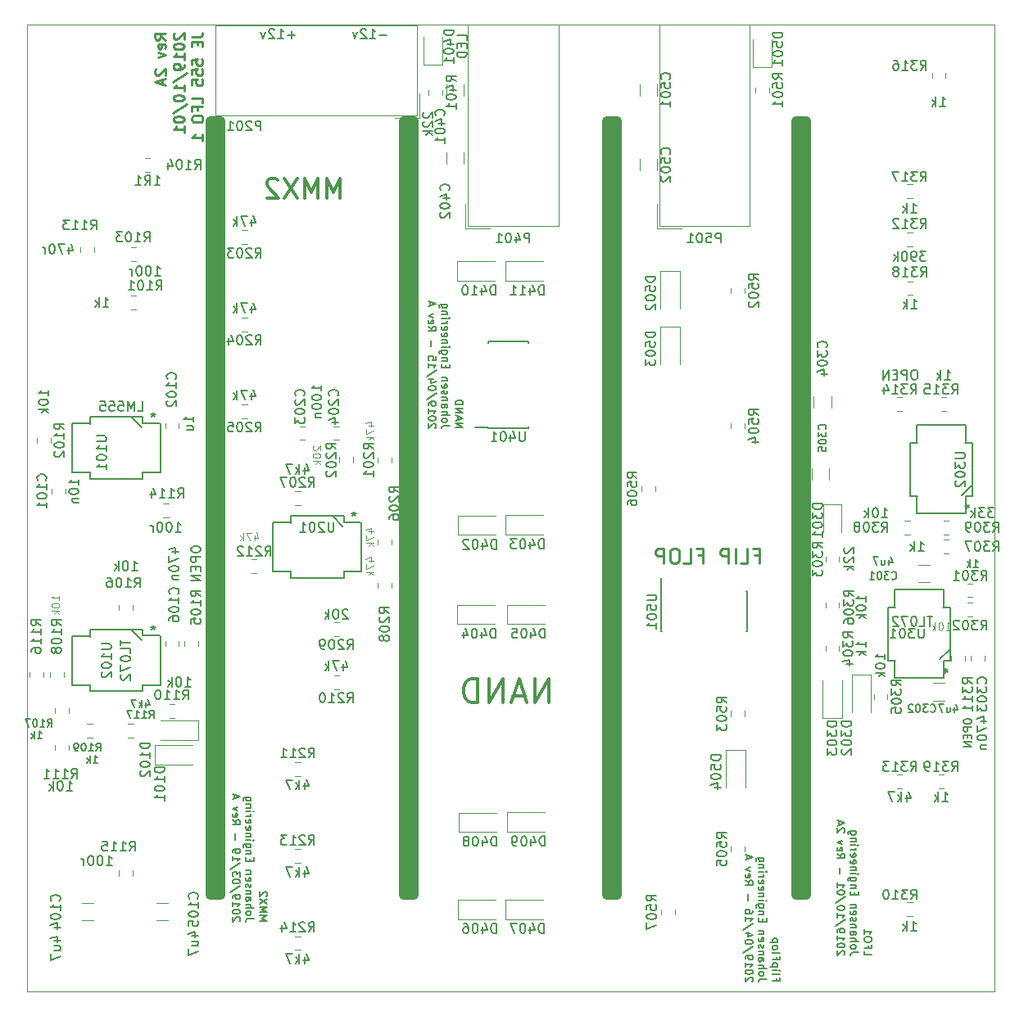
<source format=gbr>
%TF.GenerationSoftware,KiCad,Pcbnew,(5.1.0)-1*%
%TF.CreationDate,2019-10-02T21:08:56+02:00*%
%TF.ProjectId,Kicad_LFO_1_2,4b696361-645f-44c4-964f-5f315f322e6b,Rev A*%
%TF.SameCoordinates,Original*%
%TF.FileFunction,Legend,Bot*%
%TF.FilePolarity,Positive*%
%FSLAX46Y46*%
G04 Gerber Fmt 4.6, Leading zero omitted, Abs format (unit mm)*
G04 Created by KiCad (PCBNEW (5.1.0)-1) date 2019-10-02 21:08:56*
%MOMM*%
%LPD*%
G04 APERTURE LIST*
%ADD10C,0.300000*%
%ADD11C,0.250000*%
%ADD12C,0.200000*%
%ADD13C,1.000000*%
%ADD14C,0.150000*%
%ADD15C,0.275000*%
%ADD16C,0.050000*%
%ADD17C,0.120000*%
%ADD18C,0.100000*%
G04 APERTURE END LIST*
D10*
X82328809Y-67904761D02*
X82328809Y-65904761D01*
X81662142Y-67333333D01*
X80995476Y-65904761D01*
X80995476Y-67904761D01*
X80043095Y-67904761D02*
X80043095Y-65904761D01*
X79376428Y-67333333D01*
X78709761Y-65904761D01*
X78709761Y-67904761D01*
X77947857Y-65904761D02*
X76614523Y-67904761D01*
X76614523Y-65904761D02*
X77947857Y-67904761D01*
X75947857Y-66095238D02*
X75852619Y-66000000D01*
X75662142Y-65904761D01*
X75185952Y-65904761D01*
X74995476Y-66000000D01*
X74900238Y-66095238D01*
X74805000Y-66285714D01*
X74805000Y-66476190D01*
X74900238Y-66761904D01*
X76043095Y-67904761D01*
X74805000Y-67904761D01*
D11*
X125230357Y-104892857D02*
X125730357Y-104892857D01*
X125730357Y-105678571D02*
X125730357Y-104178571D01*
X125016071Y-104178571D01*
X123730357Y-105678571D02*
X124444642Y-105678571D01*
X124444642Y-104178571D01*
X123230357Y-105678571D02*
X123230357Y-104178571D01*
X122516071Y-105678571D02*
X122516071Y-104178571D01*
X121944642Y-104178571D01*
X121801785Y-104250000D01*
X121730357Y-104321428D01*
X121658928Y-104464285D01*
X121658928Y-104678571D01*
X121730357Y-104821428D01*
X121801785Y-104892857D01*
X121944642Y-104964285D01*
X122516071Y-104964285D01*
X119373214Y-104892857D02*
X119873214Y-104892857D01*
X119873214Y-105678571D02*
X119873214Y-104178571D01*
X119158928Y-104178571D01*
X117873214Y-105678571D02*
X118587500Y-105678571D01*
X118587500Y-104178571D01*
X117087500Y-104178571D02*
X116801785Y-104178571D01*
X116658928Y-104250000D01*
X116516071Y-104392857D01*
X116444642Y-104678571D01*
X116444642Y-105178571D01*
X116516071Y-105464285D01*
X116658928Y-105607142D01*
X116801785Y-105678571D01*
X117087500Y-105678571D01*
X117230357Y-105607142D01*
X117373214Y-105464285D01*
X117444642Y-105178571D01*
X117444642Y-104678571D01*
X117373214Y-104392857D01*
X117230357Y-104250000D01*
X117087500Y-104178571D01*
X115801785Y-105678571D02*
X115801785Y-104178571D01*
X115230357Y-104178571D01*
X115087500Y-104250000D01*
X115016071Y-104321428D01*
X114944642Y-104464285D01*
X114944642Y-104678571D01*
X115016071Y-104821428D01*
X115087500Y-104892857D01*
X115230357Y-104964285D01*
X115801785Y-104964285D01*
D10*
X103959761Y-120130952D02*
X103959761Y-117630952D01*
X102531190Y-120130952D01*
X102531190Y-117630952D01*
X101459761Y-119416666D02*
X100269285Y-119416666D01*
X101697857Y-120130952D02*
X100864523Y-117630952D01*
X100031190Y-120130952D01*
X99197857Y-120130952D02*
X99197857Y-117630952D01*
X97769285Y-120130952D01*
X97769285Y-117630952D01*
X96578809Y-120130952D02*
X96578809Y-117630952D01*
X95983571Y-117630952D01*
X95626428Y-117750000D01*
X95388333Y-117988095D01*
X95269285Y-118226190D01*
X95150238Y-118702380D01*
X95150238Y-119059523D01*
X95269285Y-119535714D01*
X95388333Y-119773809D01*
X95626428Y-120011904D01*
X95983571Y-120130952D01*
X96578809Y-120130952D01*
D12*
X94288095Y-91679523D02*
X95088095Y-91679523D01*
X94288095Y-91222380D01*
X95088095Y-91222380D01*
X94516666Y-90879523D02*
X94516666Y-90498571D01*
X94288095Y-90955714D02*
X95088095Y-90689047D01*
X94288095Y-90422380D01*
X94288095Y-90155714D02*
X95088095Y-90155714D01*
X94288095Y-89698571D01*
X95088095Y-89698571D01*
X94288095Y-89317619D02*
X95088095Y-89317619D01*
X95088095Y-89127142D01*
X95050000Y-89012857D01*
X94973809Y-88936666D01*
X94897619Y-88898571D01*
X94745238Y-88860476D01*
X94630952Y-88860476D01*
X94478571Y-88898571D01*
X94402380Y-88936666D01*
X94326190Y-89012857D01*
X94288095Y-89127142D01*
X94288095Y-89317619D01*
X93688095Y-91450952D02*
X93116666Y-91450952D01*
X93002380Y-91489047D01*
X92926190Y-91565238D01*
X92888095Y-91679523D01*
X92888095Y-91755714D01*
X92888095Y-90955714D02*
X92926190Y-91031904D01*
X92964285Y-91070000D01*
X93040476Y-91108095D01*
X93269047Y-91108095D01*
X93345238Y-91070000D01*
X93383333Y-91031904D01*
X93421428Y-90955714D01*
X93421428Y-90841428D01*
X93383333Y-90765238D01*
X93345238Y-90727142D01*
X93269047Y-90689047D01*
X93040476Y-90689047D01*
X92964285Y-90727142D01*
X92926190Y-90765238D01*
X92888095Y-90841428D01*
X92888095Y-90955714D01*
X92888095Y-90346190D02*
X93688095Y-90346190D01*
X92888095Y-90003333D02*
X93307142Y-90003333D01*
X93383333Y-90041428D01*
X93421428Y-90117619D01*
X93421428Y-90231904D01*
X93383333Y-90308095D01*
X93345238Y-90346190D01*
X92888095Y-89279523D02*
X93307142Y-89279523D01*
X93383333Y-89317619D01*
X93421428Y-89393809D01*
X93421428Y-89546190D01*
X93383333Y-89622380D01*
X92926190Y-89279523D02*
X92888095Y-89355714D01*
X92888095Y-89546190D01*
X92926190Y-89622380D01*
X93002380Y-89660476D01*
X93078571Y-89660476D01*
X93154761Y-89622380D01*
X93192857Y-89546190D01*
X93192857Y-89355714D01*
X93230952Y-89279523D01*
X93421428Y-88898571D02*
X92888095Y-88898571D01*
X93345238Y-88898571D02*
X93383333Y-88860476D01*
X93421428Y-88784285D01*
X93421428Y-88670000D01*
X93383333Y-88593809D01*
X93307142Y-88555714D01*
X92888095Y-88555714D01*
X92926190Y-88212857D02*
X92888095Y-88136666D01*
X92888095Y-87984285D01*
X92926190Y-87908095D01*
X93002380Y-87870000D01*
X93040476Y-87870000D01*
X93116666Y-87908095D01*
X93154761Y-87984285D01*
X93154761Y-88098571D01*
X93192857Y-88174761D01*
X93269047Y-88212857D01*
X93307142Y-88212857D01*
X93383333Y-88174761D01*
X93421428Y-88098571D01*
X93421428Y-87984285D01*
X93383333Y-87908095D01*
X92926190Y-87222380D02*
X92888095Y-87298571D01*
X92888095Y-87450952D01*
X92926190Y-87527142D01*
X93002380Y-87565238D01*
X93307142Y-87565238D01*
X93383333Y-87527142D01*
X93421428Y-87450952D01*
X93421428Y-87298571D01*
X93383333Y-87222380D01*
X93307142Y-87184285D01*
X93230952Y-87184285D01*
X93154761Y-87565238D01*
X93421428Y-86841428D02*
X92888095Y-86841428D01*
X93345238Y-86841428D02*
X93383333Y-86803333D01*
X93421428Y-86727142D01*
X93421428Y-86612857D01*
X93383333Y-86536666D01*
X93307142Y-86498571D01*
X92888095Y-86498571D01*
X93307142Y-85508095D02*
X93307142Y-85241428D01*
X92888095Y-85127142D02*
X92888095Y-85508095D01*
X93688095Y-85508095D01*
X93688095Y-85127142D01*
X93421428Y-84784285D02*
X92888095Y-84784285D01*
X93345238Y-84784285D02*
X93383333Y-84746190D01*
X93421428Y-84670000D01*
X93421428Y-84555714D01*
X93383333Y-84479523D01*
X93307142Y-84441428D01*
X92888095Y-84441428D01*
X93421428Y-83717619D02*
X92773809Y-83717619D01*
X92697619Y-83755714D01*
X92659523Y-83793809D01*
X92621428Y-83870000D01*
X92621428Y-83984285D01*
X92659523Y-84060476D01*
X92926190Y-83717619D02*
X92888095Y-83793809D01*
X92888095Y-83946190D01*
X92926190Y-84022380D01*
X92964285Y-84060476D01*
X93040476Y-84098571D01*
X93269047Y-84098571D01*
X93345238Y-84060476D01*
X93383333Y-84022380D01*
X93421428Y-83946190D01*
X93421428Y-83793809D01*
X93383333Y-83717619D01*
X92888095Y-83336666D02*
X93421428Y-83336666D01*
X93688095Y-83336666D02*
X93650000Y-83374761D01*
X93611904Y-83336666D01*
X93650000Y-83298571D01*
X93688095Y-83336666D01*
X93611904Y-83336666D01*
X93421428Y-82955714D02*
X92888095Y-82955714D01*
X93345238Y-82955714D02*
X93383333Y-82917619D01*
X93421428Y-82841428D01*
X93421428Y-82727142D01*
X93383333Y-82650952D01*
X93307142Y-82612857D01*
X92888095Y-82612857D01*
X92926190Y-81927142D02*
X92888095Y-82003333D01*
X92888095Y-82155714D01*
X92926190Y-82231904D01*
X93002380Y-82270000D01*
X93307142Y-82270000D01*
X93383333Y-82231904D01*
X93421428Y-82155714D01*
X93421428Y-82003333D01*
X93383333Y-81927142D01*
X93307142Y-81889047D01*
X93230952Y-81889047D01*
X93154761Y-82270000D01*
X92926190Y-81241428D02*
X92888095Y-81317619D01*
X92888095Y-81470000D01*
X92926190Y-81546190D01*
X93002380Y-81584285D01*
X93307142Y-81584285D01*
X93383333Y-81546190D01*
X93421428Y-81470000D01*
X93421428Y-81317619D01*
X93383333Y-81241428D01*
X93307142Y-81203333D01*
X93230952Y-81203333D01*
X93154761Y-81584285D01*
X92888095Y-80860476D02*
X93421428Y-80860476D01*
X93269047Y-80860476D02*
X93345238Y-80822380D01*
X93383333Y-80784285D01*
X93421428Y-80708095D01*
X93421428Y-80631904D01*
X92888095Y-80365238D02*
X93421428Y-80365238D01*
X93688095Y-80365238D02*
X93650000Y-80403333D01*
X93611904Y-80365238D01*
X93650000Y-80327142D01*
X93688095Y-80365238D01*
X93611904Y-80365238D01*
X93421428Y-79984285D02*
X92888095Y-79984285D01*
X93345238Y-79984285D02*
X93383333Y-79946190D01*
X93421428Y-79870000D01*
X93421428Y-79755714D01*
X93383333Y-79679523D01*
X93307142Y-79641428D01*
X92888095Y-79641428D01*
X93421428Y-78917619D02*
X92773809Y-78917619D01*
X92697619Y-78955714D01*
X92659523Y-78993809D01*
X92621428Y-79070000D01*
X92621428Y-79184285D01*
X92659523Y-79260476D01*
X92926190Y-78917619D02*
X92888095Y-78993809D01*
X92888095Y-79146190D01*
X92926190Y-79222380D01*
X92964285Y-79260476D01*
X93040476Y-79298571D01*
X93269047Y-79298571D01*
X93345238Y-79260476D01*
X93383333Y-79222380D01*
X93421428Y-79146190D01*
X93421428Y-78993809D01*
X93383333Y-78917619D01*
X92211904Y-91717619D02*
X92250000Y-91679523D01*
X92288095Y-91603333D01*
X92288095Y-91412857D01*
X92250000Y-91336666D01*
X92211904Y-91298571D01*
X92135714Y-91260476D01*
X92059523Y-91260476D01*
X91945238Y-91298571D01*
X91488095Y-91755714D01*
X91488095Y-91260476D01*
X92288095Y-90765238D02*
X92288095Y-90689047D01*
X92250000Y-90612857D01*
X92211904Y-90574761D01*
X92135714Y-90536666D01*
X91983333Y-90498571D01*
X91792857Y-90498571D01*
X91640476Y-90536666D01*
X91564285Y-90574761D01*
X91526190Y-90612857D01*
X91488095Y-90689047D01*
X91488095Y-90765238D01*
X91526190Y-90841428D01*
X91564285Y-90879523D01*
X91640476Y-90917619D01*
X91792857Y-90955714D01*
X91983333Y-90955714D01*
X92135714Y-90917619D01*
X92211904Y-90879523D01*
X92250000Y-90841428D01*
X92288095Y-90765238D01*
X91488095Y-89736666D02*
X91488095Y-90193809D01*
X91488095Y-89965238D02*
X92288095Y-89965238D01*
X92173809Y-90041428D01*
X92097619Y-90117619D01*
X92059523Y-90193809D01*
X91488095Y-89355714D02*
X91488095Y-89203333D01*
X91526190Y-89127142D01*
X91564285Y-89089047D01*
X91678571Y-89012857D01*
X91830952Y-88974761D01*
X92135714Y-88974761D01*
X92211904Y-89012857D01*
X92250000Y-89050952D01*
X92288095Y-89127142D01*
X92288095Y-89279523D01*
X92250000Y-89355714D01*
X92211904Y-89393809D01*
X92135714Y-89431904D01*
X91945238Y-89431904D01*
X91869047Y-89393809D01*
X91830952Y-89355714D01*
X91792857Y-89279523D01*
X91792857Y-89127142D01*
X91830952Y-89050952D01*
X91869047Y-89012857D01*
X91945238Y-88974761D01*
X92326190Y-88060476D02*
X91297619Y-88746190D01*
X92288095Y-87641428D02*
X92288095Y-87565238D01*
X92250000Y-87489047D01*
X92211904Y-87450952D01*
X92135714Y-87412857D01*
X91983333Y-87374761D01*
X91792857Y-87374761D01*
X91640476Y-87412857D01*
X91564285Y-87450952D01*
X91526190Y-87489047D01*
X91488095Y-87565238D01*
X91488095Y-87641428D01*
X91526190Y-87717619D01*
X91564285Y-87755714D01*
X91640476Y-87793809D01*
X91792857Y-87831904D01*
X91983333Y-87831904D01*
X92135714Y-87793809D01*
X92211904Y-87755714D01*
X92250000Y-87717619D01*
X92288095Y-87641428D01*
X92021428Y-86689047D02*
X91488095Y-86689047D01*
X92326190Y-86879523D02*
X91754761Y-87070000D01*
X91754761Y-86574761D01*
X92326190Y-85698571D02*
X91297619Y-86384285D01*
X91488095Y-85012857D02*
X91488095Y-85470000D01*
X91488095Y-85241428D02*
X92288095Y-85241428D01*
X92173809Y-85317619D01*
X92097619Y-85393809D01*
X92059523Y-85470000D01*
X92288095Y-84289047D02*
X92288095Y-84670000D01*
X91907142Y-84708095D01*
X91945238Y-84670000D01*
X91983333Y-84593809D01*
X91983333Y-84403333D01*
X91945238Y-84327142D01*
X91907142Y-84289047D01*
X91830952Y-84250952D01*
X91640476Y-84250952D01*
X91564285Y-84289047D01*
X91526190Y-84327142D01*
X91488095Y-84403333D01*
X91488095Y-84593809D01*
X91526190Y-84670000D01*
X91564285Y-84708095D01*
X91792857Y-83298571D02*
X91792857Y-82689047D01*
X91488095Y-81241428D02*
X91869047Y-81508095D01*
X91488095Y-81698571D02*
X92288095Y-81698571D01*
X92288095Y-81393809D01*
X92250000Y-81317619D01*
X92211904Y-81279523D01*
X92135714Y-81241428D01*
X92021428Y-81241428D01*
X91945238Y-81279523D01*
X91907142Y-81317619D01*
X91869047Y-81393809D01*
X91869047Y-81698571D01*
X91526190Y-80593809D02*
X91488095Y-80670000D01*
X91488095Y-80822380D01*
X91526190Y-80898571D01*
X91602380Y-80936666D01*
X91907142Y-80936666D01*
X91983333Y-80898571D01*
X92021428Y-80822380D01*
X92021428Y-80670000D01*
X91983333Y-80593809D01*
X91907142Y-80555714D01*
X91830952Y-80555714D01*
X91754761Y-80936666D01*
X92021428Y-80289047D02*
X91488095Y-80098571D01*
X92021428Y-79908095D01*
X91716666Y-79031904D02*
X91716666Y-78650952D01*
X91488095Y-79108095D02*
X92288095Y-78841428D01*
X91488095Y-78574761D01*
X127457142Y-148662857D02*
X127457142Y-148929523D01*
X127038095Y-148929523D02*
X127838095Y-148929523D01*
X127838095Y-148548571D01*
X127038095Y-148129523D02*
X127076190Y-148205714D01*
X127152380Y-148243809D01*
X127838095Y-148243809D01*
X127038095Y-147824761D02*
X127571428Y-147824761D01*
X127838095Y-147824761D02*
X127800000Y-147862857D01*
X127761904Y-147824761D01*
X127800000Y-147786666D01*
X127838095Y-147824761D01*
X127761904Y-147824761D01*
X127571428Y-147443809D02*
X126771428Y-147443809D01*
X127533333Y-147443809D02*
X127571428Y-147367619D01*
X127571428Y-147215238D01*
X127533333Y-147139047D01*
X127495238Y-147100952D01*
X127419047Y-147062857D01*
X127190476Y-147062857D01*
X127114285Y-147100952D01*
X127076190Y-147139047D01*
X127038095Y-147215238D01*
X127038095Y-147367619D01*
X127076190Y-147443809D01*
X127457142Y-146453333D02*
X127457142Y-146720000D01*
X127038095Y-146720000D02*
X127838095Y-146720000D01*
X127838095Y-146339047D01*
X127038095Y-145920000D02*
X127076190Y-145996190D01*
X127152380Y-146034285D01*
X127838095Y-146034285D01*
X127038095Y-145500952D02*
X127076190Y-145577142D01*
X127114285Y-145615238D01*
X127190476Y-145653333D01*
X127419047Y-145653333D01*
X127495238Y-145615238D01*
X127533333Y-145577142D01*
X127571428Y-145500952D01*
X127571428Y-145386666D01*
X127533333Y-145310476D01*
X127495238Y-145272380D01*
X127419047Y-145234285D01*
X127190476Y-145234285D01*
X127114285Y-145272380D01*
X127076190Y-145310476D01*
X127038095Y-145386666D01*
X127038095Y-145500952D01*
X127571428Y-144891428D02*
X126771428Y-144891428D01*
X127533333Y-144891428D02*
X127571428Y-144815238D01*
X127571428Y-144662857D01*
X127533333Y-144586666D01*
X127495238Y-144548571D01*
X127419047Y-144510476D01*
X127190476Y-144510476D01*
X127114285Y-144548571D01*
X127076190Y-144586666D01*
X127038095Y-144662857D01*
X127038095Y-144815238D01*
X127076190Y-144891428D01*
X126438095Y-148700952D02*
X125866666Y-148700952D01*
X125752380Y-148739047D01*
X125676190Y-148815238D01*
X125638095Y-148929523D01*
X125638095Y-149005714D01*
X125638095Y-148205714D02*
X125676190Y-148281904D01*
X125714285Y-148320000D01*
X125790476Y-148358095D01*
X126019047Y-148358095D01*
X126095238Y-148320000D01*
X126133333Y-148281904D01*
X126171428Y-148205714D01*
X126171428Y-148091428D01*
X126133333Y-148015238D01*
X126095238Y-147977142D01*
X126019047Y-147939047D01*
X125790476Y-147939047D01*
X125714285Y-147977142D01*
X125676190Y-148015238D01*
X125638095Y-148091428D01*
X125638095Y-148205714D01*
X125638095Y-147596190D02*
X126438095Y-147596190D01*
X125638095Y-147253333D02*
X126057142Y-147253333D01*
X126133333Y-147291428D01*
X126171428Y-147367619D01*
X126171428Y-147481904D01*
X126133333Y-147558095D01*
X126095238Y-147596190D01*
X125638095Y-146529523D02*
X126057142Y-146529523D01*
X126133333Y-146567619D01*
X126171428Y-146643809D01*
X126171428Y-146796190D01*
X126133333Y-146872380D01*
X125676190Y-146529523D02*
X125638095Y-146605714D01*
X125638095Y-146796190D01*
X125676190Y-146872380D01*
X125752380Y-146910476D01*
X125828571Y-146910476D01*
X125904761Y-146872380D01*
X125942857Y-146796190D01*
X125942857Y-146605714D01*
X125980952Y-146529523D01*
X126171428Y-146148571D02*
X125638095Y-146148571D01*
X126095238Y-146148571D02*
X126133333Y-146110476D01*
X126171428Y-146034285D01*
X126171428Y-145920000D01*
X126133333Y-145843809D01*
X126057142Y-145805714D01*
X125638095Y-145805714D01*
X125676190Y-145462857D02*
X125638095Y-145386666D01*
X125638095Y-145234285D01*
X125676190Y-145158095D01*
X125752380Y-145120000D01*
X125790476Y-145120000D01*
X125866666Y-145158095D01*
X125904761Y-145234285D01*
X125904761Y-145348571D01*
X125942857Y-145424761D01*
X126019047Y-145462857D01*
X126057142Y-145462857D01*
X126133333Y-145424761D01*
X126171428Y-145348571D01*
X126171428Y-145234285D01*
X126133333Y-145158095D01*
X125676190Y-144472380D02*
X125638095Y-144548571D01*
X125638095Y-144700952D01*
X125676190Y-144777142D01*
X125752380Y-144815238D01*
X126057142Y-144815238D01*
X126133333Y-144777142D01*
X126171428Y-144700952D01*
X126171428Y-144548571D01*
X126133333Y-144472380D01*
X126057142Y-144434285D01*
X125980952Y-144434285D01*
X125904761Y-144815238D01*
X126171428Y-144091428D02*
X125638095Y-144091428D01*
X126095238Y-144091428D02*
X126133333Y-144053333D01*
X126171428Y-143977142D01*
X126171428Y-143862857D01*
X126133333Y-143786666D01*
X126057142Y-143748571D01*
X125638095Y-143748571D01*
X126057142Y-142758095D02*
X126057142Y-142491428D01*
X125638095Y-142377142D02*
X125638095Y-142758095D01*
X126438095Y-142758095D01*
X126438095Y-142377142D01*
X126171428Y-142034285D02*
X125638095Y-142034285D01*
X126095238Y-142034285D02*
X126133333Y-141996190D01*
X126171428Y-141920000D01*
X126171428Y-141805714D01*
X126133333Y-141729523D01*
X126057142Y-141691428D01*
X125638095Y-141691428D01*
X126171428Y-140967619D02*
X125523809Y-140967619D01*
X125447619Y-141005714D01*
X125409523Y-141043809D01*
X125371428Y-141120000D01*
X125371428Y-141234285D01*
X125409523Y-141310476D01*
X125676190Y-140967619D02*
X125638095Y-141043809D01*
X125638095Y-141196190D01*
X125676190Y-141272380D01*
X125714285Y-141310476D01*
X125790476Y-141348571D01*
X126019047Y-141348571D01*
X126095238Y-141310476D01*
X126133333Y-141272380D01*
X126171428Y-141196190D01*
X126171428Y-141043809D01*
X126133333Y-140967619D01*
X125638095Y-140586666D02*
X126171428Y-140586666D01*
X126438095Y-140586666D02*
X126400000Y-140624761D01*
X126361904Y-140586666D01*
X126400000Y-140548571D01*
X126438095Y-140586666D01*
X126361904Y-140586666D01*
X126171428Y-140205714D02*
X125638095Y-140205714D01*
X126095238Y-140205714D02*
X126133333Y-140167619D01*
X126171428Y-140091428D01*
X126171428Y-139977142D01*
X126133333Y-139900952D01*
X126057142Y-139862857D01*
X125638095Y-139862857D01*
X125676190Y-139177142D02*
X125638095Y-139253333D01*
X125638095Y-139405714D01*
X125676190Y-139481904D01*
X125752380Y-139520000D01*
X126057142Y-139520000D01*
X126133333Y-139481904D01*
X126171428Y-139405714D01*
X126171428Y-139253333D01*
X126133333Y-139177142D01*
X126057142Y-139139047D01*
X125980952Y-139139047D01*
X125904761Y-139520000D01*
X125676190Y-138491428D02*
X125638095Y-138567619D01*
X125638095Y-138720000D01*
X125676190Y-138796190D01*
X125752380Y-138834285D01*
X126057142Y-138834285D01*
X126133333Y-138796190D01*
X126171428Y-138720000D01*
X126171428Y-138567619D01*
X126133333Y-138491428D01*
X126057142Y-138453333D01*
X125980952Y-138453333D01*
X125904761Y-138834285D01*
X125638095Y-138110476D02*
X126171428Y-138110476D01*
X126019047Y-138110476D02*
X126095238Y-138072380D01*
X126133333Y-138034285D01*
X126171428Y-137958095D01*
X126171428Y-137881904D01*
X125638095Y-137615238D02*
X126171428Y-137615238D01*
X126438095Y-137615238D02*
X126400000Y-137653333D01*
X126361904Y-137615238D01*
X126400000Y-137577142D01*
X126438095Y-137615238D01*
X126361904Y-137615238D01*
X126171428Y-137234285D02*
X125638095Y-137234285D01*
X126095238Y-137234285D02*
X126133333Y-137196190D01*
X126171428Y-137120000D01*
X126171428Y-137005714D01*
X126133333Y-136929523D01*
X126057142Y-136891428D01*
X125638095Y-136891428D01*
X126171428Y-136167619D02*
X125523809Y-136167619D01*
X125447619Y-136205714D01*
X125409523Y-136243809D01*
X125371428Y-136320000D01*
X125371428Y-136434285D01*
X125409523Y-136510476D01*
X125676190Y-136167619D02*
X125638095Y-136243809D01*
X125638095Y-136396190D01*
X125676190Y-136472380D01*
X125714285Y-136510476D01*
X125790476Y-136548571D01*
X126019047Y-136548571D01*
X126095238Y-136510476D01*
X126133333Y-136472380D01*
X126171428Y-136396190D01*
X126171428Y-136243809D01*
X126133333Y-136167619D01*
X124961904Y-148967619D02*
X125000000Y-148929523D01*
X125038095Y-148853333D01*
X125038095Y-148662857D01*
X125000000Y-148586666D01*
X124961904Y-148548571D01*
X124885714Y-148510476D01*
X124809523Y-148510476D01*
X124695238Y-148548571D01*
X124238095Y-149005714D01*
X124238095Y-148510476D01*
X125038095Y-148015238D02*
X125038095Y-147939047D01*
X125000000Y-147862857D01*
X124961904Y-147824761D01*
X124885714Y-147786666D01*
X124733333Y-147748571D01*
X124542857Y-147748571D01*
X124390476Y-147786666D01*
X124314285Y-147824761D01*
X124276190Y-147862857D01*
X124238095Y-147939047D01*
X124238095Y-148015238D01*
X124276190Y-148091428D01*
X124314285Y-148129523D01*
X124390476Y-148167619D01*
X124542857Y-148205714D01*
X124733333Y-148205714D01*
X124885714Y-148167619D01*
X124961904Y-148129523D01*
X125000000Y-148091428D01*
X125038095Y-148015238D01*
X124238095Y-146986666D02*
X124238095Y-147443809D01*
X124238095Y-147215238D02*
X125038095Y-147215238D01*
X124923809Y-147291428D01*
X124847619Y-147367619D01*
X124809523Y-147443809D01*
X124238095Y-146605714D02*
X124238095Y-146453333D01*
X124276190Y-146377142D01*
X124314285Y-146339047D01*
X124428571Y-146262857D01*
X124580952Y-146224761D01*
X124885714Y-146224761D01*
X124961904Y-146262857D01*
X125000000Y-146300952D01*
X125038095Y-146377142D01*
X125038095Y-146529523D01*
X125000000Y-146605714D01*
X124961904Y-146643809D01*
X124885714Y-146681904D01*
X124695238Y-146681904D01*
X124619047Y-146643809D01*
X124580952Y-146605714D01*
X124542857Y-146529523D01*
X124542857Y-146377142D01*
X124580952Y-146300952D01*
X124619047Y-146262857D01*
X124695238Y-146224761D01*
X125076190Y-145310476D02*
X124047619Y-145996190D01*
X125038095Y-144891428D02*
X125038095Y-144815238D01*
X125000000Y-144739047D01*
X124961904Y-144700952D01*
X124885714Y-144662857D01*
X124733333Y-144624761D01*
X124542857Y-144624761D01*
X124390476Y-144662857D01*
X124314285Y-144700952D01*
X124276190Y-144739047D01*
X124238095Y-144815238D01*
X124238095Y-144891428D01*
X124276190Y-144967619D01*
X124314285Y-145005714D01*
X124390476Y-145043809D01*
X124542857Y-145081904D01*
X124733333Y-145081904D01*
X124885714Y-145043809D01*
X124961904Y-145005714D01*
X125000000Y-144967619D01*
X125038095Y-144891428D01*
X124771428Y-143939047D02*
X124238095Y-143939047D01*
X125076190Y-144129523D02*
X124504761Y-144320000D01*
X124504761Y-143824761D01*
X125076190Y-142948571D02*
X124047619Y-143634285D01*
X124238095Y-142262857D02*
X124238095Y-142720000D01*
X124238095Y-142491428D02*
X125038095Y-142491428D01*
X124923809Y-142567619D01*
X124847619Y-142643809D01*
X124809523Y-142720000D01*
X125038095Y-141577142D02*
X125038095Y-141729523D01*
X125000000Y-141805714D01*
X124961904Y-141843809D01*
X124847619Y-141920000D01*
X124695238Y-141958095D01*
X124390476Y-141958095D01*
X124314285Y-141920000D01*
X124276190Y-141881904D01*
X124238095Y-141805714D01*
X124238095Y-141653333D01*
X124276190Y-141577142D01*
X124314285Y-141539047D01*
X124390476Y-141500952D01*
X124580952Y-141500952D01*
X124657142Y-141539047D01*
X124695238Y-141577142D01*
X124733333Y-141653333D01*
X124733333Y-141805714D01*
X124695238Y-141881904D01*
X124657142Y-141920000D01*
X124580952Y-141958095D01*
X124542857Y-140548571D02*
X124542857Y-139939047D01*
X124238095Y-138491428D02*
X124619047Y-138758095D01*
X124238095Y-138948571D02*
X125038095Y-138948571D01*
X125038095Y-138643809D01*
X125000000Y-138567619D01*
X124961904Y-138529523D01*
X124885714Y-138491428D01*
X124771428Y-138491428D01*
X124695238Y-138529523D01*
X124657142Y-138567619D01*
X124619047Y-138643809D01*
X124619047Y-138948571D01*
X124276190Y-137843809D02*
X124238095Y-137920000D01*
X124238095Y-138072380D01*
X124276190Y-138148571D01*
X124352380Y-138186666D01*
X124657142Y-138186666D01*
X124733333Y-138148571D01*
X124771428Y-138072380D01*
X124771428Y-137920000D01*
X124733333Y-137843809D01*
X124657142Y-137805714D01*
X124580952Y-137805714D01*
X124504761Y-138186666D01*
X124771428Y-137539047D02*
X124238095Y-137348571D01*
X124771428Y-137158095D01*
X124466666Y-136281904D02*
X124466666Y-135900952D01*
X124238095Y-136358095D02*
X125038095Y-136091428D01*
X124238095Y-135824761D01*
X136538095Y-145798571D02*
X136538095Y-146179523D01*
X137338095Y-146179523D01*
X136957142Y-145265238D02*
X136957142Y-145531904D01*
X136538095Y-145531904D02*
X137338095Y-145531904D01*
X137338095Y-145150952D01*
X137338095Y-144693809D02*
X137338095Y-144541428D01*
X137300000Y-144465238D01*
X137223809Y-144389047D01*
X137071428Y-144350952D01*
X136804761Y-144350952D01*
X136652380Y-144389047D01*
X136576190Y-144465238D01*
X136538095Y-144541428D01*
X136538095Y-144693809D01*
X136576190Y-144770000D01*
X136652380Y-144846190D01*
X136804761Y-144884285D01*
X137071428Y-144884285D01*
X137223809Y-144846190D01*
X137300000Y-144770000D01*
X137338095Y-144693809D01*
X136538095Y-143589047D02*
X136538095Y-144046190D01*
X136538095Y-143817619D02*
X137338095Y-143817619D01*
X137223809Y-143893809D01*
X137147619Y-143970000D01*
X137109523Y-144046190D01*
X135938095Y-145950952D02*
X135366666Y-145950952D01*
X135252380Y-145989047D01*
X135176190Y-146065238D01*
X135138095Y-146179523D01*
X135138095Y-146255714D01*
X135138095Y-145455714D02*
X135176190Y-145531904D01*
X135214285Y-145570000D01*
X135290476Y-145608095D01*
X135519047Y-145608095D01*
X135595238Y-145570000D01*
X135633333Y-145531904D01*
X135671428Y-145455714D01*
X135671428Y-145341428D01*
X135633333Y-145265238D01*
X135595238Y-145227142D01*
X135519047Y-145189047D01*
X135290476Y-145189047D01*
X135214285Y-145227142D01*
X135176190Y-145265238D01*
X135138095Y-145341428D01*
X135138095Y-145455714D01*
X135138095Y-144846190D02*
X135938095Y-144846190D01*
X135138095Y-144503333D02*
X135557142Y-144503333D01*
X135633333Y-144541428D01*
X135671428Y-144617619D01*
X135671428Y-144731904D01*
X135633333Y-144808095D01*
X135595238Y-144846190D01*
X135138095Y-143779523D02*
X135557142Y-143779523D01*
X135633333Y-143817619D01*
X135671428Y-143893809D01*
X135671428Y-144046190D01*
X135633333Y-144122380D01*
X135176190Y-143779523D02*
X135138095Y-143855714D01*
X135138095Y-144046190D01*
X135176190Y-144122380D01*
X135252380Y-144160476D01*
X135328571Y-144160476D01*
X135404761Y-144122380D01*
X135442857Y-144046190D01*
X135442857Y-143855714D01*
X135480952Y-143779523D01*
X135671428Y-143398571D02*
X135138095Y-143398571D01*
X135595238Y-143398571D02*
X135633333Y-143360476D01*
X135671428Y-143284285D01*
X135671428Y-143170000D01*
X135633333Y-143093809D01*
X135557142Y-143055714D01*
X135138095Y-143055714D01*
X135176190Y-142712857D02*
X135138095Y-142636666D01*
X135138095Y-142484285D01*
X135176190Y-142408095D01*
X135252380Y-142370000D01*
X135290476Y-142370000D01*
X135366666Y-142408095D01*
X135404761Y-142484285D01*
X135404761Y-142598571D01*
X135442857Y-142674761D01*
X135519047Y-142712857D01*
X135557142Y-142712857D01*
X135633333Y-142674761D01*
X135671428Y-142598571D01*
X135671428Y-142484285D01*
X135633333Y-142408095D01*
X135176190Y-141722380D02*
X135138095Y-141798571D01*
X135138095Y-141950952D01*
X135176190Y-142027142D01*
X135252380Y-142065238D01*
X135557142Y-142065238D01*
X135633333Y-142027142D01*
X135671428Y-141950952D01*
X135671428Y-141798571D01*
X135633333Y-141722380D01*
X135557142Y-141684285D01*
X135480952Y-141684285D01*
X135404761Y-142065238D01*
X135671428Y-141341428D02*
X135138095Y-141341428D01*
X135595238Y-141341428D02*
X135633333Y-141303333D01*
X135671428Y-141227142D01*
X135671428Y-141112857D01*
X135633333Y-141036666D01*
X135557142Y-140998571D01*
X135138095Y-140998571D01*
X135557142Y-140008095D02*
X135557142Y-139741428D01*
X135138095Y-139627142D02*
X135138095Y-140008095D01*
X135938095Y-140008095D01*
X135938095Y-139627142D01*
X135671428Y-139284285D02*
X135138095Y-139284285D01*
X135595238Y-139284285D02*
X135633333Y-139246190D01*
X135671428Y-139170000D01*
X135671428Y-139055714D01*
X135633333Y-138979523D01*
X135557142Y-138941428D01*
X135138095Y-138941428D01*
X135671428Y-138217619D02*
X135023809Y-138217619D01*
X134947619Y-138255714D01*
X134909523Y-138293809D01*
X134871428Y-138370000D01*
X134871428Y-138484285D01*
X134909523Y-138560476D01*
X135176190Y-138217619D02*
X135138095Y-138293809D01*
X135138095Y-138446190D01*
X135176190Y-138522380D01*
X135214285Y-138560476D01*
X135290476Y-138598571D01*
X135519047Y-138598571D01*
X135595238Y-138560476D01*
X135633333Y-138522380D01*
X135671428Y-138446190D01*
X135671428Y-138293809D01*
X135633333Y-138217619D01*
X135138095Y-137836666D02*
X135671428Y-137836666D01*
X135938095Y-137836666D02*
X135900000Y-137874761D01*
X135861904Y-137836666D01*
X135900000Y-137798571D01*
X135938095Y-137836666D01*
X135861904Y-137836666D01*
X135671428Y-137455714D02*
X135138095Y-137455714D01*
X135595238Y-137455714D02*
X135633333Y-137417619D01*
X135671428Y-137341428D01*
X135671428Y-137227142D01*
X135633333Y-137150952D01*
X135557142Y-137112857D01*
X135138095Y-137112857D01*
X135176190Y-136427142D02*
X135138095Y-136503333D01*
X135138095Y-136655714D01*
X135176190Y-136731904D01*
X135252380Y-136770000D01*
X135557142Y-136770000D01*
X135633333Y-136731904D01*
X135671428Y-136655714D01*
X135671428Y-136503333D01*
X135633333Y-136427142D01*
X135557142Y-136389047D01*
X135480952Y-136389047D01*
X135404761Y-136770000D01*
X135176190Y-135741428D02*
X135138095Y-135817619D01*
X135138095Y-135970000D01*
X135176190Y-136046190D01*
X135252380Y-136084285D01*
X135557142Y-136084285D01*
X135633333Y-136046190D01*
X135671428Y-135970000D01*
X135671428Y-135817619D01*
X135633333Y-135741428D01*
X135557142Y-135703333D01*
X135480952Y-135703333D01*
X135404761Y-136084285D01*
X135138095Y-135360476D02*
X135671428Y-135360476D01*
X135519047Y-135360476D02*
X135595238Y-135322380D01*
X135633333Y-135284285D01*
X135671428Y-135208095D01*
X135671428Y-135131904D01*
X135138095Y-134865238D02*
X135671428Y-134865238D01*
X135938095Y-134865238D02*
X135900000Y-134903333D01*
X135861904Y-134865238D01*
X135900000Y-134827142D01*
X135938095Y-134865238D01*
X135861904Y-134865238D01*
X135671428Y-134484285D02*
X135138095Y-134484285D01*
X135595238Y-134484285D02*
X135633333Y-134446190D01*
X135671428Y-134370000D01*
X135671428Y-134255714D01*
X135633333Y-134179523D01*
X135557142Y-134141428D01*
X135138095Y-134141428D01*
X135671428Y-133417619D02*
X135023809Y-133417619D01*
X134947619Y-133455714D01*
X134909523Y-133493809D01*
X134871428Y-133570000D01*
X134871428Y-133684285D01*
X134909523Y-133760476D01*
X135176190Y-133417619D02*
X135138095Y-133493809D01*
X135138095Y-133646190D01*
X135176190Y-133722380D01*
X135214285Y-133760476D01*
X135290476Y-133798571D01*
X135519047Y-133798571D01*
X135595238Y-133760476D01*
X135633333Y-133722380D01*
X135671428Y-133646190D01*
X135671428Y-133493809D01*
X135633333Y-133417619D01*
X134461904Y-146217619D02*
X134500000Y-146179523D01*
X134538095Y-146103333D01*
X134538095Y-145912857D01*
X134500000Y-145836666D01*
X134461904Y-145798571D01*
X134385714Y-145760476D01*
X134309523Y-145760476D01*
X134195238Y-145798571D01*
X133738095Y-146255714D01*
X133738095Y-145760476D01*
X134538095Y-145265238D02*
X134538095Y-145189047D01*
X134500000Y-145112857D01*
X134461904Y-145074761D01*
X134385714Y-145036666D01*
X134233333Y-144998571D01*
X134042857Y-144998571D01*
X133890476Y-145036666D01*
X133814285Y-145074761D01*
X133776190Y-145112857D01*
X133738095Y-145189047D01*
X133738095Y-145265238D01*
X133776190Y-145341428D01*
X133814285Y-145379523D01*
X133890476Y-145417619D01*
X134042857Y-145455714D01*
X134233333Y-145455714D01*
X134385714Y-145417619D01*
X134461904Y-145379523D01*
X134500000Y-145341428D01*
X134538095Y-145265238D01*
X133738095Y-144236666D02*
X133738095Y-144693809D01*
X133738095Y-144465238D02*
X134538095Y-144465238D01*
X134423809Y-144541428D01*
X134347619Y-144617619D01*
X134309523Y-144693809D01*
X133738095Y-143855714D02*
X133738095Y-143703333D01*
X133776190Y-143627142D01*
X133814285Y-143589047D01*
X133928571Y-143512857D01*
X134080952Y-143474761D01*
X134385714Y-143474761D01*
X134461904Y-143512857D01*
X134500000Y-143550952D01*
X134538095Y-143627142D01*
X134538095Y-143779523D01*
X134500000Y-143855714D01*
X134461904Y-143893809D01*
X134385714Y-143931904D01*
X134195238Y-143931904D01*
X134119047Y-143893809D01*
X134080952Y-143855714D01*
X134042857Y-143779523D01*
X134042857Y-143627142D01*
X134080952Y-143550952D01*
X134119047Y-143512857D01*
X134195238Y-143474761D01*
X134576190Y-142560476D02*
X133547619Y-143246190D01*
X133738095Y-141874761D02*
X133738095Y-142331904D01*
X133738095Y-142103333D02*
X134538095Y-142103333D01*
X134423809Y-142179523D01*
X134347619Y-142255714D01*
X134309523Y-142331904D01*
X134538095Y-141379523D02*
X134538095Y-141303333D01*
X134500000Y-141227142D01*
X134461904Y-141189047D01*
X134385714Y-141150952D01*
X134233333Y-141112857D01*
X134042857Y-141112857D01*
X133890476Y-141150952D01*
X133814285Y-141189047D01*
X133776190Y-141227142D01*
X133738095Y-141303333D01*
X133738095Y-141379523D01*
X133776190Y-141455714D01*
X133814285Y-141493809D01*
X133890476Y-141531904D01*
X134042857Y-141570000D01*
X134233333Y-141570000D01*
X134385714Y-141531904D01*
X134461904Y-141493809D01*
X134500000Y-141455714D01*
X134538095Y-141379523D01*
X134576190Y-140198571D02*
X133547619Y-140884285D01*
X134538095Y-139779523D02*
X134538095Y-139703333D01*
X134500000Y-139627142D01*
X134461904Y-139589047D01*
X134385714Y-139550952D01*
X134233333Y-139512857D01*
X134042857Y-139512857D01*
X133890476Y-139550952D01*
X133814285Y-139589047D01*
X133776190Y-139627142D01*
X133738095Y-139703333D01*
X133738095Y-139779523D01*
X133776190Y-139855714D01*
X133814285Y-139893809D01*
X133890476Y-139931904D01*
X134042857Y-139970000D01*
X134233333Y-139970000D01*
X134385714Y-139931904D01*
X134461904Y-139893809D01*
X134500000Y-139855714D01*
X134538095Y-139779523D01*
X133738095Y-138750952D02*
X133738095Y-139208095D01*
X133738095Y-138979523D02*
X134538095Y-138979523D01*
X134423809Y-139055714D01*
X134347619Y-139131904D01*
X134309523Y-139208095D01*
X134042857Y-137798571D02*
X134042857Y-137189047D01*
X133738095Y-135741428D02*
X134119047Y-136008095D01*
X133738095Y-136198571D02*
X134538095Y-136198571D01*
X134538095Y-135893809D01*
X134500000Y-135817619D01*
X134461904Y-135779523D01*
X134385714Y-135741428D01*
X134271428Y-135741428D01*
X134195238Y-135779523D01*
X134157142Y-135817619D01*
X134119047Y-135893809D01*
X134119047Y-136198571D01*
X133776190Y-135093809D02*
X133738095Y-135170000D01*
X133738095Y-135322380D01*
X133776190Y-135398571D01*
X133852380Y-135436666D01*
X134157142Y-135436666D01*
X134233333Y-135398571D01*
X134271428Y-135322380D01*
X134271428Y-135170000D01*
X134233333Y-135093809D01*
X134157142Y-135055714D01*
X134080952Y-135055714D01*
X134004761Y-135436666D01*
X134271428Y-134789047D02*
X133738095Y-134598571D01*
X134271428Y-134408095D01*
X134461904Y-133531904D02*
X134500000Y-133493809D01*
X134538095Y-133417619D01*
X134538095Y-133227142D01*
X134500000Y-133150952D01*
X134461904Y-133112857D01*
X134385714Y-133074761D01*
X134309523Y-133074761D01*
X134195238Y-133112857D01*
X133738095Y-133570000D01*
X133738095Y-133074761D01*
X133966666Y-132770000D02*
X133966666Y-132389047D01*
X133738095Y-132846190D02*
X134538095Y-132579523D01*
X133738095Y-132312857D01*
D13*
X111000000Y-60000000D02*
X111000000Y-140000000D01*
X110000000Y-140000000D02*
X111000000Y-140000000D01*
X110000000Y-60000000D02*
X111000000Y-60000000D01*
X110000000Y-140000000D02*
X110000000Y-60000000D01*
D12*
X74038095Y-142679523D02*
X74838095Y-142679523D01*
X74266666Y-142412857D01*
X74838095Y-142146190D01*
X74038095Y-142146190D01*
X74038095Y-141765238D02*
X74838095Y-141765238D01*
X74266666Y-141498571D01*
X74838095Y-141231904D01*
X74038095Y-141231904D01*
X74838095Y-140927142D02*
X74038095Y-140393809D01*
X74838095Y-140393809D02*
X74038095Y-140927142D01*
X74761904Y-140127142D02*
X74800000Y-140089047D01*
X74838095Y-140012857D01*
X74838095Y-139822380D01*
X74800000Y-139746190D01*
X74761904Y-139708095D01*
X74685714Y-139670000D01*
X74609523Y-139670000D01*
X74495238Y-139708095D01*
X74038095Y-140165238D01*
X74038095Y-139670000D01*
X73438095Y-142450952D02*
X72866666Y-142450952D01*
X72752380Y-142489047D01*
X72676190Y-142565238D01*
X72638095Y-142679523D01*
X72638095Y-142755714D01*
X72638095Y-141955714D02*
X72676190Y-142031904D01*
X72714285Y-142070000D01*
X72790476Y-142108095D01*
X73019047Y-142108095D01*
X73095238Y-142070000D01*
X73133333Y-142031904D01*
X73171428Y-141955714D01*
X73171428Y-141841428D01*
X73133333Y-141765238D01*
X73095238Y-141727142D01*
X73019047Y-141689047D01*
X72790476Y-141689047D01*
X72714285Y-141727142D01*
X72676190Y-141765238D01*
X72638095Y-141841428D01*
X72638095Y-141955714D01*
X72638095Y-141346190D02*
X73438095Y-141346190D01*
X72638095Y-141003333D02*
X73057142Y-141003333D01*
X73133333Y-141041428D01*
X73171428Y-141117619D01*
X73171428Y-141231904D01*
X73133333Y-141308095D01*
X73095238Y-141346190D01*
X72638095Y-140279523D02*
X73057142Y-140279523D01*
X73133333Y-140317619D01*
X73171428Y-140393809D01*
X73171428Y-140546190D01*
X73133333Y-140622380D01*
X72676190Y-140279523D02*
X72638095Y-140355714D01*
X72638095Y-140546190D01*
X72676190Y-140622380D01*
X72752380Y-140660476D01*
X72828571Y-140660476D01*
X72904761Y-140622380D01*
X72942857Y-140546190D01*
X72942857Y-140355714D01*
X72980952Y-140279523D01*
X73171428Y-139898571D02*
X72638095Y-139898571D01*
X73095238Y-139898571D02*
X73133333Y-139860476D01*
X73171428Y-139784285D01*
X73171428Y-139670000D01*
X73133333Y-139593809D01*
X73057142Y-139555714D01*
X72638095Y-139555714D01*
X72676190Y-139212857D02*
X72638095Y-139136666D01*
X72638095Y-138984285D01*
X72676190Y-138908095D01*
X72752380Y-138870000D01*
X72790476Y-138870000D01*
X72866666Y-138908095D01*
X72904761Y-138984285D01*
X72904761Y-139098571D01*
X72942857Y-139174761D01*
X73019047Y-139212857D01*
X73057142Y-139212857D01*
X73133333Y-139174761D01*
X73171428Y-139098571D01*
X73171428Y-138984285D01*
X73133333Y-138908095D01*
X72676190Y-138222380D02*
X72638095Y-138298571D01*
X72638095Y-138450952D01*
X72676190Y-138527142D01*
X72752380Y-138565238D01*
X73057142Y-138565238D01*
X73133333Y-138527142D01*
X73171428Y-138450952D01*
X73171428Y-138298571D01*
X73133333Y-138222380D01*
X73057142Y-138184285D01*
X72980952Y-138184285D01*
X72904761Y-138565238D01*
X73171428Y-137841428D02*
X72638095Y-137841428D01*
X73095238Y-137841428D02*
X73133333Y-137803333D01*
X73171428Y-137727142D01*
X73171428Y-137612857D01*
X73133333Y-137536666D01*
X73057142Y-137498571D01*
X72638095Y-137498571D01*
X73057142Y-136508095D02*
X73057142Y-136241428D01*
X72638095Y-136127142D02*
X72638095Y-136508095D01*
X73438095Y-136508095D01*
X73438095Y-136127142D01*
X73171428Y-135784285D02*
X72638095Y-135784285D01*
X73095238Y-135784285D02*
X73133333Y-135746190D01*
X73171428Y-135670000D01*
X73171428Y-135555714D01*
X73133333Y-135479523D01*
X73057142Y-135441428D01*
X72638095Y-135441428D01*
X73171428Y-134717619D02*
X72523809Y-134717619D01*
X72447619Y-134755714D01*
X72409523Y-134793809D01*
X72371428Y-134870000D01*
X72371428Y-134984285D01*
X72409523Y-135060476D01*
X72676190Y-134717619D02*
X72638095Y-134793809D01*
X72638095Y-134946190D01*
X72676190Y-135022380D01*
X72714285Y-135060476D01*
X72790476Y-135098571D01*
X73019047Y-135098571D01*
X73095238Y-135060476D01*
X73133333Y-135022380D01*
X73171428Y-134946190D01*
X73171428Y-134793809D01*
X73133333Y-134717619D01*
X72638095Y-134336666D02*
X73171428Y-134336666D01*
X73438095Y-134336666D02*
X73400000Y-134374761D01*
X73361904Y-134336666D01*
X73400000Y-134298571D01*
X73438095Y-134336666D01*
X73361904Y-134336666D01*
X73171428Y-133955714D02*
X72638095Y-133955714D01*
X73095238Y-133955714D02*
X73133333Y-133917619D01*
X73171428Y-133841428D01*
X73171428Y-133727142D01*
X73133333Y-133650952D01*
X73057142Y-133612857D01*
X72638095Y-133612857D01*
X72676190Y-132927142D02*
X72638095Y-133003333D01*
X72638095Y-133155714D01*
X72676190Y-133231904D01*
X72752380Y-133270000D01*
X73057142Y-133270000D01*
X73133333Y-133231904D01*
X73171428Y-133155714D01*
X73171428Y-133003333D01*
X73133333Y-132927142D01*
X73057142Y-132889047D01*
X72980952Y-132889047D01*
X72904761Y-133270000D01*
X72676190Y-132241428D02*
X72638095Y-132317619D01*
X72638095Y-132470000D01*
X72676190Y-132546190D01*
X72752380Y-132584285D01*
X73057142Y-132584285D01*
X73133333Y-132546190D01*
X73171428Y-132470000D01*
X73171428Y-132317619D01*
X73133333Y-132241428D01*
X73057142Y-132203333D01*
X72980952Y-132203333D01*
X72904761Y-132584285D01*
X72638095Y-131860476D02*
X73171428Y-131860476D01*
X73019047Y-131860476D02*
X73095238Y-131822380D01*
X73133333Y-131784285D01*
X73171428Y-131708095D01*
X73171428Y-131631904D01*
X72638095Y-131365238D02*
X73171428Y-131365238D01*
X73438095Y-131365238D02*
X73400000Y-131403333D01*
X73361904Y-131365238D01*
X73400000Y-131327142D01*
X73438095Y-131365238D01*
X73361904Y-131365238D01*
X73171428Y-130984285D02*
X72638095Y-130984285D01*
X73095238Y-130984285D02*
X73133333Y-130946190D01*
X73171428Y-130870000D01*
X73171428Y-130755714D01*
X73133333Y-130679523D01*
X73057142Y-130641428D01*
X72638095Y-130641428D01*
X73171428Y-129917619D02*
X72523809Y-129917619D01*
X72447619Y-129955714D01*
X72409523Y-129993809D01*
X72371428Y-130070000D01*
X72371428Y-130184285D01*
X72409523Y-130260476D01*
X72676190Y-129917619D02*
X72638095Y-129993809D01*
X72638095Y-130146190D01*
X72676190Y-130222380D01*
X72714285Y-130260476D01*
X72790476Y-130298571D01*
X73019047Y-130298571D01*
X73095238Y-130260476D01*
X73133333Y-130222380D01*
X73171428Y-130146190D01*
X73171428Y-129993809D01*
X73133333Y-129917619D01*
X71961904Y-142717619D02*
X72000000Y-142679523D01*
X72038095Y-142603333D01*
X72038095Y-142412857D01*
X72000000Y-142336666D01*
X71961904Y-142298571D01*
X71885714Y-142260476D01*
X71809523Y-142260476D01*
X71695238Y-142298571D01*
X71238095Y-142755714D01*
X71238095Y-142260476D01*
X72038095Y-141765238D02*
X72038095Y-141689047D01*
X72000000Y-141612857D01*
X71961904Y-141574761D01*
X71885714Y-141536666D01*
X71733333Y-141498571D01*
X71542857Y-141498571D01*
X71390476Y-141536666D01*
X71314285Y-141574761D01*
X71276190Y-141612857D01*
X71238095Y-141689047D01*
X71238095Y-141765238D01*
X71276190Y-141841428D01*
X71314285Y-141879523D01*
X71390476Y-141917619D01*
X71542857Y-141955714D01*
X71733333Y-141955714D01*
X71885714Y-141917619D01*
X71961904Y-141879523D01*
X72000000Y-141841428D01*
X72038095Y-141765238D01*
X71238095Y-140736666D02*
X71238095Y-141193809D01*
X71238095Y-140965238D02*
X72038095Y-140965238D01*
X71923809Y-141041428D01*
X71847619Y-141117619D01*
X71809523Y-141193809D01*
X71238095Y-140355714D02*
X71238095Y-140203333D01*
X71276190Y-140127142D01*
X71314285Y-140089047D01*
X71428571Y-140012857D01*
X71580952Y-139974761D01*
X71885714Y-139974761D01*
X71961904Y-140012857D01*
X72000000Y-140050952D01*
X72038095Y-140127142D01*
X72038095Y-140279523D01*
X72000000Y-140355714D01*
X71961904Y-140393809D01*
X71885714Y-140431904D01*
X71695238Y-140431904D01*
X71619047Y-140393809D01*
X71580952Y-140355714D01*
X71542857Y-140279523D01*
X71542857Y-140127142D01*
X71580952Y-140050952D01*
X71619047Y-140012857D01*
X71695238Y-139974761D01*
X72076190Y-139060476D02*
X71047619Y-139746190D01*
X72038095Y-138641428D02*
X72038095Y-138565238D01*
X72000000Y-138489047D01*
X71961904Y-138450952D01*
X71885714Y-138412857D01*
X71733333Y-138374761D01*
X71542857Y-138374761D01*
X71390476Y-138412857D01*
X71314285Y-138450952D01*
X71276190Y-138489047D01*
X71238095Y-138565238D01*
X71238095Y-138641428D01*
X71276190Y-138717619D01*
X71314285Y-138755714D01*
X71390476Y-138793809D01*
X71542857Y-138831904D01*
X71733333Y-138831904D01*
X71885714Y-138793809D01*
X71961904Y-138755714D01*
X72000000Y-138717619D01*
X72038095Y-138641428D01*
X72038095Y-138108095D02*
X72038095Y-137612857D01*
X71733333Y-137879523D01*
X71733333Y-137765238D01*
X71695238Y-137689047D01*
X71657142Y-137650952D01*
X71580952Y-137612857D01*
X71390476Y-137612857D01*
X71314285Y-137650952D01*
X71276190Y-137689047D01*
X71238095Y-137765238D01*
X71238095Y-137993809D01*
X71276190Y-138070000D01*
X71314285Y-138108095D01*
X72076190Y-136698571D02*
X71047619Y-137384285D01*
X71238095Y-136012857D02*
X71238095Y-136470000D01*
X71238095Y-136241428D02*
X72038095Y-136241428D01*
X71923809Y-136317619D01*
X71847619Y-136393809D01*
X71809523Y-136470000D01*
X71238095Y-135631904D02*
X71238095Y-135479523D01*
X71276190Y-135403333D01*
X71314285Y-135365238D01*
X71428571Y-135289047D01*
X71580952Y-135250952D01*
X71885714Y-135250952D01*
X71961904Y-135289047D01*
X72000000Y-135327142D01*
X72038095Y-135403333D01*
X72038095Y-135555714D01*
X72000000Y-135631904D01*
X71961904Y-135670000D01*
X71885714Y-135708095D01*
X71695238Y-135708095D01*
X71619047Y-135670000D01*
X71580952Y-135631904D01*
X71542857Y-135555714D01*
X71542857Y-135403333D01*
X71580952Y-135327142D01*
X71619047Y-135289047D01*
X71695238Y-135250952D01*
X71542857Y-134298571D02*
X71542857Y-133689047D01*
X71238095Y-132241428D02*
X71619047Y-132508095D01*
X71238095Y-132698571D02*
X72038095Y-132698571D01*
X72038095Y-132393809D01*
X72000000Y-132317619D01*
X71961904Y-132279523D01*
X71885714Y-132241428D01*
X71771428Y-132241428D01*
X71695238Y-132279523D01*
X71657142Y-132317619D01*
X71619047Y-132393809D01*
X71619047Y-132698571D01*
X71276190Y-131593809D02*
X71238095Y-131670000D01*
X71238095Y-131822380D01*
X71276190Y-131898571D01*
X71352380Y-131936666D01*
X71657142Y-131936666D01*
X71733333Y-131898571D01*
X71771428Y-131822380D01*
X71771428Y-131670000D01*
X71733333Y-131593809D01*
X71657142Y-131555714D01*
X71580952Y-131555714D01*
X71504761Y-131936666D01*
X71771428Y-131289047D02*
X71238095Y-131098571D01*
X71771428Y-130908095D01*
X71466666Y-130031904D02*
X71466666Y-129650952D01*
X71238095Y-130108095D02*
X72038095Y-129841428D01*
X71238095Y-129574761D01*
D14*
X77714285Y-51071428D02*
X76952380Y-51071428D01*
X77333333Y-51452380D02*
X77333333Y-50690476D01*
X75952380Y-51452380D02*
X76523809Y-51452380D01*
X76238095Y-51452380D02*
X76238095Y-50452380D01*
X76333333Y-50595238D01*
X76428571Y-50690476D01*
X76523809Y-50738095D01*
X75571428Y-50547619D02*
X75523809Y-50500000D01*
X75428571Y-50452380D01*
X75190476Y-50452380D01*
X75095238Y-50500000D01*
X75047619Y-50547619D01*
X75000000Y-50642857D01*
X75000000Y-50738095D01*
X75047619Y-50880952D01*
X75619047Y-51452380D01*
X75000000Y-51452380D01*
X74666666Y-50785714D02*
X74428571Y-51452380D01*
X74190476Y-50785714D01*
X87214285Y-51071428D02*
X86452380Y-51071428D01*
X85452380Y-51452380D02*
X86023809Y-51452380D01*
X85738095Y-51452380D02*
X85738095Y-50452380D01*
X85833333Y-50595238D01*
X85928571Y-50690476D01*
X86023809Y-50738095D01*
X85071428Y-50547619D02*
X85023809Y-50500000D01*
X84928571Y-50452380D01*
X84690476Y-50452380D01*
X84595238Y-50500000D01*
X84547619Y-50547619D01*
X84500000Y-50642857D01*
X84500000Y-50738095D01*
X84547619Y-50880952D01*
X85119047Y-51452380D01*
X84500000Y-51452380D01*
X84166666Y-50785714D02*
X83928571Y-51452380D01*
X83690476Y-50785714D01*
D13*
X129500000Y-140000000D02*
X130500000Y-140000000D01*
X130500000Y-60000000D02*
X130500000Y-140000000D01*
X129500000Y-60000000D02*
X130500000Y-60000000D01*
X129500000Y-140000000D02*
X129500000Y-60000000D01*
X90000000Y-60000000D02*
X90000000Y-140000000D01*
X89000000Y-60000000D02*
X90000000Y-60000000D01*
X89000000Y-140000000D02*
X90000000Y-140000000D01*
X89000000Y-140000000D02*
X89000000Y-60000000D01*
D15*
X64322619Y-51569226D02*
X63798809Y-51202559D01*
X64322619Y-50940654D02*
X63222619Y-50940654D01*
X63222619Y-51359702D01*
X63275000Y-51464464D01*
X63327380Y-51516845D01*
X63432142Y-51569226D01*
X63589285Y-51569226D01*
X63694047Y-51516845D01*
X63746428Y-51464464D01*
X63798809Y-51359702D01*
X63798809Y-50940654D01*
X64270238Y-52459702D02*
X64322619Y-52354940D01*
X64322619Y-52145416D01*
X64270238Y-52040654D01*
X64165476Y-51988273D01*
X63746428Y-51988273D01*
X63641666Y-52040654D01*
X63589285Y-52145416D01*
X63589285Y-52354940D01*
X63641666Y-52459702D01*
X63746428Y-52512083D01*
X63851190Y-52512083D01*
X63955952Y-51988273D01*
X63589285Y-52878750D02*
X64322619Y-53140654D01*
X63589285Y-53402559D01*
X63327380Y-54607321D02*
X63275000Y-54659702D01*
X63222619Y-54764464D01*
X63222619Y-55026369D01*
X63275000Y-55131130D01*
X63327380Y-55183511D01*
X63432142Y-55235892D01*
X63536904Y-55235892D01*
X63694047Y-55183511D01*
X64322619Y-54554940D01*
X64322619Y-55235892D01*
X64008333Y-55654940D02*
X64008333Y-56178750D01*
X64322619Y-55550178D02*
X63222619Y-55916845D01*
X64322619Y-56283511D01*
X65252380Y-50888273D02*
X65200000Y-50940654D01*
X65147619Y-51045416D01*
X65147619Y-51307321D01*
X65200000Y-51412083D01*
X65252380Y-51464464D01*
X65357142Y-51516845D01*
X65461904Y-51516845D01*
X65619047Y-51464464D01*
X66247619Y-50835892D01*
X66247619Y-51516845D01*
X65147619Y-52197797D02*
X65147619Y-52302559D01*
X65200000Y-52407321D01*
X65252380Y-52459702D01*
X65357142Y-52512083D01*
X65566666Y-52564464D01*
X65828571Y-52564464D01*
X66038095Y-52512083D01*
X66142857Y-52459702D01*
X66195238Y-52407321D01*
X66247619Y-52302559D01*
X66247619Y-52197797D01*
X66195238Y-52093035D01*
X66142857Y-52040654D01*
X66038095Y-51988273D01*
X65828571Y-51935892D01*
X65566666Y-51935892D01*
X65357142Y-51988273D01*
X65252380Y-52040654D01*
X65200000Y-52093035D01*
X65147619Y-52197797D01*
X66247619Y-53612083D02*
X66247619Y-52983511D01*
X66247619Y-53297797D02*
X65147619Y-53297797D01*
X65304761Y-53193035D01*
X65409523Y-53088273D01*
X65461904Y-52983511D01*
X66247619Y-54135892D02*
X66247619Y-54345416D01*
X66195238Y-54450178D01*
X66142857Y-54502559D01*
X65985714Y-54607321D01*
X65776190Y-54659702D01*
X65357142Y-54659702D01*
X65252380Y-54607321D01*
X65200000Y-54554940D01*
X65147619Y-54450178D01*
X65147619Y-54240654D01*
X65200000Y-54135892D01*
X65252380Y-54083511D01*
X65357142Y-54031130D01*
X65619047Y-54031130D01*
X65723809Y-54083511D01*
X65776190Y-54135892D01*
X65828571Y-54240654D01*
X65828571Y-54450178D01*
X65776190Y-54554940D01*
X65723809Y-54607321D01*
X65619047Y-54659702D01*
X65095238Y-55916845D02*
X66509523Y-54973988D01*
X66247619Y-56859702D02*
X66247619Y-56231130D01*
X66247619Y-56545416D02*
X65147619Y-56545416D01*
X65304761Y-56440654D01*
X65409523Y-56335892D01*
X65461904Y-56231130D01*
X65147619Y-57540654D02*
X65147619Y-57645416D01*
X65200000Y-57750178D01*
X65252380Y-57802559D01*
X65357142Y-57854940D01*
X65566666Y-57907321D01*
X65828571Y-57907321D01*
X66038095Y-57854940D01*
X66142857Y-57802559D01*
X66195238Y-57750178D01*
X66247619Y-57645416D01*
X66247619Y-57540654D01*
X66195238Y-57435892D01*
X66142857Y-57383511D01*
X66038095Y-57331130D01*
X65828571Y-57278750D01*
X65566666Y-57278750D01*
X65357142Y-57331130D01*
X65252380Y-57383511D01*
X65200000Y-57435892D01*
X65147619Y-57540654D01*
X65095238Y-59164464D02*
X66509523Y-58221607D01*
X65147619Y-59740654D02*
X65147619Y-59845416D01*
X65200000Y-59950178D01*
X65252380Y-60002559D01*
X65357142Y-60054940D01*
X65566666Y-60107321D01*
X65828571Y-60107321D01*
X66038095Y-60054940D01*
X66142857Y-60002559D01*
X66195238Y-59950178D01*
X66247619Y-59845416D01*
X66247619Y-59740654D01*
X66195238Y-59635892D01*
X66142857Y-59583511D01*
X66038095Y-59531130D01*
X65828571Y-59478750D01*
X65566666Y-59478750D01*
X65357142Y-59531130D01*
X65252380Y-59583511D01*
X65200000Y-59635892D01*
X65147619Y-59740654D01*
X66247619Y-61154940D02*
X66247619Y-60526369D01*
X66247619Y-60840654D02*
X65147619Y-60840654D01*
X65304761Y-60735892D01*
X65409523Y-60631130D01*
X65461904Y-60526369D01*
X67072619Y-51254940D02*
X67858333Y-51254940D01*
X68015476Y-51202559D01*
X68120238Y-51097797D01*
X68172619Y-50940654D01*
X68172619Y-50835892D01*
X67596428Y-51778750D02*
X67596428Y-52145416D01*
X68172619Y-52302559D02*
X68172619Y-51778750D01*
X67072619Y-51778750D01*
X67072619Y-52302559D01*
X67072619Y-54135892D02*
X67072619Y-53612083D01*
X67596428Y-53559702D01*
X67544047Y-53612083D01*
X67491666Y-53716845D01*
X67491666Y-53978750D01*
X67544047Y-54083511D01*
X67596428Y-54135892D01*
X67701190Y-54188273D01*
X67963095Y-54188273D01*
X68067857Y-54135892D01*
X68120238Y-54083511D01*
X68172619Y-53978750D01*
X68172619Y-53716845D01*
X68120238Y-53612083D01*
X68067857Y-53559702D01*
X67072619Y-55183511D02*
X67072619Y-54659702D01*
X67596428Y-54607321D01*
X67544047Y-54659702D01*
X67491666Y-54764464D01*
X67491666Y-55026369D01*
X67544047Y-55131130D01*
X67596428Y-55183511D01*
X67701190Y-55235892D01*
X67963095Y-55235892D01*
X68067857Y-55183511D01*
X68120238Y-55131130D01*
X68172619Y-55026369D01*
X68172619Y-54764464D01*
X68120238Y-54659702D01*
X68067857Y-54607321D01*
X67072619Y-56231130D02*
X67072619Y-55707321D01*
X67596428Y-55654940D01*
X67544047Y-55707321D01*
X67491666Y-55812083D01*
X67491666Y-56073988D01*
X67544047Y-56178750D01*
X67596428Y-56231130D01*
X67701190Y-56283511D01*
X67963095Y-56283511D01*
X68067857Y-56231130D01*
X68120238Y-56178750D01*
X68172619Y-56073988D01*
X68172619Y-55812083D01*
X68120238Y-55707321D01*
X68067857Y-55654940D01*
X68172619Y-58116845D02*
X68172619Y-57593035D01*
X67072619Y-57593035D01*
X67596428Y-58850178D02*
X67596428Y-58483511D01*
X68172619Y-58483511D02*
X67072619Y-58483511D01*
X67072619Y-59007321D01*
X67072619Y-59635892D02*
X67072619Y-59845416D01*
X67125000Y-59950178D01*
X67229761Y-60054940D01*
X67439285Y-60107321D01*
X67805952Y-60107321D01*
X68015476Y-60054940D01*
X68120238Y-59950178D01*
X68172619Y-59845416D01*
X68172619Y-59635892D01*
X68120238Y-59531130D01*
X68015476Y-59426369D01*
X67805952Y-59373988D01*
X67439285Y-59373988D01*
X67229761Y-59426369D01*
X67125000Y-59531130D01*
X67072619Y-59635892D01*
X68172619Y-61993035D02*
X68172619Y-61364464D01*
X68172619Y-61678750D02*
X67072619Y-61678750D01*
X67229761Y-61573988D01*
X67334523Y-61469226D01*
X67386904Y-61364464D01*
D13*
X69000000Y-60000000D02*
X70000000Y-60000000D01*
X69000000Y-140000000D02*
X69000000Y-60000000D01*
X69000000Y-140000000D02*
X70000000Y-140000000D01*
X70000000Y-60000000D02*
X70000000Y-140000000D01*
D16*
X150000000Y-50000000D02*
X50000000Y-50000000D01*
X150000000Y-150000000D02*
X150000000Y-50000000D01*
X50000000Y-150000000D02*
X150000000Y-150000000D01*
X50000000Y-50000000D02*
X50000000Y-150000000D01*
D17*
X143540000Y-55486252D02*
X143540000Y-54963748D01*
X144960000Y-55486252D02*
X144960000Y-54963748D01*
X144738748Y-103290000D02*
X145261252Y-103290000D01*
X144738748Y-104710000D02*
X145261252Y-104710000D01*
X132290000Y-102500000D02*
X132290000Y-99640000D01*
X132290000Y-99640000D02*
X134210000Y-99640000D01*
X134210000Y-99640000D02*
X134210000Y-102500000D01*
X147761252Y-107790000D02*
X147238748Y-107790000D01*
X147761252Y-109210000D02*
X147238748Y-109210000D01*
X144738748Y-101290000D02*
X145261252Y-101290000D01*
X144738748Y-102710000D02*
X145261252Y-102710000D01*
D14*
X146600000Y-98650000D02*
X147600000Y-97650000D01*
X147705000Y-98750000D02*
X147050000Y-98750000D01*
X147705000Y-93250000D02*
X146955000Y-93250000D01*
X141295000Y-93250000D02*
X142045000Y-93250000D01*
X141295000Y-98750000D02*
X142045000Y-98750000D01*
X147705000Y-98750000D02*
X147705000Y-93250000D01*
X141295000Y-98750000D02*
X141295000Y-93250000D01*
X147050000Y-98750000D02*
X147050000Y-100500000D01*
X147040000Y-93206000D02*
X147040000Y-91428000D01*
X147040000Y-91428000D02*
X141960000Y-91428000D01*
X141960000Y-91428000D02*
X141960000Y-93206000D01*
X141960000Y-98794000D02*
X141960000Y-100572000D01*
X141960000Y-100572000D02*
X147040000Y-100572000D01*
D17*
X148960000Y-115761252D02*
X148960000Y-115238748D01*
X147540000Y-115761252D02*
X147540000Y-115238748D01*
X133960000Y-114761252D02*
X133960000Y-114238748D01*
X132540000Y-114761252D02*
X132540000Y-114238748D01*
X133960000Y-109738748D02*
X133960000Y-110261252D01*
X132540000Y-109738748D02*
X132540000Y-110261252D01*
X140738748Y-102710000D02*
X141261252Y-102710000D01*
X140738748Y-101290000D02*
X141261252Y-101290000D01*
X131090000Y-97102064D02*
X131090000Y-95897936D01*
X132910000Y-97102064D02*
X132910000Y-95897936D01*
X142147936Y-107660000D02*
X143352064Y-107660000D01*
X142147936Y-105840000D02*
X143352064Y-105840000D01*
X135250000Y-117250000D02*
X137250000Y-117250000D01*
X137250000Y-117250000D02*
X137250000Y-121150000D01*
X135250000Y-117250000D02*
X135250000Y-121150000D01*
X134250000Y-121750000D02*
X134250000Y-117850000D01*
X132250000Y-121750000D02*
X132250000Y-117850000D01*
X134250000Y-121750000D02*
X132250000Y-121750000D01*
X133160000Y-89614564D02*
X133160000Y-88410436D01*
X131340000Y-89614564D02*
X131340000Y-88410436D01*
X147238748Y-109790000D02*
X147761252Y-109790000D01*
X147238748Y-111210000D02*
X147761252Y-111210000D01*
X143647936Y-118090000D02*
X144852064Y-118090000D01*
X143647936Y-119910000D02*
X144852064Y-119910000D01*
X138960000Y-119736252D02*
X138960000Y-119213748D01*
X137540000Y-119736252D02*
X137540000Y-119213748D01*
X132540000Y-105511252D02*
X132540000Y-104988748D01*
X133960000Y-105511252D02*
X133960000Y-104988748D01*
X145540000Y-115238748D02*
X145540000Y-115761252D01*
X146960000Y-115238748D02*
X146960000Y-115761252D01*
D14*
X139710000Y-117572000D02*
X144790000Y-117572000D01*
X139710000Y-115794000D02*
X139710000Y-117572000D01*
X139710000Y-108428000D02*
X139710000Y-110206000D01*
X144790000Y-108428000D02*
X139710000Y-108428000D01*
X144790000Y-110206000D02*
X144790000Y-108428000D01*
X144800000Y-115750000D02*
X144800000Y-117500000D01*
X139045000Y-115750000D02*
X139045000Y-110250000D01*
X145455000Y-115750000D02*
X145455000Y-110250000D01*
X139045000Y-115750000D02*
X139795000Y-115750000D01*
X139045000Y-110250000D02*
X139795000Y-110250000D01*
X145455000Y-110250000D02*
X144705000Y-110250000D01*
X145455000Y-115750000D02*
X144800000Y-115750000D01*
X144350000Y-115650000D02*
X145350000Y-114650000D01*
D17*
X92960000Y-57261252D02*
X92960000Y-56738748D01*
X91540000Y-57261252D02*
X91540000Y-56738748D01*
X53960000Y-97988748D02*
X53960000Y-98511252D01*
X52540000Y-97988748D02*
X52540000Y-98511252D01*
X65710000Y-91736252D02*
X65710000Y-91213748D01*
X64290000Y-91736252D02*
X64290000Y-91213748D01*
X60738748Y-79460000D02*
X61261252Y-79460000D01*
X60738748Y-78040000D02*
X61261252Y-78040000D01*
X52460000Y-93236252D02*
X52460000Y-92713748D01*
X51040000Y-93236252D02*
X51040000Y-92713748D01*
X60738748Y-73040000D02*
X61261252Y-73040000D01*
X60738748Y-74460000D02*
X61261252Y-74460000D01*
X62761252Y-65210000D02*
X62238748Y-65210000D01*
X62761252Y-63790000D02*
X62238748Y-63790000D01*
D14*
X61900000Y-91650000D02*
X60900000Y-90650000D01*
X62000000Y-90545000D02*
X62000000Y-91200000D01*
X56500000Y-90545000D02*
X56500000Y-91295000D01*
X56500000Y-96955000D02*
X56500000Y-96205000D01*
X62000000Y-96955000D02*
X62000000Y-96205000D01*
X62000000Y-90545000D02*
X56500000Y-90545000D01*
X62000000Y-96955000D02*
X56500000Y-96955000D01*
X62000000Y-91200000D02*
X63750000Y-91200000D01*
X56456000Y-91210000D02*
X54678000Y-91210000D01*
X54678000Y-91210000D02*
X54678000Y-96290000D01*
X54678000Y-96290000D02*
X56456000Y-96290000D01*
X62044000Y-96290000D02*
X63822000Y-96290000D01*
X63822000Y-96290000D02*
X63822000Y-91210000D01*
X61900000Y-113650000D02*
X60900000Y-112650000D01*
X62000000Y-112545000D02*
X62000000Y-113200000D01*
X56500000Y-112545000D02*
X56500000Y-113295000D01*
X56500000Y-118955000D02*
X56500000Y-118205000D01*
X62000000Y-118955000D02*
X62000000Y-118205000D01*
X62000000Y-112545000D02*
X56500000Y-112545000D01*
X62000000Y-118955000D02*
X56500000Y-118955000D01*
X62000000Y-113200000D02*
X63750000Y-113200000D01*
X56456000Y-113210000D02*
X54678000Y-113210000D01*
X54678000Y-113210000D02*
X54678000Y-118290000D01*
X54678000Y-118290000D02*
X56456000Y-118290000D01*
X62044000Y-118290000D02*
X63822000Y-118290000D01*
X63822000Y-118290000D02*
X63822000Y-113210000D01*
D17*
X56864564Y-140840000D02*
X55660436Y-140840000D01*
X56864564Y-142660000D02*
X55660436Y-142660000D01*
X64589564Y-142660000D02*
X63385436Y-142660000D01*
X64589564Y-140840000D02*
X63385436Y-140840000D01*
X64290000Y-113738748D02*
X64290000Y-114261252D01*
X65710000Y-113738748D02*
X65710000Y-114261252D01*
X63250000Y-126500000D02*
X67150000Y-126500000D01*
X63250000Y-124500000D02*
X67150000Y-124500000D01*
X63250000Y-126500000D02*
X63250000Y-124500000D01*
X67750000Y-122000000D02*
X67750000Y-124000000D01*
X67750000Y-124000000D02*
X63850000Y-124000000D01*
X67750000Y-122000000D02*
X63850000Y-122000000D01*
X67710000Y-114261252D02*
X67710000Y-113738748D01*
X66290000Y-114261252D02*
X66290000Y-113738748D01*
X60960000Y-109988748D02*
X60960000Y-110511252D01*
X59540000Y-109988748D02*
X59540000Y-110511252D01*
X54310000Y-121236252D02*
X54310000Y-120713748D01*
X52890000Y-121236252D02*
X52890000Y-120713748D01*
X53810000Y-117511252D02*
X53810000Y-116988748D01*
X52390000Y-117511252D02*
X52390000Y-116988748D01*
X56761252Y-123710000D02*
X56238748Y-123710000D01*
X56761252Y-122290000D02*
X56238748Y-122290000D01*
X65261252Y-121710000D02*
X64738748Y-121710000D01*
X65261252Y-120290000D02*
X64738748Y-120290000D01*
X52890000Y-124488748D02*
X52890000Y-125011252D01*
X54310000Y-124488748D02*
X54310000Y-125011252D01*
X90350000Y-50055000D02*
X69490000Y-50055000D01*
X69490000Y-50055000D02*
X69490000Y-59405000D01*
X69490000Y-59405000D02*
X90350000Y-59405000D01*
X90350000Y-59405000D02*
X90350000Y-50055000D01*
X90600000Y-59655000D02*
X88060000Y-59655000D01*
X90600000Y-59655000D02*
X90600000Y-57115000D01*
X87710000Y-94763748D02*
X87710000Y-95286252D01*
X86290000Y-94763748D02*
X86290000Y-95286252D01*
X82290000Y-95261252D02*
X82290000Y-94738748D01*
X83710000Y-95261252D02*
X83710000Y-94738748D01*
X72238748Y-71290000D02*
X72761252Y-71290000D01*
X72238748Y-72710000D02*
X72761252Y-72710000D01*
X72238748Y-81710000D02*
X72761252Y-81710000D01*
X72238748Y-80290000D02*
X72761252Y-80290000D01*
X72238748Y-90710000D02*
X72761252Y-90710000D01*
X72238748Y-89290000D02*
X72761252Y-89290000D01*
X86290000Y-103238748D02*
X86290000Y-103761252D01*
X87710000Y-103238748D02*
X87710000Y-103761252D01*
X78261252Y-99710000D02*
X77738748Y-99710000D01*
X78261252Y-98290000D02*
X77738748Y-98290000D01*
X87710000Y-108261252D02*
X87710000Y-107738748D01*
X86290000Y-108261252D02*
X86290000Y-107738748D01*
X81738748Y-113210000D02*
X82261252Y-113210000D01*
X81738748Y-111790000D02*
X82261252Y-111790000D01*
X81738748Y-118710000D02*
X82261252Y-118710000D01*
X81738748Y-117290000D02*
X82261252Y-117290000D01*
X78261252Y-127710000D02*
X77738748Y-127710000D01*
X78261252Y-126290000D02*
X77738748Y-126290000D01*
X73238748Y-105290000D02*
X73761252Y-105290000D01*
X73238748Y-106710000D02*
X73761252Y-106710000D01*
X78261252Y-136710000D02*
X77738748Y-136710000D01*
X78261252Y-135290000D02*
X77738748Y-135290000D01*
X78261252Y-144290000D02*
X77738748Y-144290000D01*
X78261252Y-145710000D02*
X77738748Y-145710000D01*
D14*
X82650000Y-101900000D02*
X81650000Y-100900000D01*
X82750000Y-100795000D02*
X82750000Y-101450000D01*
X77250000Y-100795000D02*
X77250000Y-101545000D01*
X77250000Y-107205000D02*
X77250000Y-106455000D01*
X82750000Y-107205000D02*
X82750000Y-106455000D01*
X82750000Y-100795000D02*
X77250000Y-100795000D01*
X82750000Y-107205000D02*
X77250000Y-107205000D01*
X82750000Y-101450000D02*
X84500000Y-101450000D01*
X77206000Y-101460000D02*
X75428000Y-101460000D01*
X75428000Y-101460000D02*
X75428000Y-106540000D01*
X75428000Y-106540000D02*
X77206000Y-106540000D01*
X82794000Y-106540000D02*
X84572000Y-106540000D01*
X84572000Y-106540000D02*
X84572000Y-101460000D01*
D17*
X78761252Y-91540000D02*
X78238748Y-91540000D01*
X78761252Y-92960000D02*
X78238748Y-92960000D01*
X82236252Y-92960000D02*
X81713748Y-92960000D01*
X82236252Y-91540000D02*
X81713748Y-91540000D01*
X141511252Y-72960000D02*
X140988748Y-72960000D01*
X141511252Y-71540000D02*
X140988748Y-71540000D01*
X93340000Y-57352064D02*
X93340000Y-56147936D01*
X95160000Y-57352064D02*
X95160000Y-56147936D01*
X95160000Y-64427065D02*
X95160000Y-63222937D01*
X93340000Y-64427065D02*
X93340000Y-63222937D01*
X92960000Y-51250000D02*
X92960000Y-54110000D01*
X92960000Y-54110000D02*
X91040000Y-54110000D01*
X91040000Y-54110000D02*
X91040000Y-51250000D01*
X94575001Y-102774999D02*
X98475001Y-102774999D01*
X94575001Y-100774999D02*
X98475001Y-100774999D01*
X94575001Y-102774999D02*
X94575001Y-100774999D01*
X99500000Y-102750000D02*
X99500000Y-100750000D01*
X99500000Y-100750000D02*
X103400000Y-100750000D01*
X99500000Y-102750000D02*
X103400000Y-102750000D01*
X94500000Y-112000000D02*
X98400000Y-112000000D01*
X94500000Y-110000000D02*
X98400000Y-110000000D01*
X94500000Y-112000000D02*
X94500000Y-110000000D01*
X99605001Y-112000000D02*
X99605001Y-110000000D01*
X99605001Y-110000000D02*
X103505001Y-110000000D01*
X99605001Y-112000000D02*
X103505001Y-112000000D01*
X94575001Y-142500000D02*
X94575001Y-140500000D01*
X94575001Y-140500000D02*
X98475001Y-140500000D01*
X94575001Y-142500000D02*
X98475001Y-142500000D01*
X99500000Y-142500000D02*
X103400000Y-142500000D01*
X99500000Y-140500000D02*
X103400000Y-140500000D01*
X99500000Y-142500000D02*
X99500000Y-140500000D01*
X94600000Y-133500000D02*
X94600000Y-131500000D01*
X94600000Y-131500000D02*
X98500000Y-131500000D01*
X94600000Y-133500000D02*
X98500000Y-133500000D01*
X99605001Y-133474999D02*
X103505001Y-133474999D01*
X99605001Y-131474999D02*
X103505001Y-131474999D01*
X99605001Y-133474999D02*
X99605001Y-131474999D01*
X94500000Y-76500000D02*
X98400000Y-76500000D01*
X94500000Y-74500000D02*
X98400000Y-74500000D01*
X94500000Y-76500000D02*
X94500000Y-74500000D01*
X99500000Y-76500000D02*
X99500000Y-74500000D01*
X99500000Y-74500000D02*
X103400000Y-74500000D01*
X99500000Y-76500000D02*
X103400000Y-76500000D01*
X104945000Y-70850000D02*
X104945000Y-49990000D01*
X104945000Y-49990000D02*
X95595000Y-49990000D01*
X95595000Y-49990000D02*
X95595000Y-70850000D01*
X95595000Y-70850000D02*
X104945000Y-70850000D01*
X95345000Y-71100000D02*
X95345000Y-68560000D01*
X95345000Y-71100000D02*
X97885000Y-71100000D01*
X115160000Y-57352064D02*
X115160000Y-56147936D01*
X113340000Y-57352064D02*
X113340000Y-56147936D01*
X113340000Y-65102064D02*
X113340000Y-63897936D01*
X115160000Y-65102064D02*
X115160000Y-63897936D01*
X126960000Y-51500000D02*
X126960000Y-54360000D01*
X126960000Y-54360000D02*
X125040000Y-54360000D01*
X125040000Y-54360000D02*
X125040000Y-51500000D01*
X115500000Y-75500000D02*
X115500000Y-79400000D01*
X117500000Y-75500000D02*
X117500000Y-79400000D01*
X115500000Y-75500000D02*
X117500000Y-75500000D01*
X115500000Y-81250000D02*
X117500000Y-81250000D01*
X117500000Y-81250000D02*
X117500000Y-85150000D01*
X115500000Y-81250000D02*
X115500000Y-85150000D01*
X122250000Y-125000000D02*
X124250000Y-125000000D01*
X124250000Y-125000000D02*
X124250000Y-128900000D01*
X122250000Y-125000000D02*
X122250000Y-128900000D01*
X124695000Y-70850000D02*
X124695000Y-49990000D01*
X124695000Y-49990000D02*
X115345000Y-49990000D01*
X115345000Y-49990000D02*
X115345000Y-70850000D01*
X115345000Y-70850000D02*
X124695000Y-70850000D01*
X115095000Y-71100000D02*
X115095000Y-68560000D01*
X115095000Y-71100000D02*
X117635000Y-71100000D01*
X126710000Y-57011252D02*
X126710000Y-56488748D01*
X125290000Y-57011252D02*
X125290000Y-56488748D01*
X122790000Y-77761252D02*
X122790000Y-77238748D01*
X124210000Y-77761252D02*
X124210000Y-77238748D01*
X122790000Y-120988748D02*
X122790000Y-121511252D01*
X124210000Y-120988748D02*
X124210000Y-121511252D01*
X122790000Y-91761252D02*
X122790000Y-91238748D01*
X124210000Y-91761252D02*
X124210000Y-91238748D01*
X122790000Y-134988748D02*
X122790000Y-135511252D01*
X124210000Y-134988748D02*
X124210000Y-135511252D01*
D14*
X115550000Y-108625000D02*
X115575000Y-108625000D01*
X115550000Y-112775000D02*
X115665000Y-112775000D01*
X124450000Y-112775000D02*
X124335000Y-112775000D01*
X124450000Y-108625000D02*
X124335000Y-108625000D01*
X115550000Y-108625000D02*
X115550000Y-112775000D01*
X124450000Y-108625000D02*
X124450000Y-112775000D01*
X115575000Y-108625000D02*
X115575000Y-107250000D01*
D17*
X114960000Y-97738748D02*
X114960000Y-98261252D01*
X113540000Y-97738748D02*
X113540000Y-98261252D01*
X115540000Y-141488748D02*
X115540000Y-142011252D01*
X116960000Y-141488748D02*
X116960000Y-142011252D01*
X55540000Y-73536252D02*
X55540000Y-73013748D01*
X56960000Y-73536252D02*
X56960000Y-73013748D01*
X64113749Y-100944999D02*
X64636253Y-100944999D01*
X64113749Y-99524999D02*
X64636253Y-99524999D01*
X60960000Y-138011252D02*
X60960000Y-137488748D01*
X59540000Y-138011252D02*
X59540000Y-137488748D01*
X50290000Y-117486252D02*
X50290000Y-116963748D01*
X51710000Y-117486252D02*
X51710000Y-116963748D01*
X60986252Y-122290000D02*
X60463748Y-122290000D01*
X60986252Y-123710000D02*
X60463748Y-123710000D01*
X140988748Y-140790000D02*
X141511252Y-140790000D01*
X140988748Y-142210000D02*
X141511252Y-142210000D01*
X140486252Y-128960000D02*
X139963748Y-128960000D01*
X140486252Y-127540000D02*
X139963748Y-127540000D01*
X139963748Y-89960000D02*
X140486252Y-89960000D01*
X139963748Y-88540000D02*
X140486252Y-88540000D01*
X144488748Y-89960000D02*
X145011252Y-89960000D01*
X144488748Y-88540000D02*
X145011252Y-88540000D01*
X140988748Y-67960000D02*
X141511252Y-67960000D01*
X140988748Y-66540000D02*
X141511252Y-66540000D01*
X141536252Y-76540000D02*
X141013748Y-76540000D01*
X141536252Y-77960000D02*
X141013748Y-77960000D01*
X144761252Y-128960000D02*
X144238748Y-128960000D01*
X144761252Y-127540000D02*
X144238748Y-127540000D01*
D14*
X97675000Y-91700000D02*
X97675000Y-91675000D01*
X101825000Y-91700000D02*
X101825000Y-91585000D01*
X101825000Y-82800000D02*
X101825000Y-82915000D01*
X97675000Y-82800000D02*
X97675000Y-82915000D01*
X97675000Y-91700000D02*
X101825000Y-91700000D01*
X97675000Y-82800000D02*
X101825000Y-82800000D01*
X97675000Y-91675000D02*
X96300000Y-91675000D01*
X142369047Y-54702380D02*
X142702380Y-54226190D01*
X142940476Y-54702380D02*
X142940476Y-53702380D01*
X142559523Y-53702380D01*
X142464285Y-53750000D01*
X142416666Y-53797619D01*
X142369047Y-53892857D01*
X142369047Y-54035714D01*
X142416666Y-54130952D01*
X142464285Y-54178571D01*
X142559523Y-54226190D01*
X142940476Y-54226190D01*
X142035714Y-53702380D02*
X141416666Y-53702380D01*
X141750000Y-54083333D01*
X141607142Y-54083333D01*
X141511904Y-54130952D01*
X141464285Y-54178571D01*
X141416666Y-54273809D01*
X141416666Y-54511904D01*
X141464285Y-54607142D01*
X141511904Y-54654761D01*
X141607142Y-54702380D01*
X141892857Y-54702380D01*
X141988095Y-54654761D01*
X142035714Y-54607142D01*
X140464285Y-54702380D02*
X141035714Y-54702380D01*
X140750000Y-54702380D02*
X140750000Y-53702380D01*
X140845238Y-53845238D01*
X140940476Y-53940476D01*
X141035714Y-53988095D01*
X139607142Y-53702380D02*
X139797619Y-53702380D01*
X139892857Y-53750000D01*
X139940476Y-53797619D01*
X140035714Y-53940476D01*
X140083333Y-54130952D01*
X140083333Y-54511904D01*
X140035714Y-54607142D01*
X139988095Y-54654761D01*
X139892857Y-54702380D01*
X139702380Y-54702380D01*
X139607142Y-54654761D01*
X139559523Y-54607142D01*
X139511904Y-54511904D01*
X139511904Y-54273809D01*
X139559523Y-54178571D01*
X139607142Y-54130952D01*
X139702380Y-54083333D01*
X139892857Y-54083333D01*
X139988095Y-54130952D01*
X140035714Y-54178571D01*
X140083333Y-54273809D01*
X144369047Y-58452380D02*
X144940476Y-58452380D01*
X144654761Y-58452380D02*
X144654761Y-57452380D01*
X144750000Y-57595238D01*
X144845238Y-57690476D01*
X144940476Y-57738095D01*
X143940476Y-58452380D02*
X143940476Y-57452380D01*
X143845238Y-58071428D02*
X143559523Y-58452380D01*
X143559523Y-57785714D02*
X143940476Y-58166666D01*
X149869047Y-104452380D02*
X150202380Y-103976190D01*
X150440476Y-104452380D02*
X150440476Y-103452380D01*
X150059523Y-103452380D01*
X149964285Y-103500000D01*
X149916666Y-103547619D01*
X149869047Y-103642857D01*
X149869047Y-103785714D01*
X149916666Y-103880952D01*
X149964285Y-103928571D01*
X150059523Y-103976190D01*
X150440476Y-103976190D01*
X149535714Y-103452380D02*
X148916666Y-103452380D01*
X149250000Y-103833333D01*
X149107142Y-103833333D01*
X149011904Y-103880952D01*
X148964285Y-103928571D01*
X148916666Y-104023809D01*
X148916666Y-104261904D01*
X148964285Y-104357142D01*
X149011904Y-104404761D01*
X149107142Y-104452380D01*
X149392857Y-104452380D01*
X149488095Y-104404761D01*
X149535714Y-104357142D01*
X148297619Y-103452380D02*
X148202380Y-103452380D01*
X148107142Y-103500000D01*
X148059523Y-103547619D01*
X148011904Y-103642857D01*
X147964285Y-103833333D01*
X147964285Y-104071428D01*
X148011904Y-104261904D01*
X148059523Y-104357142D01*
X148107142Y-104404761D01*
X148202380Y-104452380D01*
X148297619Y-104452380D01*
X148392857Y-104404761D01*
X148440476Y-104357142D01*
X148488095Y-104261904D01*
X148535714Y-104071428D01*
X148535714Y-103833333D01*
X148488095Y-103642857D01*
X148440476Y-103547619D01*
X148392857Y-103500000D01*
X148297619Y-103452380D01*
X147630952Y-103452380D02*
X146964285Y-103452380D01*
X147392857Y-104452380D01*
X142119047Y-104452380D02*
X142690476Y-104452380D01*
X142404761Y-104452380D02*
X142404761Y-103452380D01*
X142500000Y-103595238D01*
X142595238Y-103690476D01*
X142690476Y-103738095D01*
X141690476Y-104452380D02*
X141690476Y-103452380D01*
X141595238Y-104071428D02*
X141309523Y-104452380D01*
X141309523Y-103785714D02*
X141690476Y-104166666D01*
X132202380Y-99559523D02*
X131202380Y-99559523D01*
X131202380Y-99797619D01*
X131250000Y-99940476D01*
X131345238Y-100035714D01*
X131440476Y-100083333D01*
X131630952Y-100130952D01*
X131773809Y-100130952D01*
X131964285Y-100083333D01*
X132059523Y-100035714D01*
X132154761Y-99940476D01*
X132202380Y-99797619D01*
X132202380Y-99559523D01*
X131202380Y-100464285D02*
X131202380Y-101083333D01*
X131583333Y-100750000D01*
X131583333Y-100892857D01*
X131630952Y-100988095D01*
X131678571Y-101035714D01*
X131773809Y-101083333D01*
X132011904Y-101083333D01*
X132107142Y-101035714D01*
X132154761Y-100988095D01*
X132202380Y-100892857D01*
X132202380Y-100607142D01*
X132154761Y-100511904D01*
X132107142Y-100464285D01*
X131202380Y-101702380D02*
X131202380Y-101797619D01*
X131250000Y-101892857D01*
X131297619Y-101940476D01*
X131392857Y-101988095D01*
X131583333Y-102035714D01*
X131821428Y-102035714D01*
X132011904Y-101988095D01*
X132107142Y-101940476D01*
X132154761Y-101892857D01*
X132202380Y-101797619D01*
X132202380Y-101702380D01*
X132154761Y-101607142D01*
X132107142Y-101559523D01*
X132011904Y-101511904D01*
X131821428Y-101464285D01*
X131583333Y-101464285D01*
X131392857Y-101511904D01*
X131297619Y-101559523D01*
X131250000Y-101607142D01*
X131202380Y-101702380D01*
X132202380Y-102988095D02*
X132202380Y-102416666D01*
X132202380Y-102702380D02*
X131202380Y-102702380D01*
X131345238Y-102607142D01*
X131440476Y-102511904D01*
X131488095Y-102416666D01*
X148619047Y-107452380D02*
X148952380Y-106976190D01*
X149190476Y-107452380D02*
X149190476Y-106452380D01*
X148809523Y-106452380D01*
X148714285Y-106500000D01*
X148666666Y-106547619D01*
X148619047Y-106642857D01*
X148619047Y-106785714D01*
X148666666Y-106880952D01*
X148714285Y-106928571D01*
X148809523Y-106976190D01*
X149190476Y-106976190D01*
X148285714Y-106452380D02*
X147666666Y-106452380D01*
X148000000Y-106833333D01*
X147857142Y-106833333D01*
X147761904Y-106880952D01*
X147714285Y-106928571D01*
X147666666Y-107023809D01*
X147666666Y-107261904D01*
X147714285Y-107357142D01*
X147761904Y-107404761D01*
X147857142Y-107452380D01*
X148142857Y-107452380D01*
X148238095Y-107404761D01*
X148285714Y-107357142D01*
X147047619Y-106452380D02*
X146952380Y-106452380D01*
X146857142Y-106500000D01*
X146809523Y-106547619D01*
X146761904Y-106642857D01*
X146714285Y-106833333D01*
X146714285Y-107071428D01*
X146761904Y-107261904D01*
X146809523Y-107357142D01*
X146857142Y-107404761D01*
X146952380Y-107452380D01*
X147047619Y-107452380D01*
X147142857Y-107404761D01*
X147190476Y-107357142D01*
X147238095Y-107261904D01*
X147285714Y-107071428D01*
X147285714Y-106833333D01*
X147238095Y-106642857D01*
X147190476Y-106547619D01*
X147142857Y-106500000D01*
X147047619Y-106452380D01*
X145761904Y-107452380D02*
X146333333Y-107452380D01*
X146047619Y-107452380D02*
X146047619Y-106452380D01*
X146142857Y-106595238D01*
X146238095Y-106690476D01*
X146333333Y-106738095D01*
X147845238Y-106111904D02*
X148302380Y-106111904D01*
X148073809Y-106111904D02*
X148073809Y-105311904D01*
X148150000Y-105426190D01*
X148226190Y-105502380D01*
X148302380Y-105540476D01*
X147502380Y-106111904D02*
X147502380Y-105311904D01*
X147426190Y-105807142D02*
X147197619Y-106111904D01*
X147197619Y-105578571D02*
X147502380Y-105883333D01*
X149869047Y-102452380D02*
X150202380Y-101976190D01*
X150440476Y-102452380D02*
X150440476Y-101452380D01*
X150059523Y-101452380D01*
X149964285Y-101500000D01*
X149916666Y-101547619D01*
X149869047Y-101642857D01*
X149869047Y-101785714D01*
X149916666Y-101880952D01*
X149964285Y-101928571D01*
X150059523Y-101976190D01*
X150440476Y-101976190D01*
X149535714Y-101452380D02*
X148916666Y-101452380D01*
X149250000Y-101833333D01*
X149107142Y-101833333D01*
X149011904Y-101880952D01*
X148964285Y-101928571D01*
X148916666Y-102023809D01*
X148916666Y-102261904D01*
X148964285Y-102357142D01*
X149011904Y-102404761D01*
X149107142Y-102452380D01*
X149392857Y-102452380D01*
X149488095Y-102404761D01*
X149535714Y-102357142D01*
X148297619Y-101452380D02*
X148202380Y-101452380D01*
X148107142Y-101500000D01*
X148059523Y-101547619D01*
X148011904Y-101642857D01*
X147964285Y-101833333D01*
X147964285Y-102071428D01*
X148011904Y-102261904D01*
X148059523Y-102357142D01*
X148107142Y-102404761D01*
X148202380Y-102452380D01*
X148297619Y-102452380D01*
X148392857Y-102404761D01*
X148440476Y-102357142D01*
X148488095Y-102261904D01*
X148535714Y-102071428D01*
X148535714Y-101833333D01*
X148488095Y-101642857D01*
X148440476Y-101547619D01*
X148392857Y-101500000D01*
X148297619Y-101452380D01*
X147488095Y-102452380D02*
X147297619Y-102452380D01*
X147202380Y-102404761D01*
X147154761Y-102357142D01*
X147059523Y-102214285D01*
X147011904Y-102023809D01*
X147011904Y-101642857D01*
X147059523Y-101547619D01*
X147107142Y-101500000D01*
X147202380Y-101452380D01*
X147392857Y-101452380D01*
X147488095Y-101500000D01*
X147535714Y-101547619D01*
X147583333Y-101642857D01*
X147583333Y-101880952D01*
X147535714Y-101976190D01*
X147488095Y-102023809D01*
X147392857Y-102071428D01*
X147202380Y-102071428D01*
X147107142Y-102023809D01*
X147059523Y-101976190D01*
X147011904Y-101880952D01*
X149964285Y-99952380D02*
X149345238Y-99952380D01*
X149678571Y-100333333D01*
X149535714Y-100333333D01*
X149440476Y-100380952D01*
X149392857Y-100428571D01*
X149345238Y-100523809D01*
X149345238Y-100761904D01*
X149392857Y-100857142D01*
X149440476Y-100904761D01*
X149535714Y-100952380D01*
X149821428Y-100952380D01*
X149916666Y-100904761D01*
X149964285Y-100857142D01*
X149011904Y-99952380D02*
X148392857Y-99952380D01*
X148726190Y-100333333D01*
X148583333Y-100333333D01*
X148488095Y-100380952D01*
X148440476Y-100428571D01*
X148392857Y-100523809D01*
X148392857Y-100761904D01*
X148440476Y-100857142D01*
X148488095Y-100904761D01*
X148583333Y-100952380D01*
X148869047Y-100952380D01*
X148964285Y-100904761D01*
X149011904Y-100857142D01*
X147964285Y-100952380D02*
X147964285Y-99952380D01*
X147869047Y-100571428D02*
X147583333Y-100952380D01*
X147583333Y-100285714D02*
X147964285Y-100666666D01*
X145952380Y-94285714D02*
X146761904Y-94285714D01*
X146857142Y-94333333D01*
X146904761Y-94380952D01*
X146952380Y-94476190D01*
X146952380Y-94666666D01*
X146904761Y-94761904D01*
X146857142Y-94809523D01*
X146761904Y-94857142D01*
X145952380Y-94857142D01*
X145952380Y-95238095D02*
X145952380Y-95857142D01*
X146333333Y-95523809D01*
X146333333Y-95666666D01*
X146380952Y-95761904D01*
X146428571Y-95809523D01*
X146523809Y-95857142D01*
X146761904Y-95857142D01*
X146857142Y-95809523D01*
X146904761Y-95761904D01*
X146952380Y-95666666D01*
X146952380Y-95380952D01*
X146904761Y-95285714D01*
X146857142Y-95238095D01*
X145952380Y-96476190D02*
X145952380Y-96571428D01*
X146000000Y-96666666D01*
X146047619Y-96714285D01*
X146142857Y-96761904D01*
X146333333Y-96809523D01*
X146571428Y-96809523D01*
X146761904Y-96761904D01*
X146857142Y-96714285D01*
X146904761Y-96666666D01*
X146952380Y-96571428D01*
X146952380Y-96476190D01*
X146904761Y-96380952D01*
X146857142Y-96333333D01*
X146761904Y-96285714D01*
X146571428Y-96238095D01*
X146333333Y-96238095D01*
X146142857Y-96285714D01*
X146047619Y-96333333D01*
X146000000Y-96380952D01*
X145952380Y-96476190D01*
X146047619Y-97190476D02*
X146000000Y-97238095D01*
X145952380Y-97333333D01*
X145952380Y-97571428D01*
X146000000Y-97666666D01*
X146047619Y-97714285D01*
X146142857Y-97761904D01*
X146238095Y-97761904D01*
X146380952Y-97714285D01*
X146952380Y-97142857D01*
X146952380Y-97761904D01*
X147000380Y-99810000D02*
X147238476Y-99810000D01*
X147143238Y-99571904D02*
X147238476Y-99810000D01*
X147143238Y-100048095D01*
X147428952Y-99667142D02*
X147238476Y-99810000D01*
X147428952Y-99952857D01*
X149107142Y-118130952D02*
X149154761Y-118083333D01*
X149202380Y-117940476D01*
X149202380Y-117845238D01*
X149154761Y-117702380D01*
X149059523Y-117607142D01*
X148964285Y-117559523D01*
X148773809Y-117511904D01*
X148630952Y-117511904D01*
X148440476Y-117559523D01*
X148345238Y-117607142D01*
X148250000Y-117702380D01*
X148202380Y-117845238D01*
X148202380Y-117940476D01*
X148250000Y-118083333D01*
X148297619Y-118130952D01*
X148202380Y-118464285D02*
X148202380Y-119083333D01*
X148583333Y-118750000D01*
X148583333Y-118892857D01*
X148630952Y-118988095D01*
X148678571Y-119035714D01*
X148773809Y-119083333D01*
X149011904Y-119083333D01*
X149107142Y-119035714D01*
X149154761Y-118988095D01*
X149202380Y-118892857D01*
X149202380Y-118607142D01*
X149154761Y-118511904D01*
X149107142Y-118464285D01*
X148202380Y-119702380D02*
X148202380Y-119797619D01*
X148250000Y-119892857D01*
X148297619Y-119940476D01*
X148392857Y-119988095D01*
X148583333Y-120035714D01*
X148821428Y-120035714D01*
X149011904Y-119988095D01*
X149107142Y-119940476D01*
X149154761Y-119892857D01*
X149202380Y-119797619D01*
X149202380Y-119702380D01*
X149154761Y-119607142D01*
X149107142Y-119559523D01*
X149011904Y-119511904D01*
X148821428Y-119464285D01*
X148583333Y-119464285D01*
X148392857Y-119511904D01*
X148297619Y-119559523D01*
X148250000Y-119607142D01*
X148202380Y-119702380D01*
X148202380Y-120369047D02*
X148202380Y-120988095D01*
X148583333Y-120654761D01*
X148583333Y-120797619D01*
X148630952Y-120892857D01*
X148678571Y-120940476D01*
X148773809Y-120988095D01*
X149011904Y-120988095D01*
X149107142Y-120940476D01*
X149154761Y-120892857D01*
X149202380Y-120797619D01*
X149202380Y-120511904D01*
X149154761Y-120416666D01*
X149107142Y-120369047D01*
X148535714Y-122035714D02*
X149202380Y-122035714D01*
X148154761Y-121797619D02*
X148869047Y-121559523D01*
X148869047Y-122178571D01*
X148202380Y-122464285D02*
X148202380Y-123130952D01*
X149202380Y-122702380D01*
X148202380Y-123702380D02*
X148202380Y-123797619D01*
X148250000Y-123892857D01*
X148297619Y-123940476D01*
X148392857Y-123988095D01*
X148583333Y-124035714D01*
X148821428Y-124035714D01*
X149011904Y-123988095D01*
X149107142Y-123940476D01*
X149154761Y-123892857D01*
X149202380Y-123797619D01*
X149202380Y-123702380D01*
X149154761Y-123607142D01*
X149107142Y-123559523D01*
X149011904Y-123511904D01*
X148821428Y-123464285D01*
X148583333Y-123464285D01*
X148392857Y-123511904D01*
X148297619Y-123559523D01*
X148250000Y-123607142D01*
X148202380Y-123702380D01*
X148535714Y-124464285D02*
X149202380Y-124464285D01*
X148630952Y-124464285D02*
X148583333Y-124511904D01*
X148535714Y-124607142D01*
X148535714Y-124750000D01*
X148583333Y-124845238D01*
X148678571Y-124892857D01*
X149202380Y-124892857D01*
X135352380Y-113380952D02*
X134876190Y-113047619D01*
X135352380Y-112809523D02*
X134352380Y-112809523D01*
X134352380Y-113190476D01*
X134400000Y-113285714D01*
X134447619Y-113333333D01*
X134542857Y-113380952D01*
X134685714Y-113380952D01*
X134780952Y-113333333D01*
X134828571Y-113285714D01*
X134876190Y-113190476D01*
X134876190Y-112809523D01*
X134352380Y-113714285D02*
X134352380Y-114333333D01*
X134733333Y-114000000D01*
X134733333Y-114142857D01*
X134780952Y-114238095D01*
X134828571Y-114285714D01*
X134923809Y-114333333D01*
X135161904Y-114333333D01*
X135257142Y-114285714D01*
X135304761Y-114238095D01*
X135352380Y-114142857D01*
X135352380Y-113857142D01*
X135304761Y-113761904D01*
X135257142Y-113714285D01*
X134352380Y-114952380D02*
X134352380Y-115047619D01*
X134400000Y-115142857D01*
X134447619Y-115190476D01*
X134542857Y-115238095D01*
X134733333Y-115285714D01*
X134971428Y-115285714D01*
X135161904Y-115238095D01*
X135257142Y-115190476D01*
X135304761Y-115142857D01*
X135352380Y-115047619D01*
X135352380Y-114952380D01*
X135304761Y-114857142D01*
X135257142Y-114809523D01*
X135161904Y-114761904D01*
X134971428Y-114714285D01*
X134733333Y-114714285D01*
X134542857Y-114761904D01*
X134447619Y-114809523D01*
X134400000Y-114857142D01*
X134352380Y-114952380D01*
X134685714Y-116142857D02*
X135352380Y-116142857D01*
X134304761Y-115904761D02*
X135019047Y-115666666D01*
X135019047Y-116285714D01*
X136702380Y-114380952D02*
X136702380Y-113809523D01*
X136702380Y-114095238D02*
X135702380Y-114095238D01*
X135845238Y-114000000D01*
X135940476Y-113904761D01*
X135988095Y-113809523D01*
X136702380Y-114809523D02*
X135702380Y-114809523D01*
X136321428Y-114904761D02*
X136702380Y-115190476D01*
X136035714Y-115190476D02*
X136416666Y-114809523D01*
X135452380Y-109130952D02*
X134976190Y-108797619D01*
X135452380Y-108559523D02*
X134452380Y-108559523D01*
X134452380Y-108940476D01*
X134500000Y-109035714D01*
X134547619Y-109083333D01*
X134642857Y-109130952D01*
X134785714Y-109130952D01*
X134880952Y-109083333D01*
X134928571Y-109035714D01*
X134976190Y-108940476D01*
X134976190Y-108559523D01*
X134452380Y-109464285D02*
X134452380Y-110083333D01*
X134833333Y-109750000D01*
X134833333Y-109892857D01*
X134880952Y-109988095D01*
X134928571Y-110035714D01*
X135023809Y-110083333D01*
X135261904Y-110083333D01*
X135357142Y-110035714D01*
X135404761Y-109988095D01*
X135452380Y-109892857D01*
X135452380Y-109607142D01*
X135404761Y-109511904D01*
X135357142Y-109464285D01*
X134452380Y-110702380D02*
X134452380Y-110797619D01*
X134500000Y-110892857D01*
X134547619Y-110940476D01*
X134642857Y-110988095D01*
X134833333Y-111035714D01*
X135071428Y-111035714D01*
X135261904Y-110988095D01*
X135357142Y-110940476D01*
X135404761Y-110892857D01*
X135452380Y-110797619D01*
X135452380Y-110702380D01*
X135404761Y-110607142D01*
X135357142Y-110559523D01*
X135261904Y-110511904D01*
X135071428Y-110464285D01*
X134833333Y-110464285D01*
X134642857Y-110511904D01*
X134547619Y-110559523D01*
X134500000Y-110607142D01*
X134452380Y-110702380D01*
X134452380Y-111892857D02*
X134452380Y-111702380D01*
X134500000Y-111607142D01*
X134547619Y-111559523D01*
X134690476Y-111464285D01*
X134880952Y-111416666D01*
X135261904Y-111416666D01*
X135357142Y-111464285D01*
X135404761Y-111511904D01*
X135452380Y-111607142D01*
X135452380Y-111797619D01*
X135404761Y-111892857D01*
X135357142Y-111940476D01*
X135261904Y-111988095D01*
X135023809Y-111988095D01*
X134928571Y-111940476D01*
X134880952Y-111892857D01*
X134833333Y-111797619D01*
X134833333Y-111607142D01*
X134880952Y-111511904D01*
X134928571Y-111464285D01*
X135023809Y-111416666D01*
X136702380Y-109654761D02*
X136702380Y-109083333D01*
X136702380Y-109369047D02*
X135702380Y-109369047D01*
X135845238Y-109273809D01*
X135940476Y-109178571D01*
X135988095Y-109083333D01*
X135702380Y-110273809D02*
X135702380Y-110369047D01*
X135750000Y-110464285D01*
X135797619Y-110511904D01*
X135892857Y-110559523D01*
X136083333Y-110607142D01*
X136321428Y-110607142D01*
X136511904Y-110559523D01*
X136607142Y-110511904D01*
X136654761Y-110464285D01*
X136702380Y-110369047D01*
X136702380Y-110273809D01*
X136654761Y-110178571D01*
X136607142Y-110130952D01*
X136511904Y-110083333D01*
X136321428Y-110035714D01*
X136083333Y-110035714D01*
X135892857Y-110083333D01*
X135797619Y-110130952D01*
X135750000Y-110178571D01*
X135702380Y-110273809D01*
X136702380Y-111035714D02*
X135702380Y-111035714D01*
X136321428Y-111130952D02*
X136702380Y-111416666D01*
X136035714Y-111416666D02*
X136416666Y-111035714D01*
X138369047Y-102452380D02*
X138702380Y-101976190D01*
X138940476Y-102452380D02*
X138940476Y-101452380D01*
X138559523Y-101452380D01*
X138464285Y-101500000D01*
X138416666Y-101547619D01*
X138369047Y-101642857D01*
X138369047Y-101785714D01*
X138416666Y-101880952D01*
X138464285Y-101928571D01*
X138559523Y-101976190D01*
X138940476Y-101976190D01*
X138035714Y-101452380D02*
X137416666Y-101452380D01*
X137750000Y-101833333D01*
X137607142Y-101833333D01*
X137511904Y-101880952D01*
X137464285Y-101928571D01*
X137416666Y-102023809D01*
X137416666Y-102261904D01*
X137464285Y-102357142D01*
X137511904Y-102404761D01*
X137607142Y-102452380D01*
X137892857Y-102452380D01*
X137988095Y-102404761D01*
X138035714Y-102357142D01*
X136797619Y-101452380D02*
X136702380Y-101452380D01*
X136607142Y-101500000D01*
X136559523Y-101547619D01*
X136511904Y-101642857D01*
X136464285Y-101833333D01*
X136464285Y-102071428D01*
X136511904Y-102261904D01*
X136559523Y-102357142D01*
X136607142Y-102404761D01*
X136702380Y-102452380D01*
X136797619Y-102452380D01*
X136892857Y-102404761D01*
X136940476Y-102357142D01*
X136988095Y-102261904D01*
X137035714Y-102071428D01*
X137035714Y-101833333D01*
X136988095Y-101642857D01*
X136940476Y-101547619D01*
X136892857Y-101500000D01*
X136797619Y-101452380D01*
X135892857Y-101880952D02*
X135988095Y-101833333D01*
X136035714Y-101785714D01*
X136083333Y-101690476D01*
X136083333Y-101642857D01*
X136035714Y-101547619D01*
X135988095Y-101500000D01*
X135892857Y-101452380D01*
X135702380Y-101452380D01*
X135607142Y-101500000D01*
X135559523Y-101547619D01*
X135511904Y-101642857D01*
X135511904Y-101690476D01*
X135559523Y-101785714D01*
X135607142Y-101833333D01*
X135702380Y-101880952D01*
X135892857Y-101880952D01*
X135988095Y-101928571D01*
X136035714Y-101976190D01*
X136083333Y-102071428D01*
X136083333Y-102261904D01*
X136035714Y-102357142D01*
X135988095Y-102404761D01*
X135892857Y-102452380D01*
X135702380Y-102452380D01*
X135607142Y-102404761D01*
X135559523Y-102357142D01*
X135511904Y-102261904D01*
X135511904Y-102071428D01*
X135559523Y-101976190D01*
X135607142Y-101928571D01*
X135702380Y-101880952D01*
X138345238Y-100952380D02*
X138916666Y-100952380D01*
X138630952Y-100952380D02*
X138630952Y-99952380D01*
X138726190Y-100095238D01*
X138821428Y-100190476D01*
X138916666Y-100238095D01*
X137726190Y-99952380D02*
X137630952Y-99952380D01*
X137535714Y-100000000D01*
X137488095Y-100047619D01*
X137440476Y-100142857D01*
X137392857Y-100333333D01*
X137392857Y-100571428D01*
X137440476Y-100761904D01*
X137488095Y-100857142D01*
X137535714Y-100904761D01*
X137630952Y-100952380D01*
X137726190Y-100952380D01*
X137821428Y-100904761D01*
X137869047Y-100857142D01*
X137916666Y-100761904D01*
X137964285Y-100571428D01*
X137964285Y-100333333D01*
X137916666Y-100142857D01*
X137869047Y-100047619D01*
X137821428Y-100000000D01*
X137726190Y-99952380D01*
X136964285Y-100952380D02*
X136964285Y-99952380D01*
X136869047Y-100571428D02*
X136583333Y-100952380D01*
X136583333Y-100285714D02*
X136964285Y-100666666D01*
X132535714Y-91854761D02*
X132573809Y-91816666D01*
X132611904Y-91702380D01*
X132611904Y-91626190D01*
X132573809Y-91511904D01*
X132497619Y-91435714D01*
X132421428Y-91397619D01*
X132269047Y-91359523D01*
X132154761Y-91359523D01*
X132002380Y-91397619D01*
X131926190Y-91435714D01*
X131850000Y-91511904D01*
X131811904Y-91626190D01*
X131811904Y-91702380D01*
X131850000Y-91816666D01*
X131888095Y-91854761D01*
X131811904Y-92121428D02*
X131811904Y-92616666D01*
X132116666Y-92350000D01*
X132116666Y-92464285D01*
X132154761Y-92540476D01*
X132192857Y-92578571D01*
X132269047Y-92616666D01*
X132459523Y-92616666D01*
X132535714Y-92578571D01*
X132573809Y-92540476D01*
X132611904Y-92464285D01*
X132611904Y-92235714D01*
X132573809Y-92159523D01*
X132535714Y-92121428D01*
X131811904Y-93111904D02*
X131811904Y-93188095D01*
X131850000Y-93264285D01*
X131888095Y-93302380D01*
X131964285Y-93340476D01*
X132116666Y-93378571D01*
X132307142Y-93378571D01*
X132459523Y-93340476D01*
X132535714Y-93302380D01*
X132573809Y-93264285D01*
X132611904Y-93188095D01*
X132611904Y-93111904D01*
X132573809Y-93035714D01*
X132535714Y-92997619D01*
X132459523Y-92959523D01*
X132307142Y-92921428D01*
X132116666Y-92921428D01*
X131964285Y-92959523D01*
X131888095Y-92997619D01*
X131850000Y-93035714D01*
X131811904Y-93111904D01*
X131811904Y-94102380D02*
X131811904Y-93721428D01*
X132192857Y-93683333D01*
X132154761Y-93721428D01*
X132116666Y-93797619D01*
X132116666Y-93988095D01*
X132154761Y-94064285D01*
X132192857Y-94102380D01*
X132269047Y-94140476D01*
X132459523Y-94140476D01*
X132535714Y-94102380D01*
X132573809Y-94064285D01*
X132611904Y-93988095D01*
X132611904Y-93797619D01*
X132573809Y-93721428D01*
X132535714Y-93683333D01*
X139395238Y-107285714D02*
X139433333Y-107323809D01*
X139547619Y-107361904D01*
X139623809Y-107361904D01*
X139738095Y-107323809D01*
X139814285Y-107247619D01*
X139852380Y-107171428D01*
X139890476Y-107019047D01*
X139890476Y-106904761D01*
X139852380Y-106752380D01*
X139814285Y-106676190D01*
X139738095Y-106600000D01*
X139623809Y-106561904D01*
X139547619Y-106561904D01*
X139433333Y-106600000D01*
X139395238Y-106638095D01*
X139128571Y-106561904D02*
X138633333Y-106561904D01*
X138900000Y-106866666D01*
X138785714Y-106866666D01*
X138709523Y-106904761D01*
X138671428Y-106942857D01*
X138633333Y-107019047D01*
X138633333Y-107209523D01*
X138671428Y-107285714D01*
X138709523Y-107323809D01*
X138785714Y-107361904D01*
X139014285Y-107361904D01*
X139090476Y-107323809D01*
X139128571Y-107285714D01*
X138138095Y-106561904D02*
X138061904Y-106561904D01*
X137985714Y-106600000D01*
X137947619Y-106638095D01*
X137909523Y-106714285D01*
X137871428Y-106866666D01*
X137871428Y-107057142D01*
X137909523Y-107209523D01*
X137947619Y-107285714D01*
X137985714Y-107323809D01*
X138061904Y-107361904D01*
X138138095Y-107361904D01*
X138214285Y-107323809D01*
X138252380Y-107285714D01*
X138290476Y-107209523D01*
X138328571Y-107057142D01*
X138328571Y-106866666D01*
X138290476Y-106714285D01*
X138252380Y-106638095D01*
X138214285Y-106600000D01*
X138138095Y-106561904D01*
X137109523Y-107361904D02*
X137566666Y-107361904D01*
X137338095Y-107361904D02*
X137338095Y-106561904D01*
X137414285Y-106676190D01*
X137490476Y-106752380D01*
X137566666Y-106790476D01*
X139090476Y-105328571D02*
X139090476Y-105861904D01*
X139280952Y-105023809D02*
X139471428Y-105595238D01*
X138976190Y-105595238D01*
X138328571Y-105328571D02*
X138328571Y-105861904D01*
X138671428Y-105328571D02*
X138671428Y-105747619D01*
X138633333Y-105823809D01*
X138557142Y-105861904D01*
X138442857Y-105861904D01*
X138366666Y-105823809D01*
X138328571Y-105785714D01*
X138023809Y-105061904D02*
X137490476Y-105061904D01*
X137833333Y-105861904D01*
X135202380Y-122059523D02*
X134202380Y-122059523D01*
X134202380Y-122297619D01*
X134250000Y-122440476D01*
X134345238Y-122535714D01*
X134440476Y-122583333D01*
X134630952Y-122630952D01*
X134773809Y-122630952D01*
X134964285Y-122583333D01*
X135059523Y-122535714D01*
X135154761Y-122440476D01*
X135202380Y-122297619D01*
X135202380Y-122059523D01*
X134202380Y-122964285D02*
X134202380Y-123583333D01*
X134583333Y-123250000D01*
X134583333Y-123392857D01*
X134630952Y-123488095D01*
X134678571Y-123535714D01*
X134773809Y-123583333D01*
X135011904Y-123583333D01*
X135107142Y-123535714D01*
X135154761Y-123488095D01*
X135202380Y-123392857D01*
X135202380Y-123107142D01*
X135154761Y-123011904D01*
X135107142Y-122964285D01*
X134202380Y-124202380D02*
X134202380Y-124297619D01*
X134250000Y-124392857D01*
X134297619Y-124440476D01*
X134392857Y-124488095D01*
X134583333Y-124535714D01*
X134821428Y-124535714D01*
X135011904Y-124488095D01*
X135107142Y-124440476D01*
X135154761Y-124392857D01*
X135202380Y-124297619D01*
X135202380Y-124202380D01*
X135154761Y-124107142D01*
X135107142Y-124059523D01*
X135011904Y-124011904D01*
X134821428Y-123964285D01*
X134583333Y-123964285D01*
X134392857Y-124011904D01*
X134297619Y-124059523D01*
X134250000Y-124107142D01*
X134202380Y-124202380D01*
X134297619Y-124916666D02*
X134250000Y-124964285D01*
X134202380Y-125059523D01*
X134202380Y-125297619D01*
X134250000Y-125392857D01*
X134297619Y-125440476D01*
X134392857Y-125488095D01*
X134488095Y-125488095D01*
X134630952Y-125440476D01*
X135202380Y-124869047D01*
X135202380Y-125488095D01*
X133702380Y-122059523D02*
X132702380Y-122059523D01*
X132702380Y-122297619D01*
X132750000Y-122440476D01*
X132845238Y-122535714D01*
X132940476Y-122583333D01*
X133130952Y-122630952D01*
X133273809Y-122630952D01*
X133464285Y-122583333D01*
X133559523Y-122535714D01*
X133654761Y-122440476D01*
X133702380Y-122297619D01*
X133702380Y-122059523D01*
X132702380Y-122964285D02*
X132702380Y-123583333D01*
X133083333Y-123250000D01*
X133083333Y-123392857D01*
X133130952Y-123488095D01*
X133178571Y-123535714D01*
X133273809Y-123583333D01*
X133511904Y-123583333D01*
X133607142Y-123535714D01*
X133654761Y-123488095D01*
X133702380Y-123392857D01*
X133702380Y-123107142D01*
X133654761Y-123011904D01*
X133607142Y-122964285D01*
X132702380Y-124202380D02*
X132702380Y-124297619D01*
X132750000Y-124392857D01*
X132797619Y-124440476D01*
X132892857Y-124488095D01*
X133083333Y-124535714D01*
X133321428Y-124535714D01*
X133511904Y-124488095D01*
X133607142Y-124440476D01*
X133654761Y-124392857D01*
X133702380Y-124297619D01*
X133702380Y-124202380D01*
X133654761Y-124107142D01*
X133607142Y-124059523D01*
X133511904Y-124011904D01*
X133321428Y-123964285D01*
X133083333Y-123964285D01*
X132892857Y-124011904D01*
X132797619Y-124059523D01*
X132750000Y-124107142D01*
X132702380Y-124202380D01*
X132702380Y-124869047D02*
X132702380Y-125488095D01*
X133083333Y-125154761D01*
X133083333Y-125297619D01*
X133130952Y-125392857D01*
X133178571Y-125440476D01*
X133273809Y-125488095D01*
X133511904Y-125488095D01*
X133607142Y-125440476D01*
X133654761Y-125392857D01*
X133702380Y-125297619D01*
X133702380Y-125011904D01*
X133654761Y-124916666D01*
X133607142Y-124869047D01*
X132607142Y-83380952D02*
X132654761Y-83333333D01*
X132702380Y-83190476D01*
X132702380Y-83095238D01*
X132654761Y-82952380D01*
X132559523Y-82857142D01*
X132464285Y-82809523D01*
X132273809Y-82761904D01*
X132130952Y-82761904D01*
X131940476Y-82809523D01*
X131845238Y-82857142D01*
X131750000Y-82952380D01*
X131702380Y-83095238D01*
X131702380Y-83190476D01*
X131750000Y-83333333D01*
X131797619Y-83380952D01*
X131702380Y-83714285D02*
X131702380Y-84333333D01*
X132083333Y-84000000D01*
X132083333Y-84142857D01*
X132130952Y-84238095D01*
X132178571Y-84285714D01*
X132273809Y-84333333D01*
X132511904Y-84333333D01*
X132607142Y-84285714D01*
X132654761Y-84238095D01*
X132702380Y-84142857D01*
X132702380Y-83857142D01*
X132654761Y-83761904D01*
X132607142Y-83714285D01*
X131702380Y-84952380D02*
X131702380Y-85047619D01*
X131750000Y-85142857D01*
X131797619Y-85190476D01*
X131892857Y-85238095D01*
X132083333Y-85285714D01*
X132321428Y-85285714D01*
X132511904Y-85238095D01*
X132607142Y-85190476D01*
X132654761Y-85142857D01*
X132702380Y-85047619D01*
X132702380Y-84952380D01*
X132654761Y-84857142D01*
X132607142Y-84809523D01*
X132511904Y-84761904D01*
X132321428Y-84714285D01*
X132083333Y-84714285D01*
X131892857Y-84761904D01*
X131797619Y-84809523D01*
X131750000Y-84857142D01*
X131702380Y-84952380D01*
X132035714Y-86142857D02*
X132702380Y-86142857D01*
X131654761Y-85904761D02*
X132369047Y-85666666D01*
X132369047Y-86285714D01*
X148619047Y-112602380D02*
X148952380Y-112126190D01*
X149190476Y-112602380D02*
X149190476Y-111602380D01*
X148809523Y-111602380D01*
X148714285Y-111650000D01*
X148666666Y-111697619D01*
X148619047Y-111792857D01*
X148619047Y-111935714D01*
X148666666Y-112030952D01*
X148714285Y-112078571D01*
X148809523Y-112126190D01*
X149190476Y-112126190D01*
X148285714Y-111602380D02*
X147666666Y-111602380D01*
X148000000Y-111983333D01*
X147857142Y-111983333D01*
X147761904Y-112030952D01*
X147714285Y-112078571D01*
X147666666Y-112173809D01*
X147666666Y-112411904D01*
X147714285Y-112507142D01*
X147761904Y-112554761D01*
X147857142Y-112602380D01*
X148142857Y-112602380D01*
X148238095Y-112554761D01*
X148285714Y-112507142D01*
X147047619Y-111602380D02*
X146952380Y-111602380D01*
X146857142Y-111650000D01*
X146809523Y-111697619D01*
X146761904Y-111792857D01*
X146714285Y-111983333D01*
X146714285Y-112221428D01*
X146761904Y-112411904D01*
X146809523Y-112507142D01*
X146857142Y-112554761D01*
X146952380Y-112602380D01*
X147047619Y-112602380D01*
X147142857Y-112554761D01*
X147190476Y-112507142D01*
X147238095Y-112411904D01*
X147285714Y-112221428D01*
X147285714Y-111983333D01*
X147238095Y-111792857D01*
X147190476Y-111697619D01*
X147142857Y-111650000D01*
X147047619Y-111602380D01*
X146333333Y-111697619D02*
X146285714Y-111650000D01*
X146190476Y-111602380D01*
X145952380Y-111602380D01*
X145857142Y-111650000D01*
X145809523Y-111697619D01*
X145761904Y-111792857D01*
X145761904Y-111888095D01*
X145809523Y-112030952D01*
X146380952Y-112602380D01*
X145761904Y-112602380D01*
D18*
X144976190Y-112611904D02*
X145433333Y-112611904D01*
X145204761Y-112611904D02*
X145204761Y-111811904D01*
X145280952Y-111926190D01*
X145357142Y-112002380D01*
X145433333Y-112040476D01*
X144480952Y-111811904D02*
X144404761Y-111811904D01*
X144328571Y-111850000D01*
X144290476Y-111888095D01*
X144252380Y-111964285D01*
X144214285Y-112116666D01*
X144214285Y-112307142D01*
X144252380Y-112459523D01*
X144290476Y-112535714D01*
X144328571Y-112573809D01*
X144404761Y-112611904D01*
X144480952Y-112611904D01*
X144557142Y-112573809D01*
X144595238Y-112535714D01*
X144633333Y-112459523D01*
X144671428Y-112307142D01*
X144671428Y-112116666D01*
X144633333Y-111964285D01*
X144595238Y-111888095D01*
X144557142Y-111850000D01*
X144480952Y-111811904D01*
X143871428Y-112611904D02*
X143871428Y-111811904D01*
X143795238Y-112307142D02*
X143566666Y-112611904D01*
X143566666Y-112078571D02*
X143871428Y-112383333D01*
D14*
X143395238Y-121035714D02*
X143433333Y-121073809D01*
X143547619Y-121111904D01*
X143623809Y-121111904D01*
X143738095Y-121073809D01*
X143814285Y-120997619D01*
X143852380Y-120921428D01*
X143890476Y-120769047D01*
X143890476Y-120654761D01*
X143852380Y-120502380D01*
X143814285Y-120426190D01*
X143738095Y-120350000D01*
X143623809Y-120311904D01*
X143547619Y-120311904D01*
X143433333Y-120350000D01*
X143395238Y-120388095D01*
X143128571Y-120311904D02*
X142633333Y-120311904D01*
X142900000Y-120616666D01*
X142785714Y-120616666D01*
X142709523Y-120654761D01*
X142671428Y-120692857D01*
X142633333Y-120769047D01*
X142633333Y-120959523D01*
X142671428Y-121035714D01*
X142709523Y-121073809D01*
X142785714Y-121111904D01*
X143014285Y-121111904D01*
X143090476Y-121073809D01*
X143128571Y-121035714D01*
X142138095Y-120311904D02*
X142061904Y-120311904D01*
X141985714Y-120350000D01*
X141947619Y-120388095D01*
X141909523Y-120464285D01*
X141871428Y-120616666D01*
X141871428Y-120807142D01*
X141909523Y-120959523D01*
X141947619Y-121035714D01*
X141985714Y-121073809D01*
X142061904Y-121111904D01*
X142138095Y-121111904D01*
X142214285Y-121073809D01*
X142252380Y-121035714D01*
X142290476Y-120959523D01*
X142328571Y-120807142D01*
X142328571Y-120616666D01*
X142290476Y-120464285D01*
X142252380Y-120388095D01*
X142214285Y-120350000D01*
X142138095Y-120311904D01*
X141566666Y-120388095D02*
X141528571Y-120350000D01*
X141452380Y-120311904D01*
X141261904Y-120311904D01*
X141185714Y-120350000D01*
X141147619Y-120388095D01*
X141109523Y-120464285D01*
X141109523Y-120540476D01*
X141147619Y-120654761D01*
X141604761Y-121111904D01*
X141109523Y-121111904D01*
X145840476Y-120578571D02*
X145840476Y-121111904D01*
X146030952Y-120273809D02*
X146221428Y-120845238D01*
X145726190Y-120845238D01*
X145078571Y-120578571D02*
X145078571Y-121111904D01*
X145421428Y-120578571D02*
X145421428Y-120997619D01*
X145383333Y-121073809D01*
X145307142Y-121111904D01*
X145192857Y-121111904D01*
X145116666Y-121073809D01*
X145078571Y-121035714D01*
X144773809Y-120311904D02*
X144240476Y-120311904D01*
X144583333Y-121111904D01*
X140352380Y-118355952D02*
X139876190Y-118022619D01*
X140352380Y-117784523D02*
X139352380Y-117784523D01*
X139352380Y-118165476D01*
X139400000Y-118260714D01*
X139447619Y-118308333D01*
X139542857Y-118355952D01*
X139685714Y-118355952D01*
X139780952Y-118308333D01*
X139828571Y-118260714D01*
X139876190Y-118165476D01*
X139876190Y-117784523D01*
X139352380Y-118689285D02*
X139352380Y-119308333D01*
X139733333Y-118975000D01*
X139733333Y-119117857D01*
X139780952Y-119213095D01*
X139828571Y-119260714D01*
X139923809Y-119308333D01*
X140161904Y-119308333D01*
X140257142Y-119260714D01*
X140304761Y-119213095D01*
X140352380Y-119117857D01*
X140352380Y-118832142D01*
X140304761Y-118736904D01*
X140257142Y-118689285D01*
X139352380Y-119927380D02*
X139352380Y-120022619D01*
X139400000Y-120117857D01*
X139447619Y-120165476D01*
X139542857Y-120213095D01*
X139733333Y-120260714D01*
X139971428Y-120260714D01*
X140161904Y-120213095D01*
X140257142Y-120165476D01*
X140304761Y-120117857D01*
X140352380Y-120022619D01*
X140352380Y-119927380D01*
X140304761Y-119832142D01*
X140257142Y-119784523D01*
X140161904Y-119736904D01*
X139971428Y-119689285D01*
X139733333Y-119689285D01*
X139542857Y-119736904D01*
X139447619Y-119784523D01*
X139400000Y-119832142D01*
X139352380Y-119927380D01*
X139352380Y-121165476D02*
X139352380Y-120689285D01*
X139828571Y-120641666D01*
X139780952Y-120689285D01*
X139733333Y-120784523D01*
X139733333Y-121022619D01*
X139780952Y-121117857D01*
X139828571Y-121165476D01*
X139923809Y-121213095D01*
X140161904Y-121213095D01*
X140257142Y-121165476D01*
X140304761Y-121117857D01*
X140352380Y-121022619D01*
X140352380Y-120784523D01*
X140304761Y-120689285D01*
X140257142Y-120641666D01*
X138702380Y-115654761D02*
X138702380Y-115083333D01*
X138702380Y-115369047D02*
X137702380Y-115369047D01*
X137845238Y-115273809D01*
X137940476Y-115178571D01*
X137988095Y-115083333D01*
X137702380Y-116273809D02*
X137702380Y-116369047D01*
X137750000Y-116464285D01*
X137797619Y-116511904D01*
X137892857Y-116559523D01*
X138083333Y-116607142D01*
X138321428Y-116607142D01*
X138511904Y-116559523D01*
X138607142Y-116511904D01*
X138654761Y-116464285D01*
X138702380Y-116369047D01*
X138702380Y-116273809D01*
X138654761Y-116178571D01*
X138607142Y-116130952D01*
X138511904Y-116083333D01*
X138321428Y-116035714D01*
X138083333Y-116035714D01*
X137892857Y-116083333D01*
X137797619Y-116130952D01*
X137750000Y-116178571D01*
X137702380Y-116273809D01*
X138702380Y-117035714D02*
X137702380Y-117035714D01*
X138321428Y-117130952D02*
X138702380Y-117416666D01*
X138035714Y-117416666D02*
X138416666Y-117035714D01*
X132202380Y-104130952D02*
X131726190Y-103797619D01*
X132202380Y-103559523D02*
X131202380Y-103559523D01*
X131202380Y-103940476D01*
X131250000Y-104035714D01*
X131297619Y-104083333D01*
X131392857Y-104130952D01*
X131535714Y-104130952D01*
X131630952Y-104083333D01*
X131678571Y-104035714D01*
X131726190Y-103940476D01*
X131726190Y-103559523D01*
X131202380Y-104464285D02*
X131202380Y-105083333D01*
X131583333Y-104750000D01*
X131583333Y-104892857D01*
X131630952Y-104988095D01*
X131678571Y-105035714D01*
X131773809Y-105083333D01*
X132011904Y-105083333D01*
X132107142Y-105035714D01*
X132154761Y-104988095D01*
X132202380Y-104892857D01*
X132202380Y-104607142D01*
X132154761Y-104511904D01*
X132107142Y-104464285D01*
X131202380Y-105702380D02*
X131202380Y-105797619D01*
X131250000Y-105892857D01*
X131297619Y-105940476D01*
X131392857Y-105988095D01*
X131583333Y-106035714D01*
X131821428Y-106035714D01*
X132011904Y-105988095D01*
X132107142Y-105940476D01*
X132154761Y-105892857D01*
X132202380Y-105797619D01*
X132202380Y-105702380D01*
X132154761Y-105607142D01*
X132107142Y-105559523D01*
X132011904Y-105511904D01*
X131821428Y-105464285D01*
X131583333Y-105464285D01*
X131392857Y-105511904D01*
X131297619Y-105559523D01*
X131250000Y-105607142D01*
X131202380Y-105702380D01*
X131202380Y-106369047D02*
X131202380Y-106988095D01*
X131583333Y-106654761D01*
X131583333Y-106797619D01*
X131630952Y-106892857D01*
X131678571Y-106940476D01*
X131773809Y-106988095D01*
X132011904Y-106988095D01*
X132107142Y-106940476D01*
X132154761Y-106892857D01*
X132202380Y-106797619D01*
X132202380Y-106511904D01*
X132154761Y-106416666D01*
X132107142Y-106369047D01*
X134547619Y-104083333D02*
X134500000Y-104130952D01*
X134452380Y-104226190D01*
X134452380Y-104464285D01*
X134500000Y-104559523D01*
X134547619Y-104607142D01*
X134642857Y-104654761D01*
X134738095Y-104654761D01*
X134880952Y-104607142D01*
X135452380Y-104035714D01*
X135452380Y-104654761D01*
X134547619Y-105035714D02*
X134500000Y-105083333D01*
X134452380Y-105178571D01*
X134452380Y-105416666D01*
X134500000Y-105511904D01*
X134547619Y-105559523D01*
X134642857Y-105607142D01*
X134738095Y-105607142D01*
X134880952Y-105559523D01*
X135452380Y-104988095D01*
X135452380Y-105607142D01*
X135452380Y-106035714D02*
X134452380Y-106035714D01*
X135071428Y-106130952D02*
X135452380Y-106416666D01*
X134785714Y-106416666D02*
X135166666Y-106035714D01*
X147702380Y-118130952D02*
X147226190Y-117797619D01*
X147702380Y-117559523D02*
X146702380Y-117559523D01*
X146702380Y-117940476D01*
X146750000Y-118035714D01*
X146797619Y-118083333D01*
X146892857Y-118130952D01*
X147035714Y-118130952D01*
X147130952Y-118083333D01*
X147178571Y-118035714D01*
X147226190Y-117940476D01*
X147226190Y-117559523D01*
X146702380Y-118464285D02*
X146702380Y-119083333D01*
X147083333Y-118750000D01*
X147083333Y-118892857D01*
X147130952Y-118988095D01*
X147178571Y-119035714D01*
X147273809Y-119083333D01*
X147511904Y-119083333D01*
X147607142Y-119035714D01*
X147654761Y-118988095D01*
X147702380Y-118892857D01*
X147702380Y-118607142D01*
X147654761Y-118511904D01*
X147607142Y-118464285D01*
X147702380Y-120035714D02*
X147702380Y-119464285D01*
X147702380Y-119750000D02*
X146702380Y-119750000D01*
X146845238Y-119654761D01*
X146940476Y-119559523D01*
X146988095Y-119464285D01*
X147702380Y-120988095D02*
X147702380Y-120416666D01*
X147702380Y-120702380D02*
X146702380Y-120702380D01*
X146845238Y-120607142D01*
X146940476Y-120511904D01*
X146988095Y-120416666D01*
X146811904Y-121992857D02*
X146811904Y-122145238D01*
X146850000Y-122221428D01*
X146926190Y-122297619D01*
X147078571Y-122335714D01*
X147345238Y-122335714D01*
X147497619Y-122297619D01*
X147573809Y-122221428D01*
X147611904Y-122145238D01*
X147611904Y-121992857D01*
X147573809Y-121916666D01*
X147497619Y-121840476D01*
X147345238Y-121802380D01*
X147078571Y-121802380D01*
X146926190Y-121840476D01*
X146850000Y-121916666D01*
X146811904Y-121992857D01*
X147611904Y-122678571D02*
X146811904Y-122678571D01*
X146811904Y-122983333D01*
X146850000Y-123059523D01*
X146888095Y-123097619D01*
X146964285Y-123135714D01*
X147078571Y-123135714D01*
X147154761Y-123097619D01*
X147192857Y-123059523D01*
X147230952Y-122983333D01*
X147230952Y-122678571D01*
X147192857Y-123478571D02*
X147192857Y-123745238D01*
X147611904Y-123859523D02*
X147611904Y-123478571D01*
X146811904Y-123478571D01*
X146811904Y-123859523D01*
X147611904Y-124202380D02*
X146811904Y-124202380D01*
X147611904Y-124659523D01*
X146811904Y-124659523D01*
X142714285Y-112452380D02*
X142714285Y-113261904D01*
X142666666Y-113357142D01*
X142619047Y-113404761D01*
X142523809Y-113452380D01*
X142333333Y-113452380D01*
X142238095Y-113404761D01*
X142190476Y-113357142D01*
X142142857Y-113261904D01*
X142142857Y-112452380D01*
X141761904Y-112452380D02*
X141142857Y-112452380D01*
X141476190Y-112833333D01*
X141333333Y-112833333D01*
X141238095Y-112880952D01*
X141190476Y-112928571D01*
X141142857Y-113023809D01*
X141142857Y-113261904D01*
X141190476Y-113357142D01*
X141238095Y-113404761D01*
X141333333Y-113452380D01*
X141619047Y-113452380D01*
X141714285Y-113404761D01*
X141761904Y-113357142D01*
X140523809Y-112452380D02*
X140428571Y-112452380D01*
X140333333Y-112500000D01*
X140285714Y-112547619D01*
X140238095Y-112642857D01*
X140190476Y-112833333D01*
X140190476Y-113071428D01*
X140238095Y-113261904D01*
X140285714Y-113357142D01*
X140333333Y-113404761D01*
X140428571Y-113452380D01*
X140523809Y-113452380D01*
X140619047Y-113404761D01*
X140666666Y-113357142D01*
X140714285Y-113261904D01*
X140761904Y-113071428D01*
X140761904Y-112833333D01*
X140714285Y-112642857D01*
X140666666Y-112547619D01*
X140619047Y-112500000D01*
X140523809Y-112452380D01*
X139238095Y-113452380D02*
X139809523Y-113452380D01*
X139523809Y-113452380D02*
X139523809Y-112452380D01*
X139619047Y-112595238D01*
X139714285Y-112690476D01*
X139809523Y-112738095D01*
X143619047Y-111202380D02*
X143047619Y-111202380D01*
X143333333Y-112202380D02*
X143333333Y-111202380D01*
X142238095Y-112202380D02*
X142714285Y-112202380D01*
X142714285Y-111202380D01*
X141714285Y-111202380D02*
X141619047Y-111202380D01*
X141523809Y-111250000D01*
X141476190Y-111297619D01*
X141428571Y-111392857D01*
X141380952Y-111583333D01*
X141380952Y-111821428D01*
X141428571Y-112011904D01*
X141476190Y-112107142D01*
X141523809Y-112154761D01*
X141619047Y-112202380D01*
X141714285Y-112202380D01*
X141809523Y-112154761D01*
X141857142Y-112107142D01*
X141904761Y-112011904D01*
X141952380Y-111821428D01*
X141952380Y-111583333D01*
X141904761Y-111392857D01*
X141857142Y-111297619D01*
X141809523Y-111250000D01*
X141714285Y-111202380D01*
X141047619Y-111202380D02*
X140380952Y-111202380D01*
X140809523Y-112202380D01*
X140047619Y-111297619D02*
X140000000Y-111250000D01*
X139904761Y-111202380D01*
X139666666Y-111202380D01*
X139571428Y-111250000D01*
X139523809Y-111297619D01*
X139476190Y-111392857D01*
X139476190Y-111488095D01*
X139523809Y-111630952D01*
X140095238Y-112202380D01*
X139476190Y-112202380D01*
X144750380Y-116810000D02*
X144988476Y-116810000D01*
X144893238Y-116571904D02*
X144988476Y-116810000D01*
X144893238Y-117048095D01*
X145178952Y-116667142D02*
X144988476Y-116810000D01*
X145178952Y-116952857D01*
X94352380Y-55880952D02*
X93876190Y-55547619D01*
X94352380Y-55309523D02*
X93352380Y-55309523D01*
X93352380Y-55690476D01*
X93400000Y-55785714D01*
X93447619Y-55833333D01*
X93542857Y-55880952D01*
X93685714Y-55880952D01*
X93780952Y-55833333D01*
X93828571Y-55785714D01*
X93876190Y-55690476D01*
X93876190Y-55309523D01*
X93685714Y-56738095D02*
X94352380Y-56738095D01*
X93304761Y-56500000D02*
X94019047Y-56261904D01*
X94019047Y-56880952D01*
X93352380Y-57452380D02*
X93352380Y-57547619D01*
X93400000Y-57642857D01*
X93447619Y-57690476D01*
X93542857Y-57738095D01*
X93733333Y-57785714D01*
X93971428Y-57785714D01*
X94161904Y-57738095D01*
X94257142Y-57690476D01*
X94304761Y-57642857D01*
X94352380Y-57547619D01*
X94352380Y-57452380D01*
X94304761Y-57357142D01*
X94257142Y-57309523D01*
X94161904Y-57261904D01*
X93971428Y-57214285D01*
X93733333Y-57214285D01*
X93542857Y-57261904D01*
X93447619Y-57309523D01*
X93400000Y-57357142D01*
X93352380Y-57452380D01*
X94352380Y-58738095D02*
X94352380Y-58166666D01*
X94352380Y-58452380D02*
X93352380Y-58452380D01*
X93495238Y-58357142D01*
X93590476Y-58261904D01*
X93638095Y-58166666D01*
X91047619Y-59083333D02*
X91000000Y-59130952D01*
X90952380Y-59226190D01*
X90952380Y-59464285D01*
X91000000Y-59559523D01*
X91047619Y-59607142D01*
X91142857Y-59654761D01*
X91238095Y-59654761D01*
X91380952Y-59607142D01*
X91952380Y-59035714D01*
X91952380Y-59654761D01*
X91047619Y-60035714D02*
X91000000Y-60083333D01*
X90952380Y-60178571D01*
X90952380Y-60416666D01*
X91000000Y-60511904D01*
X91047619Y-60559523D01*
X91142857Y-60607142D01*
X91238095Y-60607142D01*
X91380952Y-60559523D01*
X91952380Y-59988095D01*
X91952380Y-60607142D01*
X91952380Y-61035714D02*
X90952380Y-61035714D01*
X91571428Y-61130952D02*
X91952380Y-61416666D01*
X91285714Y-61416666D02*
X91666666Y-61035714D01*
X51957142Y-97130952D02*
X52004761Y-97083333D01*
X52052380Y-96940476D01*
X52052380Y-96845238D01*
X52004761Y-96702380D01*
X51909523Y-96607142D01*
X51814285Y-96559523D01*
X51623809Y-96511904D01*
X51480952Y-96511904D01*
X51290476Y-96559523D01*
X51195238Y-96607142D01*
X51100000Y-96702380D01*
X51052380Y-96845238D01*
X51052380Y-96940476D01*
X51100000Y-97083333D01*
X51147619Y-97130952D01*
X52052380Y-98083333D02*
X52052380Y-97511904D01*
X52052380Y-97797619D02*
X51052380Y-97797619D01*
X51195238Y-97702380D01*
X51290476Y-97607142D01*
X51338095Y-97511904D01*
X51052380Y-98702380D02*
X51052380Y-98797619D01*
X51100000Y-98892857D01*
X51147619Y-98940476D01*
X51242857Y-98988095D01*
X51433333Y-99035714D01*
X51671428Y-99035714D01*
X51861904Y-98988095D01*
X51957142Y-98940476D01*
X52004761Y-98892857D01*
X52052380Y-98797619D01*
X52052380Y-98702380D01*
X52004761Y-98607142D01*
X51957142Y-98559523D01*
X51861904Y-98511904D01*
X51671428Y-98464285D01*
X51433333Y-98464285D01*
X51242857Y-98511904D01*
X51147619Y-98559523D01*
X51100000Y-98607142D01*
X51052380Y-98702380D01*
X52052380Y-99988095D02*
X52052380Y-99416666D01*
X52052380Y-99702380D02*
X51052380Y-99702380D01*
X51195238Y-99607142D01*
X51290476Y-99511904D01*
X51338095Y-99416666D01*
X55352380Y-97607142D02*
X55352380Y-97035714D01*
X55352380Y-97321428D02*
X54352380Y-97321428D01*
X54495238Y-97226190D01*
X54590476Y-97130952D01*
X54638095Y-97035714D01*
X54352380Y-98226190D02*
X54352380Y-98321428D01*
X54400000Y-98416666D01*
X54447619Y-98464285D01*
X54542857Y-98511904D01*
X54733333Y-98559523D01*
X54971428Y-98559523D01*
X55161904Y-98511904D01*
X55257142Y-98464285D01*
X55304761Y-98416666D01*
X55352380Y-98321428D01*
X55352380Y-98226190D01*
X55304761Y-98130952D01*
X55257142Y-98083333D01*
X55161904Y-98035714D01*
X54971428Y-97988095D01*
X54733333Y-97988095D01*
X54542857Y-98035714D01*
X54447619Y-98083333D01*
X54400000Y-98130952D01*
X54352380Y-98226190D01*
X54685714Y-98988095D02*
X55352380Y-98988095D01*
X54780952Y-98988095D02*
X54733333Y-99035714D01*
X54685714Y-99130952D01*
X54685714Y-99273809D01*
X54733333Y-99369047D01*
X54828571Y-99416666D01*
X55352380Y-99416666D01*
X65357142Y-86630952D02*
X65404761Y-86583333D01*
X65452380Y-86440476D01*
X65452380Y-86345238D01*
X65404761Y-86202380D01*
X65309523Y-86107142D01*
X65214285Y-86059523D01*
X65023809Y-86011904D01*
X64880952Y-86011904D01*
X64690476Y-86059523D01*
X64595238Y-86107142D01*
X64500000Y-86202380D01*
X64452380Y-86345238D01*
X64452380Y-86440476D01*
X64500000Y-86583333D01*
X64547619Y-86630952D01*
X65452380Y-87583333D02*
X65452380Y-87011904D01*
X65452380Y-87297619D02*
X64452380Y-87297619D01*
X64595238Y-87202380D01*
X64690476Y-87107142D01*
X64738095Y-87011904D01*
X64452380Y-88202380D02*
X64452380Y-88297619D01*
X64500000Y-88392857D01*
X64547619Y-88440476D01*
X64642857Y-88488095D01*
X64833333Y-88535714D01*
X65071428Y-88535714D01*
X65261904Y-88488095D01*
X65357142Y-88440476D01*
X65404761Y-88392857D01*
X65452380Y-88297619D01*
X65452380Y-88202380D01*
X65404761Y-88107142D01*
X65357142Y-88059523D01*
X65261904Y-88011904D01*
X65071428Y-87964285D01*
X64833333Y-87964285D01*
X64642857Y-88011904D01*
X64547619Y-88059523D01*
X64500000Y-88107142D01*
X64452380Y-88202380D01*
X64547619Y-88916666D02*
X64500000Y-88964285D01*
X64452380Y-89059523D01*
X64452380Y-89297619D01*
X64500000Y-89392857D01*
X64547619Y-89440476D01*
X64642857Y-89488095D01*
X64738095Y-89488095D01*
X64880952Y-89440476D01*
X65452380Y-88869047D01*
X65452380Y-89488095D01*
X67202380Y-91083333D02*
X67202380Y-90511904D01*
X67202380Y-90797619D02*
X66202380Y-90797619D01*
X66345238Y-90702380D01*
X66440476Y-90607142D01*
X66488095Y-90511904D01*
X66535714Y-91940476D02*
X67202380Y-91940476D01*
X66535714Y-91511904D02*
X67059523Y-91511904D01*
X67154761Y-91559523D01*
X67202380Y-91654761D01*
X67202380Y-91797619D01*
X67154761Y-91892857D01*
X67107142Y-91940476D01*
X63369047Y-77452380D02*
X63702380Y-76976190D01*
X63940476Y-77452380D02*
X63940476Y-76452380D01*
X63559523Y-76452380D01*
X63464285Y-76500000D01*
X63416666Y-76547619D01*
X63369047Y-76642857D01*
X63369047Y-76785714D01*
X63416666Y-76880952D01*
X63464285Y-76928571D01*
X63559523Y-76976190D01*
X63940476Y-76976190D01*
X62416666Y-77452380D02*
X62988095Y-77452380D01*
X62702380Y-77452380D02*
X62702380Y-76452380D01*
X62797619Y-76595238D01*
X62892857Y-76690476D01*
X62988095Y-76738095D01*
X61797619Y-76452380D02*
X61702380Y-76452380D01*
X61607142Y-76500000D01*
X61559523Y-76547619D01*
X61511904Y-76642857D01*
X61464285Y-76833333D01*
X61464285Y-77071428D01*
X61511904Y-77261904D01*
X61559523Y-77357142D01*
X61607142Y-77404761D01*
X61702380Y-77452380D01*
X61797619Y-77452380D01*
X61892857Y-77404761D01*
X61940476Y-77357142D01*
X61988095Y-77261904D01*
X62035714Y-77071428D01*
X62035714Y-76833333D01*
X61988095Y-76642857D01*
X61940476Y-76547619D01*
X61892857Y-76500000D01*
X61797619Y-76452380D01*
X60511904Y-77452380D02*
X61083333Y-77452380D01*
X60797619Y-77452380D02*
X60797619Y-76452380D01*
X60892857Y-76595238D01*
X60988095Y-76690476D01*
X61083333Y-76738095D01*
X57869047Y-79202380D02*
X58440476Y-79202380D01*
X58154761Y-79202380D02*
X58154761Y-78202380D01*
X58250000Y-78345238D01*
X58345238Y-78440476D01*
X58440476Y-78488095D01*
X57440476Y-79202380D02*
X57440476Y-78202380D01*
X57345238Y-78821428D02*
X57059523Y-79202380D01*
X57059523Y-78535714D02*
X57440476Y-78916666D01*
X53852380Y-91855952D02*
X53376190Y-91522619D01*
X53852380Y-91284523D02*
X52852380Y-91284523D01*
X52852380Y-91665476D01*
X52900000Y-91760714D01*
X52947619Y-91808333D01*
X53042857Y-91855952D01*
X53185714Y-91855952D01*
X53280952Y-91808333D01*
X53328571Y-91760714D01*
X53376190Y-91665476D01*
X53376190Y-91284523D01*
X53852380Y-92808333D02*
X53852380Y-92236904D01*
X53852380Y-92522619D02*
X52852380Y-92522619D01*
X52995238Y-92427380D01*
X53090476Y-92332142D01*
X53138095Y-92236904D01*
X52852380Y-93427380D02*
X52852380Y-93522619D01*
X52900000Y-93617857D01*
X52947619Y-93665476D01*
X53042857Y-93713095D01*
X53233333Y-93760714D01*
X53471428Y-93760714D01*
X53661904Y-93713095D01*
X53757142Y-93665476D01*
X53804761Y-93617857D01*
X53852380Y-93522619D01*
X53852380Y-93427380D01*
X53804761Y-93332142D01*
X53757142Y-93284523D01*
X53661904Y-93236904D01*
X53471428Y-93189285D01*
X53233333Y-93189285D01*
X53042857Y-93236904D01*
X52947619Y-93284523D01*
X52900000Y-93332142D01*
X52852380Y-93427380D01*
X52947619Y-94141666D02*
X52900000Y-94189285D01*
X52852380Y-94284523D01*
X52852380Y-94522619D01*
X52900000Y-94617857D01*
X52947619Y-94665476D01*
X53042857Y-94713095D01*
X53138095Y-94713095D01*
X53280952Y-94665476D01*
X53852380Y-94094047D01*
X53852380Y-94713095D01*
X52202380Y-88379761D02*
X52202380Y-87808333D01*
X52202380Y-88094047D02*
X51202380Y-88094047D01*
X51345238Y-87998809D01*
X51440476Y-87903571D01*
X51488095Y-87808333D01*
X51202380Y-88998809D02*
X51202380Y-89094047D01*
X51250000Y-89189285D01*
X51297619Y-89236904D01*
X51392857Y-89284523D01*
X51583333Y-89332142D01*
X51821428Y-89332142D01*
X52011904Y-89284523D01*
X52107142Y-89236904D01*
X52154761Y-89189285D01*
X52202380Y-89094047D01*
X52202380Y-88998809D01*
X52154761Y-88903571D01*
X52107142Y-88855952D01*
X52011904Y-88808333D01*
X51821428Y-88760714D01*
X51583333Y-88760714D01*
X51392857Y-88808333D01*
X51297619Y-88855952D01*
X51250000Y-88903571D01*
X51202380Y-88998809D01*
X52202380Y-89760714D02*
X51202380Y-89760714D01*
X51821428Y-89855952D02*
X52202380Y-90141666D01*
X51535714Y-90141666D02*
X51916666Y-89760714D01*
X62119047Y-72452380D02*
X62452380Y-71976190D01*
X62690476Y-72452380D02*
X62690476Y-71452380D01*
X62309523Y-71452380D01*
X62214285Y-71500000D01*
X62166666Y-71547619D01*
X62119047Y-71642857D01*
X62119047Y-71785714D01*
X62166666Y-71880952D01*
X62214285Y-71928571D01*
X62309523Y-71976190D01*
X62690476Y-71976190D01*
X61166666Y-72452380D02*
X61738095Y-72452380D01*
X61452380Y-72452380D02*
X61452380Y-71452380D01*
X61547619Y-71595238D01*
X61642857Y-71690476D01*
X61738095Y-71738095D01*
X60547619Y-71452380D02*
X60452380Y-71452380D01*
X60357142Y-71500000D01*
X60309523Y-71547619D01*
X60261904Y-71642857D01*
X60214285Y-71833333D01*
X60214285Y-72071428D01*
X60261904Y-72261904D01*
X60309523Y-72357142D01*
X60357142Y-72404761D01*
X60452380Y-72452380D01*
X60547619Y-72452380D01*
X60642857Y-72404761D01*
X60690476Y-72357142D01*
X60738095Y-72261904D01*
X60785714Y-72071428D01*
X60785714Y-71833333D01*
X60738095Y-71642857D01*
X60690476Y-71547619D01*
X60642857Y-71500000D01*
X60547619Y-71452380D01*
X59880952Y-71452380D02*
X59261904Y-71452380D01*
X59595238Y-71833333D01*
X59452380Y-71833333D01*
X59357142Y-71880952D01*
X59309523Y-71928571D01*
X59261904Y-72023809D01*
X59261904Y-72261904D01*
X59309523Y-72357142D01*
X59357142Y-72404761D01*
X59452380Y-72452380D01*
X59738095Y-72452380D01*
X59833333Y-72404761D01*
X59880952Y-72357142D01*
X63226190Y-75952380D02*
X63797619Y-75952380D01*
X63511904Y-75952380D02*
X63511904Y-74952380D01*
X63607142Y-75095238D01*
X63702380Y-75190476D01*
X63797619Y-75238095D01*
X62607142Y-74952380D02*
X62511904Y-74952380D01*
X62416666Y-75000000D01*
X62369047Y-75047619D01*
X62321428Y-75142857D01*
X62273809Y-75333333D01*
X62273809Y-75571428D01*
X62321428Y-75761904D01*
X62369047Y-75857142D01*
X62416666Y-75904761D01*
X62511904Y-75952380D01*
X62607142Y-75952380D01*
X62702380Y-75904761D01*
X62750000Y-75857142D01*
X62797619Y-75761904D01*
X62845238Y-75571428D01*
X62845238Y-75333333D01*
X62797619Y-75142857D01*
X62750000Y-75047619D01*
X62702380Y-75000000D01*
X62607142Y-74952380D01*
X61654761Y-74952380D02*
X61559523Y-74952380D01*
X61464285Y-75000000D01*
X61416666Y-75047619D01*
X61369047Y-75142857D01*
X61321428Y-75333333D01*
X61321428Y-75571428D01*
X61369047Y-75761904D01*
X61416666Y-75857142D01*
X61464285Y-75904761D01*
X61559523Y-75952380D01*
X61654761Y-75952380D01*
X61750000Y-75904761D01*
X61797619Y-75857142D01*
X61845238Y-75761904D01*
X61892857Y-75571428D01*
X61892857Y-75333333D01*
X61845238Y-75142857D01*
X61797619Y-75047619D01*
X61750000Y-75000000D01*
X61654761Y-74952380D01*
X60892857Y-75952380D02*
X60892857Y-75285714D01*
X60892857Y-75476190D02*
X60845238Y-75380952D01*
X60797619Y-75333333D01*
X60702380Y-75285714D01*
X60607142Y-75285714D01*
X67369047Y-64952380D02*
X67702380Y-64476190D01*
X67940476Y-64952380D02*
X67940476Y-63952380D01*
X67559523Y-63952380D01*
X67464285Y-64000000D01*
X67416666Y-64047619D01*
X67369047Y-64142857D01*
X67369047Y-64285714D01*
X67416666Y-64380952D01*
X67464285Y-64428571D01*
X67559523Y-64476190D01*
X67940476Y-64476190D01*
X66416666Y-64952380D02*
X66988095Y-64952380D01*
X66702380Y-64952380D02*
X66702380Y-63952380D01*
X66797619Y-64095238D01*
X66892857Y-64190476D01*
X66988095Y-64238095D01*
X65797619Y-63952380D02*
X65702380Y-63952380D01*
X65607142Y-64000000D01*
X65559523Y-64047619D01*
X65511904Y-64142857D01*
X65464285Y-64333333D01*
X65464285Y-64571428D01*
X65511904Y-64761904D01*
X65559523Y-64857142D01*
X65607142Y-64904761D01*
X65702380Y-64952380D01*
X65797619Y-64952380D01*
X65892857Y-64904761D01*
X65940476Y-64857142D01*
X65988095Y-64761904D01*
X66035714Y-64571428D01*
X66035714Y-64333333D01*
X65988095Y-64142857D01*
X65940476Y-64047619D01*
X65892857Y-64000000D01*
X65797619Y-63952380D01*
X64607142Y-64285714D02*
X64607142Y-64952380D01*
X64845238Y-63904761D02*
X65083333Y-64619047D01*
X64464285Y-64619047D01*
X63190476Y-66602380D02*
X63761904Y-66602380D01*
X63476190Y-66602380D02*
X63476190Y-65602380D01*
X63571428Y-65745238D01*
X63666666Y-65840476D01*
X63761904Y-65888095D01*
X62190476Y-66602380D02*
X62523809Y-66126190D01*
X62761904Y-66602380D02*
X62761904Y-65602380D01*
X62380952Y-65602380D01*
X62285714Y-65650000D01*
X62238095Y-65697619D01*
X62190476Y-65792857D01*
X62190476Y-65935714D01*
X62238095Y-66030952D01*
X62285714Y-66078571D01*
X62380952Y-66126190D01*
X62761904Y-66126190D01*
X61238095Y-66602380D02*
X61809523Y-66602380D01*
X61523809Y-66602380D02*
X61523809Y-65602380D01*
X61619047Y-65745238D01*
X61714285Y-65840476D01*
X61809523Y-65888095D01*
X57202380Y-92535714D02*
X58011904Y-92535714D01*
X58107142Y-92583333D01*
X58154761Y-92630952D01*
X58202380Y-92726190D01*
X58202380Y-92916666D01*
X58154761Y-93011904D01*
X58107142Y-93059523D01*
X58011904Y-93107142D01*
X57202380Y-93107142D01*
X58202380Y-94107142D02*
X58202380Y-93535714D01*
X58202380Y-93821428D02*
X57202380Y-93821428D01*
X57345238Y-93726190D01*
X57440476Y-93630952D01*
X57488095Y-93535714D01*
X57202380Y-94726190D02*
X57202380Y-94821428D01*
X57250000Y-94916666D01*
X57297619Y-94964285D01*
X57392857Y-95011904D01*
X57583333Y-95059523D01*
X57821428Y-95059523D01*
X58011904Y-95011904D01*
X58107142Y-94964285D01*
X58154761Y-94916666D01*
X58202380Y-94821428D01*
X58202380Y-94726190D01*
X58154761Y-94630952D01*
X58107142Y-94583333D01*
X58011904Y-94535714D01*
X57821428Y-94488095D01*
X57583333Y-94488095D01*
X57392857Y-94535714D01*
X57297619Y-94583333D01*
X57250000Y-94630952D01*
X57202380Y-94726190D01*
X58202380Y-96011904D02*
X58202380Y-95440476D01*
X58202380Y-95726190D02*
X57202380Y-95726190D01*
X57345238Y-95630952D01*
X57440476Y-95535714D01*
X57488095Y-95440476D01*
X61440476Y-89952380D02*
X61916666Y-89952380D01*
X61916666Y-88952380D01*
X61107142Y-89952380D02*
X61107142Y-88952380D01*
X60773809Y-89666666D01*
X60440476Y-88952380D01*
X60440476Y-89952380D01*
X59488095Y-88952380D02*
X59964285Y-88952380D01*
X60011904Y-89428571D01*
X59964285Y-89380952D01*
X59869047Y-89333333D01*
X59630952Y-89333333D01*
X59535714Y-89380952D01*
X59488095Y-89428571D01*
X59440476Y-89523809D01*
X59440476Y-89761904D01*
X59488095Y-89857142D01*
X59535714Y-89904761D01*
X59630952Y-89952380D01*
X59869047Y-89952380D01*
X59964285Y-89904761D01*
X60011904Y-89857142D01*
X58535714Y-88952380D02*
X59011904Y-88952380D01*
X59059523Y-89428571D01*
X59011904Y-89380952D01*
X58916666Y-89333333D01*
X58678571Y-89333333D01*
X58583333Y-89380952D01*
X58535714Y-89428571D01*
X58488095Y-89523809D01*
X58488095Y-89761904D01*
X58535714Y-89857142D01*
X58583333Y-89904761D01*
X58678571Y-89952380D01*
X58916666Y-89952380D01*
X59011904Y-89904761D01*
X59059523Y-89857142D01*
X57583333Y-88952380D02*
X58059523Y-88952380D01*
X58107142Y-89428571D01*
X58059523Y-89380952D01*
X57964285Y-89333333D01*
X57726190Y-89333333D01*
X57630952Y-89380952D01*
X57583333Y-89428571D01*
X57535714Y-89523809D01*
X57535714Y-89761904D01*
X57583333Y-89857142D01*
X57630952Y-89904761D01*
X57726190Y-89952380D01*
X57964285Y-89952380D01*
X58059523Y-89904761D01*
X58107142Y-89857142D01*
X63060000Y-90154380D02*
X63060000Y-90392476D01*
X63298095Y-90297238D02*
X63060000Y-90392476D01*
X62821904Y-90297238D01*
X63202857Y-90582952D02*
X63060000Y-90392476D01*
X62917142Y-90582952D01*
X57702380Y-114035714D02*
X58511904Y-114035714D01*
X58607142Y-114083333D01*
X58654761Y-114130952D01*
X58702380Y-114226190D01*
X58702380Y-114416666D01*
X58654761Y-114511904D01*
X58607142Y-114559523D01*
X58511904Y-114607142D01*
X57702380Y-114607142D01*
X58702380Y-115607142D02*
X58702380Y-115035714D01*
X58702380Y-115321428D02*
X57702380Y-115321428D01*
X57845238Y-115226190D01*
X57940476Y-115130952D01*
X57988095Y-115035714D01*
X57702380Y-116226190D02*
X57702380Y-116321428D01*
X57750000Y-116416666D01*
X57797619Y-116464285D01*
X57892857Y-116511904D01*
X58083333Y-116559523D01*
X58321428Y-116559523D01*
X58511904Y-116511904D01*
X58607142Y-116464285D01*
X58654761Y-116416666D01*
X58702380Y-116321428D01*
X58702380Y-116226190D01*
X58654761Y-116130952D01*
X58607142Y-116083333D01*
X58511904Y-116035714D01*
X58321428Y-115988095D01*
X58083333Y-115988095D01*
X57892857Y-116035714D01*
X57797619Y-116083333D01*
X57750000Y-116130952D01*
X57702380Y-116226190D01*
X57797619Y-116940476D02*
X57750000Y-116988095D01*
X57702380Y-117083333D01*
X57702380Y-117321428D01*
X57750000Y-117416666D01*
X57797619Y-117464285D01*
X57892857Y-117511904D01*
X57988095Y-117511904D01*
X58130952Y-117464285D01*
X58702380Y-116892857D01*
X58702380Y-117511904D01*
X59702380Y-113630952D02*
X59702380Y-114202380D01*
X60702380Y-113916666D02*
X59702380Y-113916666D01*
X60702380Y-115011904D02*
X60702380Y-114535714D01*
X59702380Y-114535714D01*
X59702380Y-115535714D02*
X59702380Y-115630952D01*
X59750000Y-115726190D01*
X59797619Y-115773809D01*
X59892857Y-115821428D01*
X60083333Y-115869047D01*
X60321428Y-115869047D01*
X60511904Y-115821428D01*
X60607142Y-115773809D01*
X60654761Y-115726190D01*
X60702380Y-115630952D01*
X60702380Y-115535714D01*
X60654761Y-115440476D01*
X60607142Y-115392857D01*
X60511904Y-115345238D01*
X60321428Y-115297619D01*
X60083333Y-115297619D01*
X59892857Y-115345238D01*
X59797619Y-115392857D01*
X59750000Y-115440476D01*
X59702380Y-115535714D01*
X59702380Y-116202380D02*
X59702380Y-116869047D01*
X60702380Y-116440476D01*
X59797619Y-117202380D02*
X59750000Y-117250000D01*
X59702380Y-117345238D01*
X59702380Y-117583333D01*
X59750000Y-117678571D01*
X59797619Y-117726190D01*
X59892857Y-117773809D01*
X59988095Y-117773809D01*
X60130952Y-117726190D01*
X60702380Y-117154761D01*
X60702380Y-117773809D01*
X63060000Y-112154380D02*
X63060000Y-112392476D01*
X63298095Y-112297238D02*
X63060000Y-112392476D01*
X62821904Y-112297238D01*
X63202857Y-112582952D02*
X63060000Y-112392476D01*
X62917142Y-112582952D01*
X53357142Y-140630952D02*
X53404761Y-140583333D01*
X53452380Y-140440476D01*
X53452380Y-140345238D01*
X53404761Y-140202380D01*
X53309523Y-140107142D01*
X53214285Y-140059523D01*
X53023809Y-140011904D01*
X52880952Y-140011904D01*
X52690476Y-140059523D01*
X52595238Y-140107142D01*
X52500000Y-140202380D01*
X52452380Y-140345238D01*
X52452380Y-140440476D01*
X52500000Y-140583333D01*
X52547619Y-140630952D01*
X53452380Y-141583333D02*
X53452380Y-141011904D01*
X53452380Y-141297619D02*
X52452380Y-141297619D01*
X52595238Y-141202380D01*
X52690476Y-141107142D01*
X52738095Y-141011904D01*
X52452380Y-142202380D02*
X52452380Y-142297619D01*
X52500000Y-142392857D01*
X52547619Y-142440476D01*
X52642857Y-142488095D01*
X52833333Y-142535714D01*
X53071428Y-142535714D01*
X53261904Y-142488095D01*
X53357142Y-142440476D01*
X53404761Y-142392857D01*
X53452380Y-142297619D01*
X53452380Y-142202380D01*
X53404761Y-142107142D01*
X53357142Y-142059523D01*
X53261904Y-142011904D01*
X53071428Y-141964285D01*
X52833333Y-141964285D01*
X52642857Y-142011904D01*
X52547619Y-142059523D01*
X52500000Y-142107142D01*
X52452380Y-142202380D01*
X52785714Y-143392857D02*
X53452380Y-143392857D01*
X52404761Y-143154761D02*
X53119047Y-142916666D01*
X53119047Y-143535714D01*
X52785714Y-144761904D02*
X53452380Y-144761904D01*
X52404761Y-144523809D02*
X53119047Y-144285714D01*
X53119047Y-144904761D01*
X52785714Y-145714285D02*
X53452380Y-145714285D01*
X52785714Y-145285714D02*
X53309523Y-145285714D01*
X53404761Y-145333333D01*
X53452380Y-145428571D01*
X53452380Y-145571428D01*
X53404761Y-145666666D01*
X53357142Y-145714285D01*
X52452380Y-146095238D02*
X52452380Y-146761904D01*
X53452380Y-146333333D01*
X67607142Y-140380952D02*
X67654761Y-140333333D01*
X67702380Y-140190476D01*
X67702380Y-140095238D01*
X67654761Y-139952380D01*
X67559523Y-139857142D01*
X67464285Y-139809523D01*
X67273809Y-139761904D01*
X67130952Y-139761904D01*
X66940476Y-139809523D01*
X66845238Y-139857142D01*
X66750000Y-139952380D01*
X66702380Y-140095238D01*
X66702380Y-140190476D01*
X66750000Y-140333333D01*
X66797619Y-140380952D01*
X67702380Y-141333333D02*
X67702380Y-140761904D01*
X67702380Y-141047619D02*
X66702380Y-141047619D01*
X66845238Y-140952380D01*
X66940476Y-140857142D01*
X66988095Y-140761904D01*
X66702380Y-141952380D02*
X66702380Y-142047619D01*
X66750000Y-142142857D01*
X66797619Y-142190476D01*
X66892857Y-142238095D01*
X67083333Y-142285714D01*
X67321428Y-142285714D01*
X67511904Y-142238095D01*
X67607142Y-142190476D01*
X67654761Y-142142857D01*
X67702380Y-142047619D01*
X67702380Y-141952380D01*
X67654761Y-141857142D01*
X67607142Y-141809523D01*
X67511904Y-141761904D01*
X67321428Y-141714285D01*
X67083333Y-141714285D01*
X66892857Y-141761904D01*
X66797619Y-141809523D01*
X66750000Y-141857142D01*
X66702380Y-141952380D01*
X66702380Y-143190476D02*
X66702380Y-142714285D01*
X67178571Y-142666666D01*
X67130952Y-142714285D01*
X67083333Y-142809523D01*
X67083333Y-143047619D01*
X67130952Y-143142857D01*
X67178571Y-143190476D01*
X67273809Y-143238095D01*
X67511904Y-143238095D01*
X67607142Y-143190476D01*
X67654761Y-143142857D01*
X67702380Y-143047619D01*
X67702380Y-142809523D01*
X67654761Y-142714285D01*
X67607142Y-142666666D01*
X67035714Y-144261904D02*
X67702380Y-144261904D01*
X66654761Y-144023809D02*
X67369047Y-143785714D01*
X67369047Y-144404761D01*
X67035714Y-145214285D02*
X67702380Y-145214285D01*
X67035714Y-144785714D02*
X67559523Y-144785714D01*
X67654761Y-144833333D01*
X67702380Y-144928571D01*
X67702380Y-145071428D01*
X67654761Y-145166666D01*
X67607142Y-145214285D01*
X66702380Y-145595238D02*
X66702380Y-146261904D01*
X67702380Y-145833333D01*
X65607142Y-108880952D02*
X65654761Y-108833333D01*
X65702380Y-108690476D01*
X65702380Y-108595238D01*
X65654761Y-108452380D01*
X65559523Y-108357142D01*
X65464285Y-108309523D01*
X65273809Y-108261904D01*
X65130952Y-108261904D01*
X64940476Y-108309523D01*
X64845238Y-108357142D01*
X64750000Y-108452380D01*
X64702380Y-108595238D01*
X64702380Y-108690476D01*
X64750000Y-108833333D01*
X64797619Y-108880952D01*
X65702380Y-109833333D02*
X65702380Y-109261904D01*
X65702380Y-109547619D02*
X64702380Y-109547619D01*
X64845238Y-109452380D01*
X64940476Y-109357142D01*
X64988095Y-109261904D01*
X64702380Y-110452380D02*
X64702380Y-110547619D01*
X64750000Y-110642857D01*
X64797619Y-110690476D01*
X64892857Y-110738095D01*
X65083333Y-110785714D01*
X65321428Y-110785714D01*
X65511904Y-110738095D01*
X65607142Y-110690476D01*
X65654761Y-110642857D01*
X65702380Y-110547619D01*
X65702380Y-110452380D01*
X65654761Y-110357142D01*
X65607142Y-110309523D01*
X65511904Y-110261904D01*
X65321428Y-110214285D01*
X65083333Y-110214285D01*
X64892857Y-110261904D01*
X64797619Y-110309523D01*
X64750000Y-110357142D01*
X64702380Y-110452380D01*
X64702380Y-111642857D02*
X64702380Y-111452380D01*
X64750000Y-111357142D01*
X64797619Y-111309523D01*
X64940476Y-111214285D01*
X65130952Y-111166666D01*
X65511904Y-111166666D01*
X65607142Y-111214285D01*
X65654761Y-111261904D01*
X65702380Y-111357142D01*
X65702380Y-111547619D01*
X65654761Y-111642857D01*
X65607142Y-111690476D01*
X65511904Y-111738095D01*
X65273809Y-111738095D01*
X65178571Y-111690476D01*
X65130952Y-111642857D01*
X65083333Y-111547619D01*
X65083333Y-111357142D01*
X65130952Y-111261904D01*
X65178571Y-111214285D01*
X65273809Y-111166666D01*
X65035714Y-104535714D02*
X65702380Y-104535714D01*
X64654761Y-104297619D02*
X65369047Y-104059523D01*
X65369047Y-104678571D01*
X64702380Y-104964285D02*
X64702380Y-105630952D01*
X65702380Y-105202380D01*
X64702380Y-106202380D02*
X64702380Y-106297619D01*
X64750000Y-106392857D01*
X64797619Y-106440476D01*
X64892857Y-106488095D01*
X65083333Y-106535714D01*
X65321428Y-106535714D01*
X65511904Y-106488095D01*
X65607142Y-106440476D01*
X65654761Y-106392857D01*
X65702380Y-106297619D01*
X65702380Y-106202380D01*
X65654761Y-106107142D01*
X65607142Y-106059523D01*
X65511904Y-106011904D01*
X65321428Y-105964285D01*
X65083333Y-105964285D01*
X64892857Y-106011904D01*
X64797619Y-106059523D01*
X64750000Y-106107142D01*
X64702380Y-106202380D01*
X65035714Y-106964285D02*
X65702380Y-106964285D01*
X65130952Y-106964285D02*
X65083333Y-107011904D01*
X65035714Y-107107142D01*
X65035714Y-107250000D01*
X65083333Y-107345238D01*
X65178571Y-107392857D01*
X65702380Y-107392857D01*
X64202380Y-126809523D02*
X63202380Y-126809523D01*
X63202380Y-127047619D01*
X63250000Y-127190476D01*
X63345238Y-127285714D01*
X63440476Y-127333333D01*
X63630952Y-127380952D01*
X63773809Y-127380952D01*
X63964285Y-127333333D01*
X64059523Y-127285714D01*
X64154761Y-127190476D01*
X64202380Y-127047619D01*
X64202380Y-126809523D01*
X64202380Y-128333333D02*
X64202380Y-127761904D01*
X64202380Y-128047619D02*
X63202380Y-128047619D01*
X63345238Y-127952380D01*
X63440476Y-127857142D01*
X63488095Y-127761904D01*
X63202380Y-128952380D02*
X63202380Y-129047619D01*
X63250000Y-129142857D01*
X63297619Y-129190476D01*
X63392857Y-129238095D01*
X63583333Y-129285714D01*
X63821428Y-129285714D01*
X64011904Y-129238095D01*
X64107142Y-129190476D01*
X64154761Y-129142857D01*
X64202380Y-129047619D01*
X64202380Y-128952380D01*
X64154761Y-128857142D01*
X64107142Y-128809523D01*
X64011904Y-128761904D01*
X63821428Y-128714285D01*
X63583333Y-128714285D01*
X63392857Y-128761904D01*
X63297619Y-128809523D01*
X63250000Y-128857142D01*
X63202380Y-128952380D01*
X64202380Y-130238095D02*
X64202380Y-129666666D01*
X64202380Y-129952380D02*
X63202380Y-129952380D01*
X63345238Y-129857142D01*
X63440476Y-129761904D01*
X63488095Y-129666666D01*
X62702380Y-124309523D02*
X61702380Y-124309523D01*
X61702380Y-124547619D01*
X61750000Y-124690476D01*
X61845238Y-124785714D01*
X61940476Y-124833333D01*
X62130952Y-124880952D01*
X62273809Y-124880952D01*
X62464285Y-124833333D01*
X62559523Y-124785714D01*
X62654761Y-124690476D01*
X62702380Y-124547619D01*
X62702380Y-124309523D01*
X62702380Y-125833333D02*
X62702380Y-125261904D01*
X62702380Y-125547619D02*
X61702380Y-125547619D01*
X61845238Y-125452380D01*
X61940476Y-125357142D01*
X61988095Y-125261904D01*
X61702380Y-126452380D02*
X61702380Y-126547619D01*
X61750000Y-126642857D01*
X61797619Y-126690476D01*
X61892857Y-126738095D01*
X62083333Y-126785714D01*
X62321428Y-126785714D01*
X62511904Y-126738095D01*
X62607142Y-126690476D01*
X62654761Y-126642857D01*
X62702380Y-126547619D01*
X62702380Y-126452380D01*
X62654761Y-126357142D01*
X62607142Y-126309523D01*
X62511904Y-126261904D01*
X62321428Y-126214285D01*
X62083333Y-126214285D01*
X61892857Y-126261904D01*
X61797619Y-126309523D01*
X61750000Y-126357142D01*
X61702380Y-126452380D01*
X61797619Y-127166666D02*
X61750000Y-127214285D01*
X61702380Y-127309523D01*
X61702380Y-127547619D01*
X61750000Y-127642857D01*
X61797619Y-127690476D01*
X61892857Y-127738095D01*
X61988095Y-127738095D01*
X62130952Y-127690476D01*
X62702380Y-127119047D01*
X62702380Y-127738095D01*
X67952380Y-109130952D02*
X67476190Y-108797619D01*
X67952380Y-108559523D02*
X66952380Y-108559523D01*
X66952380Y-108940476D01*
X67000000Y-109035714D01*
X67047619Y-109083333D01*
X67142857Y-109130952D01*
X67285714Y-109130952D01*
X67380952Y-109083333D01*
X67428571Y-109035714D01*
X67476190Y-108940476D01*
X67476190Y-108559523D01*
X67952380Y-110083333D02*
X67952380Y-109511904D01*
X67952380Y-109797619D02*
X66952380Y-109797619D01*
X67095238Y-109702380D01*
X67190476Y-109607142D01*
X67238095Y-109511904D01*
X66952380Y-110702380D02*
X66952380Y-110797619D01*
X67000000Y-110892857D01*
X67047619Y-110940476D01*
X67142857Y-110988095D01*
X67333333Y-111035714D01*
X67571428Y-111035714D01*
X67761904Y-110988095D01*
X67857142Y-110940476D01*
X67904761Y-110892857D01*
X67952380Y-110797619D01*
X67952380Y-110702380D01*
X67904761Y-110607142D01*
X67857142Y-110559523D01*
X67761904Y-110511904D01*
X67571428Y-110464285D01*
X67333333Y-110464285D01*
X67142857Y-110511904D01*
X67047619Y-110559523D01*
X67000000Y-110607142D01*
X66952380Y-110702380D01*
X66952380Y-111940476D02*
X66952380Y-111464285D01*
X67428571Y-111416666D01*
X67380952Y-111464285D01*
X67333333Y-111559523D01*
X67333333Y-111797619D01*
X67380952Y-111892857D01*
X67428571Y-111940476D01*
X67523809Y-111988095D01*
X67761904Y-111988095D01*
X67857142Y-111940476D01*
X67904761Y-111892857D01*
X67952380Y-111797619D01*
X67952380Y-111559523D01*
X67904761Y-111464285D01*
X67857142Y-111416666D01*
X66952380Y-104178571D02*
X66952380Y-104369047D01*
X67000000Y-104464285D01*
X67095238Y-104559523D01*
X67285714Y-104607142D01*
X67619047Y-104607142D01*
X67809523Y-104559523D01*
X67904761Y-104464285D01*
X67952380Y-104369047D01*
X67952380Y-104178571D01*
X67904761Y-104083333D01*
X67809523Y-103988095D01*
X67619047Y-103940476D01*
X67285714Y-103940476D01*
X67095238Y-103988095D01*
X67000000Y-104083333D01*
X66952380Y-104178571D01*
X67952380Y-105035714D02*
X66952380Y-105035714D01*
X66952380Y-105416666D01*
X67000000Y-105511904D01*
X67047619Y-105559523D01*
X67142857Y-105607142D01*
X67285714Y-105607142D01*
X67380952Y-105559523D01*
X67428571Y-105511904D01*
X67476190Y-105416666D01*
X67476190Y-105035714D01*
X67428571Y-106035714D02*
X67428571Y-106369047D01*
X67952380Y-106511904D02*
X67952380Y-106035714D01*
X66952380Y-106035714D01*
X66952380Y-106511904D01*
X67952380Y-106940476D02*
X66952380Y-106940476D01*
X67952380Y-107511904D01*
X66952380Y-107511904D01*
X61119047Y-108202380D02*
X61452380Y-107726190D01*
X61690476Y-108202380D02*
X61690476Y-107202380D01*
X61309523Y-107202380D01*
X61214285Y-107250000D01*
X61166666Y-107297619D01*
X61119047Y-107392857D01*
X61119047Y-107535714D01*
X61166666Y-107630952D01*
X61214285Y-107678571D01*
X61309523Y-107726190D01*
X61690476Y-107726190D01*
X60166666Y-108202380D02*
X60738095Y-108202380D01*
X60452380Y-108202380D02*
X60452380Y-107202380D01*
X60547619Y-107345238D01*
X60642857Y-107440476D01*
X60738095Y-107488095D01*
X59547619Y-107202380D02*
X59452380Y-107202380D01*
X59357142Y-107250000D01*
X59309523Y-107297619D01*
X59261904Y-107392857D01*
X59214285Y-107583333D01*
X59214285Y-107821428D01*
X59261904Y-108011904D01*
X59309523Y-108107142D01*
X59357142Y-108154761D01*
X59452380Y-108202380D01*
X59547619Y-108202380D01*
X59642857Y-108154761D01*
X59690476Y-108107142D01*
X59738095Y-108011904D01*
X59785714Y-107821428D01*
X59785714Y-107583333D01*
X59738095Y-107392857D01*
X59690476Y-107297619D01*
X59642857Y-107250000D01*
X59547619Y-107202380D01*
X58357142Y-107202380D02*
X58547619Y-107202380D01*
X58642857Y-107250000D01*
X58690476Y-107297619D01*
X58785714Y-107440476D01*
X58833333Y-107630952D01*
X58833333Y-108011904D01*
X58785714Y-108107142D01*
X58738095Y-108154761D01*
X58642857Y-108202380D01*
X58452380Y-108202380D01*
X58357142Y-108154761D01*
X58309523Y-108107142D01*
X58261904Y-108011904D01*
X58261904Y-107773809D01*
X58309523Y-107678571D01*
X58357142Y-107630952D01*
X58452380Y-107583333D01*
X58642857Y-107583333D01*
X58738095Y-107630952D01*
X58785714Y-107678571D01*
X58833333Y-107773809D01*
X60845238Y-106452380D02*
X61416666Y-106452380D01*
X61130952Y-106452380D02*
X61130952Y-105452380D01*
X61226190Y-105595238D01*
X61321428Y-105690476D01*
X61416666Y-105738095D01*
X60226190Y-105452380D02*
X60130952Y-105452380D01*
X60035714Y-105500000D01*
X59988095Y-105547619D01*
X59940476Y-105642857D01*
X59892857Y-105833333D01*
X59892857Y-106071428D01*
X59940476Y-106261904D01*
X59988095Y-106357142D01*
X60035714Y-106404761D01*
X60130952Y-106452380D01*
X60226190Y-106452380D01*
X60321428Y-106404761D01*
X60369047Y-106357142D01*
X60416666Y-106261904D01*
X60464285Y-106071428D01*
X60464285Y-105833333D01*
X60416666Y-105642857D01*
X60369047Y-105547619D01*
X60321428Y-105500000D01*
X60226190Y-105452380D01*
X59464285Y-106452380D02*
X59464285Y-105452380D01*
X59369047Y-106071428D02*
X59083333Y-106452380D01*
X59083333Y-105785714D02*
X59464285Y-106166666D01*
X52145238Y-122611904D02*
X52411904Y-122230952D01*
X52602380Y-122611904D02*
X52602380Y-121811904D01*
X52297619Y-121811904D01*
X52221428Y-121850000D01*
X52183333Y-121888095D01*
X52145238Y-121964285D01*
X52145238Y-122078571D01*
X52183333Y-122154761D01*
X52221428Y-122192857D01*
X52297619Y-122230952D01*
X52602380Y-122230952D01*
X51383333Y-122611904D02*
X51840476Y-122611904D01*
X51611904Y-122611904D02*
X51611904Y-121811904D01*
X51688095Y-121926190D01*
X51764285Y-122002380D01*
X51840476Y-122040476D01*
X50888095Y-121811904D02*
X50811904Y-121811904D01*
X50735714Y-121850000D01*
X50697619Y-121888095D01*
X50659523Y-121964285D01*
X50621428Y-122116666D01*
X50621428Y-122307142D01*
X50659523Y-122459523D01*
X50697619Y-122535714D01*
X50735714Y-122573809D01*
X50811904Y-122611904D01*
X50888095Y-122611904D01*
X50964285Y-122573809D01*
X51002380Y-122535714D01*
X51040476Y-122459523D01*
X51078571Y-122307142D01*
X51078571Y-122116666D01*
X51040476Y-121964285D01*
X51002380Y-121888095D01*
X50964285Y-121850000D01*
X50888095Y-121811904D01*
X50354761Y-121811904D02*
X49821428Y-121811904D01*
X50164285Y-122611904D01*
X51095238Y-123861904D02*
X51552380Y-123861904D01*
X51323809Y-123861904D02*
X51323809Y-123061904D01*
X51400000Y-123176190D01*
X51476190Y-123252380D01*
X51552380Y-123290476D01*
X50752380Y-123861904D02*
X50752380Y-123061904D01*
X50676190Y-123557142D02*
X50447619Y-123861904D01*
X50447619Y-123328571D02*
X50752380Y-123633333D01*
X53552380Y-112130952D02*
X53076190Y-111797619D01*
X53552380Y-111559523D02*
X52552380Y-111559523D01*
X52552380Y-111940476D01*
X52600000Y-112035714D01*
X52647619Y-112083333D01*
X52742857Y-112130952D01*
X52885714Y-112130952D01*
X52980952Y-112083333D01*
X53028571Y-112035714D01*
X53076190Y-111940476D01*
X53076190Y-111559523D01*
X53552380Y-113083333D02*
X53552380Y-112511904D01*
X53552380Y-112797619D02*
X52552380Y-112797619D01*
X52695238Y-112702380D01*
X52790476Y-112607142D01*
X52838095Y-112511904D01*
X52552380Y-113702380D02*
X52552380Y-113797619D01*
X52600000Y-113892857D01*
X52647619Y-113940476D01*
X52742857Y-113988095D01*
X52933333Y-114035714D01*
X53171428Y-114035714D01*
X53361904Y-113988095D01*
X53457142Y-113940476D01*
X53504761Y-113892857D01*
X53552380Y-113797619D01*
X53552380Y-113702380D01*
X53504761Y-113607142D01*
X53457142Y-113559523D01*
X53361904Y-113511904D01*
X53171428Y-113464285D01*
X52933333Y-113464285D01*
X52742857Y-113511904D01*
X52647619Y-113559523D01*
X52600000Y-113607142D01*
X52552380Y-113702380D01*
X52980952Y-114607142D02*
X52933333Y-114511904D01*
X52885714Y-114464285D01*
X52790476Y-114416666D01*
X52742857Y-114416666D01*
X52647619Y-114464285D01*
X52600000Y-114511904D01*
X52552380Y-114607142D01*
X52552380Y-114797619D01*
X52600000Y-114892857D01*
X52647619Y-114940476D01*
X52742857Y-114988095D01*
X52790476Y-114988095D01*
X52885714Y-114940476D01*
X52933333Y-114892857D01*
X52980952Y-114797619D01*
X52980952Y-114607142D01*
X53028571Y-114511904D01*
X53076190Y-114464285D01*
X53171428Y-114416666D01*
X53361904Y-114416666D01*
X53457142Y-114464285D01*
X53504761Y-114511904D01*
X53552380Y-114607142D01*
X53552380Y-114797619D01*
X53504761Y-114892857D01*
X53457142Y-114940476D01*
X53361904Y-114988095D01*
X53171428Y-114988095D01*
X53076190Y-114940476D01*
X53028571Y-114892857D01*
X52980952Y-114797619D01*
D18*
X53361904Y-109523809D02*
X53361904Y-109066666D01*
X53361904Y-109295238D02*
X52561904Y-109295238D01*
X52676190Y-109219047D01*
X52752380Y-109142857D01*
X52790476Y-109066666D01*
X52561904Y-110019047D02*
X52561904Y-110095238D01*
X52600000Y-110171428D01*
X52638095Y-110209523D01*
X52714285Y-110247619D01*
X52866666Y-110285714D01*
X53057142Y-110285714D01*
X53209523Y-110247619D01*
X53285714Y-110209523D01*
X53323809Y-110171428D01*
X53361904Y-110095238D01*
X53361904Y-110019047D01*
X53323809Y-109942857D01*
X53285714Y-109904761D01*
X53209523Y-109866666D01*
X53057142Y-109828571D01*
X52866666Y-109828571D01*
X52714285Y-109866666D01*
X52638095Y-109904761D01*
X52600000Y-109942857D01*
X52561904Y-110019047D01*
X53361904Y-110628571D02*
X52561904Y-110628571D01*
X53057142Y-110704761D02*
X53361904Y-110933333D01*
X52828571Y-110933333D02*
X53133333Y-110628571D01*
D14*
X57145238Y-125111904D02*
X57411904Y-124730952D01*
X57602380Y-125111904D02*
X57602380Y-124311904D01*
X57297619Y-124311904D01*
X57221428Y-124350000D01*
X57183333Y-124388095D01*
X57145238Y-124464285D01*
X57145238Y-124578571D01*
X57183333Y-124654761D01*
X57221428Y-124692857D01*
X57297619Y-124730952D01*
X57602380Y-124730952D01*
X56383333Y-125111904D02*
X56840476Y-125111904D01*
X56611904Y-125111904D02*
X56611904Y-124311904D01*
X56688095Y-124426190D01*
X56764285Y-124502380D01*
X56840476Y-124540476D01*
X55888095Y-124311904D02*
X55811904Y-124311904D01*
X55735714Y-124350000D01*
X55697619Y-124388095D01*
X55659523Y-124464285D01*
X55621428Y-124616666D01*
X55621428Y-124807142D01*
X55659523Y-124959523D01*
X55697619Y-125035714D01*
X55735714Y-125073809D01*
X55811904Y-125111904D01*
X55888095Y-125111904D01*
X55964285Y-125073809D01*
X56002380Y-125035714D01*
X56040476Y-124959523D01*
X56078571Y-124807142D01*
X56078571Y-124616666D01*
X56040476Y-124464285D01*
X56002380Y-124388095D01*
X55964285Y-124350000D01*
X55888095Y-124311904D01*
X55240476Y-125111904D02*
X55088095Y-125111904D01*
X55011904Y-125073809D01*
X54973809Y-125035714D01*
X54897619Y-124921428D01*
X54859523Y-124769047D01*
X54859523Y-124464285D01*
X54897619Y-124388095D01*
X54935714Y-124350000D01*
X55011904Y-124311904D01*
X55164285Y-124311904D01*
X55240476Y-124350000D01*
X55278571Y-124388095D01*
X55316666Y-124464285D01*
X55316666Y-124654761D01*
X55278571Y-124730952D01*
X55240476Y-124769047D01*
X55164285Y-124807142D01*
X55011904Y-124807142D01*
X54935714Y-124769047D01*
X54897619Y-124730952D01*
X54859523Y-124654761D01*
X56845238Y-126361904D02*
X57302380Y-126361904D01*
X57073809Y-126361904D02*
X57073809Y-125561904D01*
X57150000Y-125676190D01*
X57226190Y-125752380D01*
X57302380Y-125790476D01*
X56502380Y-126361904D02*
X56502380Y-125561904D01*
X56426190Y-126057142D02*
X56197619Y-126361904D01*
X56197619Y-125828571D02*
X56502380Y-126133333D01*
X66119047Y-119802380D02*
X66452380Y-119326190D01*
X66690476Y-119802380D02*
X66690476Y-118802380D01*
X66309523Y-118802380D01*
X66214285Y-118850000D01*
X66166666Y-118897619D01*
X66119047Y-118992857D01*
X66119047Y-119135714D01*
X66166666Y-119230952D01*
X66214285Y-119278571D01*
X66309523Y-119326190D01*
X66690476Y-119326190D01*
X65166666Y-119802380D02*
X65738095Y-119802380D01*
X65452380Y-119802380D02*
X65452380Y-118802380D01*
X65547619Y-118945238D01*
X65642857Y-119040476D01*
X65738095Y-119088095D01*
X64214285Y-119802380D02*
X64785714Y-119802380D01*
X64500000Y-119802380D02*
X64500000Y-118802380D01*
X64595238Y-118945238D01*
X64690476Y-119040476D01*
X64785714Y-119088095D01*
X63595238Y-118802380D02*
X63500000Y-118802380D01*
X63404761Y-118850000D01*
X63357142Y-118897619D01*
X63309523Y-118992857D01*
X63261904Y-119183333D01*
X63261904Y-119421428D01*
X63309523Y-119611904D01*
X63357142Y-119707142D01*
X63404761Y-119754761D01*
X63500000Y-119802380D01*
X63595238Y-119802380D01*
X63690476Y-119754761D01*
X63738095Y-119707142D01*
X63785714Y-119611904D01*
X63833333Y-119421428D01*
X63833333Y-119183333D01*
X63785714Y-118992857D01*
X63738095Y-118897619D01*
X63690476Y-118850000D01*
X63595238Y-118802380D01*
X66345238Y-118452380D02*
X66916666Y-118452380D01*
X66630952Y-118452380D02*
X66630952Y-117452380D01*
X66726190Y-117595238D01*
X66821428Y-117690476D01*
X66916666Y-117738095D01*
X65726190Y-117452380D02*
X65630952Y-117452380D01*
X65535714Y-117500000D01*
X65488095Y-117547619D01*
X65440476Y-117642857D01*
X65392857Y-117833333D01*
X65392857Y-118071428D01*
X65440476Y-118261904D01*
X65488095Y-118357142D01*
X65535714Y-118404761D01*
X65630952Y-118452380D01*
X65726190Y-118452380D01*
X65821428Y-118404761D01*
X65869047Y-118357142D01*
X65916666Y-118261904D01*
X65964285Y-118071428D01*
X65964285Y-117833333D01*
X65916666Y-117642857D01*
X65869047Y-117547619D01*
X65821428Y-117500000D01*
X65726190Y-117452380D01*
X64964285Y-118452380D02*
X64964285Y-117452380D01*
X64869047Y-118071428D02*
X64583333Y-118452380D01*
X64583333Y-117785714D02*
X64964285Y-118166666D01*
X54619047Y-127952380D02*
X54952380Y-127476190D01*
X55190476Y-127952380D02*
X55190476Y-126952380D01*
X54809523Y-126952380D01*
X54714285Y-127000000D01*
X54666666Y-127047619D01*
X54619047Y-127142857D01*
X54619047Y-127285714D01*
X54666666Y-127380952D01*
X54714285Y-127428571D01*
X54809523Y-127476190D01*
X55190476Y-127476190D01*
X53666666Y-127952380D02*
X54238095Y-127952380D01*
X53952380Y-127952380D02*
X53952380Y-126952380D01*
X54047619Y-127095238D01*
X54142857Y-127190476D01*
X54238095Y-127238095D01*
X52714285Y-127952380D02*
X53285714Y-127952380D01*
X53000000Y-127952380D02*
X53000000Y-126952380D01*
X53095238Y-127095238D01*
X53190476Y-127190476D01*
X53285714Y-127238095D01*
X51761904Y-127952380D02*
X52333333Y-127952380D01*
X52047619Y-127952380D02*
X52047619Y-126952380D01*
X52142857Y-127095238D01*
X52238095Y-127190476D01*
X52333333Y-127238095D01*
X54095238Y-129202380D02*
X54666666Y-129202380D01*
X54380952Y-129202380D02*
X54380952Y-128202380D01*
X54476190Y-128345238D01*
X54571428Y-128440476D01*
X54666666Y-128488095D01*
X53476190Y-128202380D02*
X53380952Y-128202380D01*
X53285714Y-128250000D01*
X53238095Y-128297619D01*
X53190476Y-128392857D01*
X53142857Y-128583333D01*
X53142857Y-128821428D01*
X53190476Y-129011904D01*
X53238095Y-129107142D01*
X53285714Y-129154761D01*
X53380952Y-129202380D01*
X53476190Y-129202380D01*
X53571428Y-129154761D01*
X53619047Y-129107142D01*
X53666666Y-129011904D01*
X53714285Y-128821428D01*
X53714285Y-128583333D01*
X53666666Y-128392857D01*
X53619047Y-128297619D01*
X53571428Y-128250000D01*
X53476190Y-128202380D01*
X52714285Y-129202380D02*
X52714285Y-128202380D01*
X52619047Y-128821428D02*
X52333333Y-129202380D01*
X52333333Y-128535714D02*
X52714285Y-128916666D01*
X74190476Y-60952380D02*
X74190476Y-59952380D01*
X73809523Y-59952380D01*
X73714285Y-60000000D01*
X73666666Y-60047619D01*
X73619047Y-60142857D01*
X73619047Y-60285714D01*
X73666666Y-60380952D01*
X73714285Y-60428571D01*
X73809523Y-60476190D01*
X74190476Y-60476190D01*
X73238095Y-60047619D02*
X73190476Y-60000000D01*
X73095238Y-59952380D01*
X72857142Y-59952380D01*
X72761904Y-60000000D01*
X72714285Y-60047619D01*
X72666666Y-60142857D01*
X72666666Y-60238095D01*
X72714285Y-60380952D01*
X73285714Y-60952380D01*
X72666666Y-60952380D01*
X72047619Y-59952380D02*
X71952380Y-59952380D01*
X71857142Y-60000000D01*
X71809523Y-60047619D01*
X71761904Y-60142857D01*
X71714285Y-60333333D01*
X71714285Y-60571428D01*
X71761904Y-60761904D01*
X71809523Y-60857142D01*
X71857142Y-60904761D01*
X71952380Y-60952380D01*
X72047619Y-60952380D01*
X72142857Y-60904761D01*
X72190476Y-60857142D01*
X72238095Y-60761904D01*
X72285714Y-60571428D01*
X72285714Y-60333333D01*
X72238095Y-60142857D01*
X72190476Y-60047619D01*
X72142857Y-60000000D01*
X72047619Y-59952380D01*
X70761904Y-60952380D02*
X71333333Y-60952380D01*
X71047619Y-60952380D02*
X71047619Y-59952380D01*
X71142857Y-60095238D01*
X71238095Y-60190476D01*
X71333333Y-60238095D01*
X85802380Y-93880952D02*
X85326190Y-93547619D01*
X85802380Y-93309523D02*
X84802380Y-93309523D01*
X84802380Y-93690476D01*
X84850000Y-93785714D01*
X84897619Y-93833333D01*
X84992857Y-93880952D01*
X85135714Y-93880952D01*
X85230952Y-93833333D01*
X85278571Y-93785714D01*
X85326190Y-93690476D01*
X85326190Y-93309523D01*
X84897619Y-94261904D02*
X84850000Y-94309523D01*
X84802380Y-94404761D01*
X84802380Y-94642857D01*
X84850000Y-94738095D01*
X84897619Y-94785714D01*
X84992857Y-94833333D01*
X85088095Y-94833333D01*
X85230952Y-94785714D01*
X85802380Y-94214285D01*
X85802380Y-94833333D01*
X84802380Y-95452380D02*
X84802380Y-95547619D01*
X84850000Y-95642857D01*
X84897619Y-95690476D01*
X84992857Y-95738095D01*
X85183333Y-95785714D01*
X85421428Y-95785714D01*
X85611904Y-95738095D01*
X85707142Y-95690476D01*
X85754761Y-95642857D01*
X85802380Y-95547619D01*
X85802380Y-95452380D01*
X85754761Y-95357142D01*
X85707142Y-95309523D01*
X85611904Y-95261904D01*
X85421428Y-95214285D01*
X85183333Y-95214285D01*
X84992857Y-95261904D01*
X84897619Y-95309523D01*
X84850000Y-95357142D01*
X84802380Y-95452380D01*
X85802380Y-96738095D02*
X85802380Y-96166666D01*
X85802380Y-96452380D02*
X84802380Y-96452380D01*
X84945238Y-96357142D01*
X85040476Y-96261904D01*
X85088095Y-96166666D01*
D18*
X85328571Y-91447619D02*
X85861904Y-91447619D01*
X85023809Y-91257142D02*
X85595238Y-91066666D01*
X85595238Y-91561904D01*
X85061904Y-91790476D02*
X85061904Y-92323809D01*
X85861904Y-91980952D01*
X85861904Y-92628571D02*
X85061904Y-92628571D01*
X85557142Y-92704761D02*
X85861904Y-92933333D01*
X85328571Y-92933333D02*
X85633333Y-92628571D01*
D14*
X81952380Y-93880952D02*
X81476190Y-93547619D01*
X81952380Y-93309523D02*
X80952380Y-93309523D01*
X80952380Y-93690476D01*
X81000000Y-93785714D01*
X81047619Y-93833333D01*
X81142857Y-93880952D01*
X81285714Y-93880952D01*
X81380952Y-93833333D01*
X81428571Y-93785714D01*
X81476190Y-93690476D01*
X81476190Y-93309523D01*
X81047619Y-94261904D02*
X81000000Y-94309523D01*
X80952380Y-94404761D01*
X80952380Y-94642857D01*
X81000000Y-94738095D01*
X81047619Y-94785714D01*
X81142857Y-94833333D01*
X81238095Y-94833333D01*
X81380952Y-94785714D01*
X81952380Y-94214285D01*
X81952380Y-94833333D01*
X80952380Y-95452380D02*
X80952380Y-95547619D01*
X81000000Y-95642857D01*
X81047619Y-95690476D01*
X81142857Y-95738095D01*
X81333333Y-95785714D01*
X81571428Y-95785714D01*
X81761904Y-95738095D01*
X81857142Y-95690476D01*
X81904761Y-95642857D01*
X81952380Y-95547619D01*
X81952380Y-95452380D01*
X81904761Y-95357142D01*
X81857142Y-95309523D01*
X81761904Y-95261904D01*
X81571428Y-95214285D01*
X81333333Y-95214285D01*
X81142857Y-95261904D01*
X81047619Y-95309523D01*
X81000000Y-95357142D01*
X80952380Y-95452380D01*
X81047619Y-96166666D02*
X81000000Y-96214285D01*
X80952380Y-96309523D01*
X80952380Y-96547619D01*
X81000000Y-96642857D01*
X81047619Y-96690476D01*
X81142857Y-96738095D01*
X81238095Y-96738095D01*
X81380952Y-96690476D01*
X81952380Y-96119047D01*
X81952380Y-96738095D01*
D18*
X79638095Y-93566666D02*
X79600000Y-93604761D01*
X79561904Y-93680952D01*
X79561904Y-93871428D01*
X79600000Y-93947619D01*
X79638095Y-93985714D01*
X79714285Y-94023809D01*
X79790476Y-94023809D01*
X79904761Y-93985714D01*
X80361904Y-93528571D01*
X80361904Y-94023809D01*
X79561904Y-94519047D02*
X79561904Y-94595238D01*
X79600000Y-94671428D01*
X79638095Y-94709523D01*
X79714285Y-94747619D01*
X79866666Y-94785714D01*
X80057142Y-94785714D01*
X80209523Y-94747619D01*
X80285714Y-94709523D01*
X80323809Y-94671428D01*
X80361904Y-94595238D01*
X80361904Y-94519047D01*
X80323809Y-94442857D01*
X80285714Y-94404761D01*
X80209523Y-94366666D01*
X80057142Y-94328571D01*
X79866666Y-94328571D01*
X79714285Y-94366666D01*
X79638095Y-94404761D01*
X79600000Y-94442857D01*
X79561904Y-94519047D01*
X80361904Y-95128571D02*
X79561904Y-95128571D01*
X80057142Y-95204761D02*
X80361904Y-95433333D01*
X79828571Y-95433333D02*
X80133333Y-95128571D01*
D14*
X73619047Y-74102380D02*
X73952380Y-73626190D01*
X74190476Y-74102380D02*
X74190476Y-73102380D01*
X73809523Y-73102380D01*
X73714285Y-73150000D01*
X73666666Y-73197619D01*
X73619047Y-73292857D01*
X73619047Y-73435714D01*
X73666666Y-73530952D01*
X73714285Y-73578571D01*
X73809523Y-73626190D01*
X74190476Y-73626190D01*
X73238095Y-73197619D02*
X73190476Y-73150000D01*
X73095238Y-73102380D01*
X72857142Y-73102380D01*
X72761904Y-73150000D01*
X72714285Y-73197619D01*
X72666666Y-73292857D01*
X72666666Y-73388095D01*
X72714285Y-73530952D01*
X73285714Y-74102380D01*
X72666666Y-74102380D01*
X72047619Y-73102380D02*
X71952380Y-73102380D01*
X71857142Y-73150000D01*
X71809523Y-73197619D01*
X71761904Y-73292857D01*
X71714285Y-73483333D01*
X71714285Y-73721428D01*
X71761904Y-73911904D01*
X71809523Y-74007142D01*
X71857142Y-74054761D01*
X71952380Y-74102380D01*
X72047619Y-74102380D01*
X72142857Y-74054761D01*
X72190476Y-74007142D01*
X72238095Y-73911904D01*
X72285714Y-73721428D01*
X72285714Y-73483333D01*
X72238095Y-73292857D01*
X72190476Y-73197619D01*
X72142857Y-73150000D01*
X72047619Y-73102380D01*
X71380952Y-73102380D02*
X70761904Y-73102380D01*
X71095238Y-73483333D01*
X70952380Y-73483333D01*
X70857142Y-73530952D01*
X70809523Y-73578571D01*
X70761904Y-73673809D01*
X70761904Y-73911904D01*
X70809523Y-74007142D01*
X70857142Y-74054761D01*
X70952380Y-74102380D01*
X71238095Y-74102380D01*
X71333333Y-74054761D01*
X71380952Y-74007142D01*
X73190476Y-70135714D02*
X73190476Y-70802380D01*
X73428571Y-69754761D02*
X73666666Y-70469047D01*
X73047619Y-70469047D01*
X72761904Y-69802380D02*
X72095238Y-69802380D01*
X72523809Y-70802380D01*
X71714285Y-70802380D02*
X71714285Y-69802380D01*
X71619047Y-70421428D02*
X71333333Y-70802380D01*
X71333333Y-70135714D02*
X71714285Y-70516666D01*
X73619047Y-83102380D02*
X73952380Y-82626190D01*
X74190476Y-83102380D02*
X74190476Y-82102380D01*
X73809523Y-82102380D01*
X73714285Y-82150000D01*
X73666666Y-82197619D01*
X73619047Y-82292857D01*
X73619047Y-82435714D01*
X73666666Y-82530952D01*
X73714285Y-82578571D01*
X73809523Y-82626190D01*
X74190476Y-82626190D01*
X73238095Y-82197619D02*
X73190476Y-82150000D01*
X73095238Y-82102380D01*
X72857142Y-82102380D01*
X72761904Y-82150000D01*
X72714285Y-82197619D01*
X72666666Y-82292857D01*
X72666666Y-82388095D01*
X72714285Y-82530952D01*
X73285714Y-83102380D01*
X72666666Y-83102380D01*
X72047619Y-82102380D02*
X71952380Y-82102380D01*
X71857142Y-82150000D01*
X71809523Y-82197619D01*
X71761904Y-82292857D01*
X71714285Y-82483333D01*
X71714285Y-82721428D01*
X71761904Y-82911904D01*
X71809523Y-83007142D01*
X71857142Y-83054761D01*
X71952380Y-83102380D01*
X72047619Y-83102380D01*
X72142857Y-83054761D01*
X72190476Y-83007142D01*
X72238095Y-82911904D01*
X72285714Y-82721428D01*
X72285714Y-82483333D01*
X72238095Y-82292857D01*
X72190476Y-82197619D01*
X72142857Y-82150000D01*
X72047619Y-82102380D01*
X70857142Y-82435714D02*
X70857142Y-83102380D01*
X71095238Y-82054761D02*
X71333333Y-82769047D01*
X70714285Y-82769047D01*
X73190476Y-79135714D02*
X73190476Y-79802380D01*
X73428571Y-78754761D02*
X73666666Y-79469047D01*
X73047619Y-79469047D01*
X72761904Y-78802380D02*
X72095238Y-78802380D01*
X72523809Y-79802380D01*
X71714285Y-79802380D02*
X71714285Y-78802380D01*
X71619047Y-79421428D02*
X71333333Y-79802380D01*
X71333333Y-79135714D02*
X71714285Y-79516666D01*
X73619047Y-92102380D02*
X73952380Y-91626190D01*
X74190476Y-92102380D02*
X74190476Y-91102380D01*
X73809523Y-91102380D01*
X73714285Y-91150000D01*
X73666666Y-91197619D01*
X73619047Y-91292857D01*
X73619047Y-91435714D01*
X73666666Y-91530952D01*
X73714285Y-91578571D01*
X73809523Y-91626190D01*
X74190476Y-91626190D01*
X73238095Y-91197619D02*
X73190476Y-91150000D01*
X73095238Y-91102380D01*
X72857142Y-91102380D01*
X72761904Y-91150000D01*
X72714285Y-91197619D01*
X72666666Y-91292857D01*
X72666666Y-91388095D01*
X72714285Y-91530952D01*
X73285714Y-92102380D01*
X72666666Y-92102380D01*
X72047619Y-91102380D02*
X71952380Y-91102380D01*
X71857142Y-91150000D01*
X71809523Y-91197619D01*
X71761904Y-91292857D01*
X71714285Y-91483333D01*
X71714285Y-91721428D01*
X71761904Y-91911904D01*
X71809523Y-92007142D01*
X71857142Y-92054761D01*
X71952380Y-92102380D01*
X72047619Y-92102380D01*
X72142857Y-92054761D01*
X72190476Y-92007142D01*
X72238095Y-91911904D01*
X72285714Y-91721428D01*
X72285714Y-91483333D01*
X72238095Y-91292857D01*
X72190476Y-91197619D01*
X72142857Y-91150000D01*
X72047619Y-91102380D01*
X70809523Y-91102380D02*
X71285714Y-91102380D01*
X71333333Y-91578571D01*
X71285714Y-91530952D01*
X71190476Y-91483333D01*
X70952380Y-91483333D01*
X70857142Y-91530952D01*
X70809523Y-91578571D01*
X70761904Y-91673809D01*
X70761904Y-91911904D01*
X70809523Y-92007142D01*
X70857142Y-92054761D01*
X70952380Y-92102380D01*
X71190476Y-92102380D01*
X71285714Y-92054761D01*
X71333333Y-92007142D01*
X73190476Y-88135714D02*
X73190476Y-88802380D01*
X73428571Y-87754761D02*
X73666666Y-88469047D01*
X73047619Y-88469047D01*
X72761904Y-87802380D02*
X72095238Y-87802380D01*
X72523809Y-88802380D01*
X71714285Y-88802380D02*
X71714285Y-87802380D01*
X71619047Y-88421428D02*
X71333333Y-88802380D01*
X71333333Y-88135714D02*
X71714285Y-88516666D01*
X88452380Y-98380952D02*
X87976190Y-98047619D01*
X88452380Y-97809523D02*
X87452380Y-97809523D01*
X87452380Y-98190476D01*
X87500000Y-98285714D01*
X87547619Y-98333333D01*
X87642857Y-98380952D01*
X87785714Y-98380952D01*
X87880952Y-98333333D01*
X87928571Y-98285714D01*
X87976190Y-98190476D01*
X87976190Y-97809523D01*
X87547619Y-98761904D02*
X87500000Y-98809523D01*
X87452380Y-98904761D01*
X87452380Y-99142857D01*
X87500000Y-99238095D01*
X87547619Y-99285714D01*
X87642857Y-99333333D01*
X87738095Y-99333333D01*
X87880952Y-99285714D01*
X88452380Y-98714285D01*
X88452380Y-99333333D01*
X87452380Y-99952380D02*
X87452380Y-100047619D01*
X87500000Y-100142857D01*
X87547619Y-100190476D01*
X87642857Y-100238095D01*
X87833333Y-100285714D01*
X88071428Y-100285714D01*
X88261904Y-100238095D01*
X88357142Y-100190476D01*
X88404761Y-100142857D01*
X88452380Y-100047619D01*
X88452380Y-99952380D01*
X88404761Y-99857142D01*
X88357142Y-99809523D01*
X88261904Y-99761904D01*
X88071428Y-99714285D01*
X87833333Y-99714285D01*
X87642857Y-99761904D01*
X87547619Y-99809523D01*
X87500000Y-99857142D01*
X87452380Y-99952380D01*
X87452380Y-101142857D02*
X87452380Y-100952380D01*
X87500000Y-100857142D01*
X87547619Y-100809523D01*
X87690476Y-100714285D01*
X87880952Y-100666666D01*
X88261904Y-100666666D01*
X88357142Y-100714285D01*
X88404761Y-100761904D01*
X88452380Y-100857142D01*
X88452380Y-101047619D01*
X88404761Y-101142857D01*
X88357142Y-101190476D01*
X88261904Y-101238095D01*
X88023809Y-101238095D01*
X87928571Y-101190476D01*
X87880952Y-101142857D01*
X87833333Y-101047619D01*
X87833333Y-100857142D01*
X87880952Y-100761904D01*
X87928571Y-100714285D01*
X88023809Y-100666666D01*
D18*
X85328571Y-102447619D02*
X85861904Y-102447619D01*
X85023809Y-102257142D02*
X85595238Y-102066666D01*
X85595238Y-102561904D01*
X85061904Y-102790476D02*
X85061904Y-103323809D01*
X85861904Y-102980952D01*
X85861904Y-103628571D02*
X85061904Y-103628571D01*
X85557142Y-103704761D02*
X85861904Y-103933333D01*
X85328571Y-103933333D02*
X85633333Y-103628571D01*
D14*
X79119047Y-97802380D02*
X79452380Y-97326190D01*
X79690476Y-97802380D02*
X79690476Y-96802380D01*
X79309523Y-96802380D01*
X79214285Y-96850000D01*
X79166666Y-96897619D01*
X79119047Y-96992857D01*
X79119047Y-97135714D01*
X79166666Y-97230952D01*
X79214285Y-97278571D01*
X79309523Y-97326190D01*
X79690476Y-97326190D01*
X78738095Y-96897619D02*
X78690476Y-96850000D01*
X78595238Y-96802380D01*
X78357142Y-96802380D01*
X78261904Y-96850000D01*
X78214285Y-96897619D01*
X78166666Y-96992857D01*
X78166666Y-97088095D01*
X78214285Y-97230952D01*
X78785714Y-97802380D01*
X78166666Y-97802380D01*
X77547619Y-96802380D02*
X77452380Y-96802380D01*
X77357142Y-96850000D01*
X77309523Y-96897619D01*
X77261904Y-96992857D01*
X77214285Y-97183333D01*
X77214285Y-97421428D01*
X77261904Y-97611904D01*
X77309523Y-97707142D01*
X77357142Y-97754761D01*
X77452380Y-97802380D01*
X77547619Y-97802380D01*
X77642857Y-97754761D01*
X77690476Y-97707142D01*
X77738095Y-97611904D01*
X77785714Y-97421428D01*
X77785714Y-97183333D01*
X77738095Y-96992857D01*
X77690476Y-96897619D01*
X77642857Y-96850000D01*
X77547619Y-96802380D01*
X76880952Y-96802380D02*
X76214285Y-96802380D01*
X76642857Y-97802380D01*
X78690476Y-95785714D02*
X78690476Y-96452380D01*
X78928571Y-95404761D02*
X79166666Y-96119047D01*
X78547619Y-96119047D01*
X78166666Y-96452380D02*
X78166666Y-95452380D01*
X78071428Y-96071428D02*
X77785714Y-96452380D01*
X77785714Y-95785714D02*
X78166666Y-96166666D01*
X77452380Y-95452380D02*
X76785714Y-95452380D01*
X77214285Y-96452380D01*
X87452380Y-110880952D02*
X86976190Y-110547619D01*
X87452380Y-110309523D02*
X86452380Y-110309523D01*
X86452380Y-110690476D01*
X86500000Y-110785714D01*
X86547619Y-110833333D01*
X86642857Y-110880952D01*
X86785714Y-110880952D01*
X86880952Y-110833333D01*
X86928571Y-110785714D01*
X86976190Y-110690476D01*
X86976190Y-110309523D01*
X86547619Y-111261904D02*
X86500000Y-111309523D01*
X86452380Y-111404761D01*
X86452380Y-111642857D01*
X86500000Y-111738095D01*
X86547619Y-111785714D01*
X86642857Y-111833333D01*
X86738095Y-111833333D01*
X86880952Y-111785714D01*
X87452380Y-111214285D01*
X87452380Y-111833333D01*
X86452380Y-112452380D02*
X86452380Y-112547619D01*
X86500000Y-112642857D01*
X86547619Y-112690476D01*
X86642857Y-112738095D01*
X86833333Y-112785714D01*
X87071428Y-112785714D01*
X87261904Y-112738095D01*
X87357142Y-112690476D01*
X87404761Y-112642857D01*
X87452380Y-112547619D01*
X87452380Y-112452380D01*
X87404761Y-112357142D01*
X87357142Y-112309523D01*
X87261904Y-112261904D01*
X87071428Y-112214285D01*
X86833333Y-112214285D01*
X86642857Y-112261904D01*
X86547619Y-112309523D01*
X86500000Y-112357142D01*
X86452380Y-112452380D01*
X86880952Y-113357142D02*
X86833333Y-113261904D01*
X86785714Y-113214285D01*
X86690476Y-113166666D01*
X86642857Y-113166666D01*
X86547619Y-113214285D01*
X86500000Y-113261904D01*
X86452380Y-113357142D01*
X86452380Y-113547619D01*
X86500000Y-113642857D01*
X86547619Y-113690476D01*
X86642857Y-113738095D01*
X86690476Y-113738095D01*
X86785714Y-113690476D01*
X86833333Y-113642857D01*
X86880952Y-113547619D01*
X86880952Y-113357142D01*
X86928571Y-113261904D01*
X86976190Y-113214285D01*
X87071428Y-113166666D01*
X87261904Y-113166666D01*
X87357142Y-113214285D01*
X87404761Y-113261904D01*
X87452380Y-113357142D01*
X87452380Y-113547619D01*
X87404761Y-113642857D01*
X87357142Y-113690476D01*
X87261904Y-113738095D01*
X87071428Y-113738095D01*
X86976190Y-113690476D01*
X86928571Y-113642857D01*
X86880952Y-113547619D01*
D18*
X85328571Y-105447619D02*
X85861904Y-105447619D01*
X85023809Y-105257142D02*
X85595238Y-105066666D01*
X85595238Y-105561904D01*
X85061904Y-105790476D02*
X85061904Y-106323809D01*
X85861904Y-105980952D01*
X85861904Y-106628571D02*
X85061904Y-106628571D01*
X85557142Y-106704761D02*
X85861904Y-106933333D01*
X85328571Y-106933333D02*
X85633333Y-106628571D01*
D14*
X83119047Y-114602380D02*
X83452380Y-114126190D01*
X83690476Y-114602380D02*
X83690476Y-113602380D01*
X83309523Y-113602380D01*
X83214285Y-113650000D01*
X83166666Y-113697619D01*
X83119047Y-113792857D01*
X83119047Y-113935714D01*
X83166666Y-114030952D01*
X83214285Y-114078571D01*
X83309523Y-114126190D01*
X83690476Y-114126190D01*
X82738095Y-113697619D02*
X82690476Y-113650000D01*
X82595238Y-113602380D01*
X82357142Y-113602380D01*
X82261904Y-113650000D01*
X82214285Y-113697619D01*
X82166666Y-113792857D01*
X82166666Y-113888095D01*
X82214285Y-114030952D01*
X82785714Y-114602380D01*
X82166666Y-114602380D01*
X81547619Y-113602380D02*
X81452380Y-113602380D01*
X81357142Y-113650000D01*
X81309523Y-113697619D01*
X81261904Y-113792857D01*
X81214285Y-113983333D01*
X81214285Y-114221428D01*
X81261904Y-114411904D01*
X81309523Y-114507142D01*
X81357142Y-114554761D01*
X81452380Y-114602380D01*
X81547619Y-114602380D01*
X81642857Y-114554761D01*
X81690476Y-114507142D01*
X81738095Y-114411904D01*
X81785714Y-114221428D01*
X81785714Y-113983333D01*
X81738095Y-113792857D01*
X81690476Y-113697619D01*
X81642857Y-113650000D01*
X81547619Y-113602380D01*
X80738095Y-114602380D02*
X80547619Y-114602380D01*
X80452380Y-114554761D01*
X80404761Y-114507142D01*
X80309523Y-114364285D01*
X80261904Y-114173809D01*
X80261904Y-113792857D01*
X80309523Y-113697619D01*
X80357142Y-113650000D01*
X80452380Y-113602380D01*
X80642857Y-113602380D01*
X80738095Y-113650000D01*
X80785714Y-113697619D01*
X80833333Y-113792857D01*
X80833333Y-114030952D01*
X80785714Y-114126190D01*
X80738095Y-114173809D01*
X80642857Y-114221428D01*
X80452380Y-114221428D01*
X80357142Y-114173809D01*
X80309523Y-114126190D01*
X80261904Y-114030952D01*
X83166666Y-110547619D02*
X83119047Y-110500000D01*
X83023809Y-110452380D01*
X82785714Y-110452380D01*
X82690476Y-110500000D01*
X82642857Y-110547619D01*
X82595238Y-110642857D01*
X82595238Y-110738095D01*
X82642857Y-110880952D01*
X83214285Y-111452380D01*
X82595238Y-111452380D01*
X81976190Y-110452380D02*
X81880952Y-110452380D01*
X81785714Y-110500000D01*
X81738095Y-110547619D01*
X81690476Y-110642857D01*
X81642857Y-110833333D01*
X81642857Y-111071428D01*
X81690476Y-111261904D01*
X81738095Y-111357142D01*
X81785714Y-111404761D01*
X81880952Y-111452380D01*
X81976190Y-111452380D01*
X82071428Y-111404761D01*
X82119047Y-111357142D01*
X82166666Y-111261904D01*
X82214285Y-111071428D01*
X82214285Y-110833333D01*
X82166666Y-110642857D01*
X82119047Y-110547619D01*
X82071428Y-110500000D01*
X81976190Y-110452380D01*
X81214285Y-111452380D02*
X81214285Y-110452380D01*
X81119047Y-111071428D02*
X80833333Y-111452380D01*
X80833333Y-110785714D02*
X81214285Y-111166666D01*
X83119047Y-120102380D02*
X83452380Y-119626190D01*
X83690476Y-120102380D02*
X83690476Y-119102380D01*
X83309523Y-119102380D01*
X83214285Y-119150000D01*
X83166666Y-119197619D01*
X83119047Y-119292857D01*
X83119047Y-119435714D01*
X83166666Y-119530952D01*
X83214285Y-119578571D01*
X83309523Y-119626190D01*
X83690476Y-119626190D01*
X82738095Y-119197619D02*
X82690476Y-119150000D01*
X82595238Y-119102380D01*
X82357142Y-119102380D01*
X82261904Y-119150000D01*
X82214285Y-119197619D01*
X82166666Y-119292857D01*
X82166666Y-119388095D01*
X82214285Y-119530952D01*
X82785714Y-120102380D01*
X82166666Y-120102380D01*
X81214285Y-120102380D02*
X81785714Y-120102380D01*
X81500000Y-120102380D02*
X81500000Y-119102380D01*
X81595238Y-119245238D01*
X81690476Y-119340476D01*
X81785714Y-119388095D01*
X80595238Y-119102380D02*
X80500000Y-119102380D01*
X80404761Y-119150000D01*
X80357142Y-119197619D01*
X80309523Y-119292857D01*
X80261904Y-119483333D01*
X80261904Y-119721428D01*
X80309523Y-119911904D01*
X80357142Y-120007142D01*
X80404761Y-120054761D01*
X80500000Y-120102380D01*
X80595238Y-120102380D01*
X80690476Y-120054761D01*
X80738095Y-120007142D01*
X80785714Y-119911904D01*
X80833333Y-119721428D01*
X80833333Y-119483333D01*
X80785714Y-119292857D01*
X80738095Y-119197619D01*
X80690476Y-119150000D01*
X80595238Y-119102380D01*
X82690476Y-116135714D02*
X82690476Y-116802380D01*
X82928571Y-115754761D02*
X83166666Y-116469047D01*
X82547619Y-116469047D01*
X82261904Y-115802380D02*
X81595238Y-115802380D01*
X82023809Y-116802380D01*
X81214285Y-116802380D02*
X81214285Y-115802380D01*
X81119047Y-116421428D02*
X80833333Y-116802380D01*
X80833333Y-116135714D02*
X81214285Y-116516666D01*
X79119047Y-125802380D02*
X79452380Y-125326190D01*
X79690476Y-125802380D02*
X79690476Y-124802380D01*
X79309523Y-124802380D01*
X79214285Y-124850000D01*
X79166666Y-124897619D01*
X79119047Y-124992857D01*
X79119047Y-125135714D01*
X79166666Y-125230952D01*
X79214285Y-125278571D01*
X79309523Y-125326190D01*
X79690476Y-125326190D01*
X78738095Y-124897619D02*
X78690476Y-124850000D01*
X78595238Y-124802380D01*
X78357142Y-124802380D01*
X78261904Y-124850000D01*
X78214285Y-124897619D01*
X78166666Y-124992857D01*
X78166666Y-125088095D01*
X78214285Y-125230952D01*
X78785714Y-125802380D01*
X78166666Y-125802380D01*
X77214285Y-125802380D02*
X77785714Y-125802380D01*
X77500000Y-125802380D02*
X77500000Y-124802380D01*
X77595238Y-124945238D01*
X77690476Y-125040476D01*
X77785714Y-125088095D01*
X76261904Y-125802380D02*
X76833333Y-125802380D01*
X76547619Y-125802380D02*
X76547619Y-124802380D01*
X76642857Y-124945238D01*
X76738095Y-125040476D01*
X76833333Y-125088095D01*
X78690476Y-128435714D02*
X78690476Y-129102380D01*
X78928571Y-128054761D02*
X79166666Y-128769047D01*
X78547619Y-128769047D01*
X78166666Y-129102380D02*
X78166666Y-128102380D01*
X78071428Y-128721428D02*
X77785714Y-129102380D01*
X77785714Y-128435714D02*
X78166666Y-128816666D01*
X77452380Y-128102380D02*
X76785714Y-128102380D01*
X77214285Y-129102380D01*
X74619047Y-104952380D02*
X74952380Y-104476190D01*
X75190476Y-104952380D02*
X75190476Y-103952380D01*
X74809523Y-103952380D01*
X74714285Y-104000000D01*
X74666666Y-104047619D01*
X74619047Y-104142857D01*
X74619047Y-104285714D01*
X74666666Y-104380952D01*
X74714285Y-104428571D01*
X74809523Y-104476190D01*
X75190476Y-104476190D01*
X74238095Y-104047619D02*
X74190476Y-104000000D01*
X74095238Y-103952380D01*
X73857142Y-103952380D01*
X73761904Y-104000000D01*
X73714285Y-104047619D01*
X73666666Y-104142857D01*
X73666666Y-104238095D01*
X73714285Y-104380952D01*
X74285714Y-104952380D01*
X73666666Y-104952380D01*
X72714285Y-104952380D02*
X73285714Y-104952380D01*
X73000000Y-104952380D02*
X73000000Y-103952380D01*
X73095238Y-104095238D01*
X73190476Y-104190476D01*
X73285714Y-104238095D01*
X72333333Y-104047619D02*
X72285714Y-104000000D01*
X72190476Y-103952380D01*
X71952380Y-103952380D01*
X71857142Y-104000000D01*
X71809523Y-104047619D01*
X71761904Y-104142857D01*
X71761904Y-104238095D01*
X71809523Y-104380952D01*
X72380952Y-104952380D01*
X71761904Y-104952380D01*
D18*
X73552380Y-102828571D02*
X73552380Y-103361904D01*
X73742857Y-102523809D02*
X73933333Y-103095238D01*
X73438095Y-103095238D01*
X73209523Y-102561904D02*
X72676190Y-102561904D01*
X73019047Y-103361904D01*
X72371428Y-103361904D02*
X72371428Y-102561904D01*
X72295238Y-103057142D02*
X72066666Y-103361904D01*
X72066666Y-102828571D02*
X72371428Y-103133333D01*
D14*
X79119047Y-134802380D02*
X79452380Y-134326190D01*
X79690476Y-134802380D02*
X79690476Y-133802380D01*
X79309523Y-133802380D01*
X79214285Y-133850000D01*
X79166666Y-133897619D01*
X79119047Y-133992857D01*
X79119047Y-134135714D01*
X79166666Y-134230952D01*
X79214285Y-134278571D01*
X79309523Y-134326190D01*
X79690476Y-134326190D01*
X78738095Y-133897619D02*
X78690476Y-133850000D01*
X78595238Y-133802380D01*
X78357142Y-133802380D01*
X78261904Y-133850000D01*
X78214285Y-133897619D01*
X78166666Y-133992857D01*
X78166666Y-134088095D01*
X78214285Y-134230952D01*
X78785714Y-134802380D01*
X78166666Y-134802380D01*
X77214285Y-134802380D02*
X77785714Y-134802380D01*
X77500000Y-134802380D02*
X77500000Y-133802380D01*
X77595238Y-133945238D01*
X77690476Y-134040476D01*
X77785714Y-134088095D01*
X76880952Y-133802380D02*
X76261904Y-133802380D01*
X76595238Y-134183333D01*
X76452380Y-134183333D01*
X76357142Y-134230952D01*
X76309523Y-134278571D01*
X76261904Y-134373809D01*
X76261904Y-134611904D01*
X76309523Y-134707142D01*
X76357142Y-134754761D01*
X76452380Y-134802380D01*
X76738095Y-134802380D01*
X76833333Y-134754761D01*
X76880952Y-134707142D01*
X78690476Y-137435714D02*
X78690476Y-138102380D01*
X78928571Y-137054761D02*
X79166666Y-137769047D01*
X78547619Y-137769047D01*
X78166666Y-138102380D02*
X78166666Y-137102380D01*
X78071428Y-137721428D02*
X77785714Y-138102380D01*
X77785714Y-137435714D02*
X78166666Y-137816666D01*
X77452380Y-137102380D02*
X76785714Y-137102380D01*
X77214285Y-138102380D01*
X79119047Y-143802380D02*
X79452380Y-143326190D01*
X79690476Y-143802380D02*
X79690476Y-142802380D01*
X79309523Y-142802380D01*
X79214285Y-142850000D01*
X79166666Y-142897619D01*
X79119047Y-142992857D01*
X79119047Y-143135714D01*
X79166666Y-143230952D01*
X79214285Y-143278571D01*
X79309523Y-143326190D01*
X79690476Y-143326190D01*
X78738095Y-142897619D02*
X78690476Y-142850000D01*
X78595238Y-142802380D01*
X78357142Y-142802380D01*
X78261904Y-142850000D01*
X78214285Y-142897619D01*
X78166666Y-142992857D01*
X78166666Y-143088095D01*
X78214285Y-143230952D01*
X78785714Y-143802380D01*
X78166666Y-143802380D01*
X77214285Y-143802380D02*
X77785714Y-143802380D01*
X77500000Y-143802380D02*
X77500000Y-142802380D01*
X77595238Y-142945238D01*
X77690476Y-143040476D01*
X77785714Y-143088095D01*
X76357142Y-143135714D02*
X76357142Y-143802380D01*
X76595238Y-142754761D02*
X76833333Y-143469047D01*
X76214285Y-143469047D01*
X78690476Y-146435714D02*
X78690476Y-147102380D01*
X78928571Y-146054761D02*
X79166666Y-146769047D01*
X78547619Y-146769047D01*
X78166666Y-147102380D02*
X78166666Y-146102380D01*
X78071428Y-146721428D02*
X77785714Y-147102380D01*
X77785714Y-146435714D02*
X78166666Y-146816666D01*
X77452380Y-146102380D02*
X76785714Y-146102380D01*
X77214285Y-147102380D01*
X81714285Y-101452380D02*
X81714285Y-102261904D01*
X81666666Y-102357142D01*
X81619047Y-102404761D01*
X81523809Y-102452380D01*
X81333333Y-102452380D01*
X81238095Y-102404761D01*
X81190476Y-102357142D01*
X81142857Y-102261904D01*
X81142857Y-101452380D01*
X80714285Y-101547619D02*
X80666666Y-101500000D01*
X80571428Y-101452380D01*
X80333333Y-101452380D01*
X80238095Y-101500000D01*
X80190476Y-101547619D01*
X80142857Y-101642857D01*
X80142857Y-101738095D01*
X80190476Y-101880952D01*
X80761904Y-102452380D01*
X80142857Y-102452380D01*
X79523809Y-101452380D02*
X79428571Y-101452380D01*
X79333333Y-101500000D01*
X79285714Y-101547619D01*
X79238095Y-101642857D01*
X79190476Y-101833333D01*
X79190476Y-102071428D01*
X79238095Y-102261904D01*
X79285714Y-102357142D01*
X79333333Y-102404761D01*
X79428571Y-102452380D01*
X79523809Y-102452380D01*
X79619047Y-102404761D01*
X79666666Y-102357142D01*
X79714285Y-102261904D01*
X79761904Y-102071428D01*
X79761904Y-101833333D01*
X79714285Y-101642857D01*
X79666666Y-101547619D01*
X79619047Y-101500000D01*
X79523809Y-101452380D01*
X78238095Y-102452380D02*
X78809523Y-102452380D01*
X78523809Y-102452380D02*
X78523809Y-101452380D01*
X78619047Y-101595238D01*
X78714285Y-101690476D01*
X78809523Y-101738095D01*
X83810000Y-100404380D02*
X83810000Y-100642476D01*
X84048095Y-100547238D02*
X83810000Y-100642476D01*
X83571904Y-100547238D01*
X83952857Y-100832952D02*
X83810000Y-100642476D01*
X83667142Y-100832952D01*
X78607142Y-88380952D02*
X78654761Y-88333333D01*
X78702380Y-88190476D01*
X78702380Y-88095238D01*
X78654761Y-87952380D01*
X78559523Y-87857142D01*
X78464285Y-87809523D01*
X78273809Y-87761904D01*
X78130952Y-87761904D01*
X77940476Y-87809523D01*
X77845238Y-87857142D01*
X77750000Y-87952380D01*
X77702380Y-88095238D01*
X77702380Y-88190476D01*
X77750000Y-88333333D01*
X77797619Y-88380952D01*
X77797619Y-88761904D02*
X77750000Y-88809523D01*
X77702380Y-88904761D01*
X77702380Y-89142857D01*
X77750000Y-89238095D01*
X77797619Y-89285714D01*
X77892857Y-89333333D01*
X77988095Y-89333333D01*
X78130952Y-89285714D01*
X78702380Y-88714285D01*
X78702380Y-89333333D01*
X77702380Y-89952380D02*
X77702380Y-90047619D01*
X77750000Y-90142857D01*
X77797619Y-90190476D01*
X77892857Y-90238095D01*
X78083333Y-90285714D01*
X78321428Y-90285714D01*
X78511904Y-90238095D01*
X78607142Y-90190476D01*
X78654761Y-90142857D01*
X78702380Y-90047619D01*
X78702380Y-89952380D01*
X78654761Y-89857142D01*
X78607142Y-89809523D01*
X78511904Y-89761904D01*
X78321428Y-89714285D01*
X78083333Y-89714285D01*
X77892857Y-89761904D01*
X77797619Y-89809523D01*
X77750000Y-89857142D01*
X77702380Y-89952380D01*
X77702380Y-90619047D02*
X77702380Y-91238095D01*
X78083333Y-90904761D01*
X78083333Y-91047619D01*
X78130952Y-91142857D01*
X78178571Y-91190476D01*
X78273809Y-91238095D01*
X78511904Y-91238095D01*
X78607142Y-91190476D01*
X78654761Y-91142857D01*
X78702380Y-91047619D01*
X78702380Y-90761904D01*
X78654761Y-90666666D01*
X78607142Y-90619047D01*
X82107142Y-88380952D02*
X82154761Y-88333333D01*
X82202380Y-88190476D01*
X82202380Y-88095238D01*
X82154761Y-87952380D01*
X82059523Y-87857142D01*
X81964285Y-87809523D01*
X81773809Y-87761904D01*
X81630952Y-87761904D01*
X81440476Y-87809523D01*
X81345238Y-87857142D01*
X81250000Y-87952380D01*
X81202380Y-88095238D01*
X81202380Y-88190476D01*
X81250000Y-88333333D01*
X81297619Y-88380952D01*
X81297619Y-88761904D02*
X81250000Y-88809523D01*
X81202380Y-88904761D01*
X81202380Y-89142857D01*
X81250000Y-89238095D01*
X81297619Y-89285714D01*
X81392857Y-89333333D01*
X81488095Y-89333333D01*
X81630952Y-89285714D01*
X82202380Y-88714285D01*
X82202380Y-89333333D01*
X81202380Y-89952380D02*
X81202380Y-90047619D01*
X81250000Y-90142857D01*
X81297619Y-90190476D01*
X81392857Y-90238095D01*
X81583333Y-90285714D01*
X81821428Y-90285714D01*
X82011904Y-90238095D01*
X82107142Y-90190476D01*
X82154761Y-90142857D01*
X82202380Y-90047619D01*
X82202380Y-89952380D01*
X82154761Y-89857142D01*
X82107142Y-89809523D01*
X82011904Y-89761904D01*
X81821428Y-89714285D01*
X81583333Y-89714285D01*
X81392857Y-89761904D01*
X81297619Y-89809523D01*
X81250000Y-89857142D01*
X81202380Y-89952380D01*
X81535714Y-91142857D02*
X82202380Y-91142857D01*
X81154761Y-90904761D02*
X81869047Y-90666666D01*
X81869047Y-91285714D01*
X80452380Y-87880952D02*
X80452380Y-87309523D01*
X80452380Y-87595238D02*
X79452380Y-87595238D01*
X79595238Y-87500000D01*
X79690476Y-87404761D01*
X79738095Y-87309523D01*
X79452380Y-88500000D02*
X79452380Y-88595238D01*
X79500000Y-88690476D01*
X79547619Y-88738095D01*
X79642857Y-88785714D01*
X79833333Y-88833333D01*
X80071428Y-88833333D01*
X80261904Y-88785714D01*
X80357142Y-88738095D01*
X80404761Y-88690476D01*
X80452380Y-88595238D01*
X80452380Y-88500000D01*
X80404761Y-88404761D01*
X80357142Y-88357142D01*
X80261904Y-88309523D01*
X80071428Y-88261904D01*
X79833333Y-88261904D01*
X79642857Y-88309523D01*
X79547619Y-88357142D01*
X79500000Y-88404761D01*
X79452380Y-88500000D01*
X79452380Y-89452380D02*
X79452380Y-89547619D01*
X79500000Y-89642857D01*
X79547619Y-89690476D01*
X79642857Y-89738095D01*
X79833333Y-89785714D01*
X80071428Y-89785714D01*
X80261904Y-89738095D01*
X80357142Y-89690476D01*
X80404761Y-89642857D01*
X80452380Y-89547619D01*
X80452380Y-89452380D01*
X80404761Y-89357142D01*
X80357142Y-89309523D01*
X80261904Y-89261904D01*
X80071428Y-89214285D01*
X79833333Y-89214285D01*
X79642857Y-89261904D01*
X79547619Y-89309523D01*
X79500000Y-89357142D01*
X79452380Y-89452380D01*
X79785714Y-90214285D02*
X80452380Y-90214285D01*
X79880952Y-90214285D02*
X79833333Y-90261904D01*
X79785714Y-90357142D01*
X79785714Y-90500000D01*
X79833333Y-90595238D01*
X79928571Y-90642857D01*
X80452380Y-90642857D01*
X142369047Y-71052380D02*
X142702380Y-70576190D01*
X142940476Y-71052380D02*
X142940476Y-70052380D01*
X142559523Y-70052380D01*
X142464285Y-70100000D01*
X142416666Y-70147619D01*
X142369047Y-70242857D01*
X142369047Y-70385714D01*
X142416666Y-70480952D01*
X142464285Y-70528571D01*
X142559523Y-70576190D01*
X142940476Y-70576190D01*
X142035714Y-70052380D02*
X141416666Y-70052380D01*
X141750000Y-70433333D01*
X141607142Y-70433333D01*
X141511904Y-70480952D01*
X141464285Y-70528571D01*
X141416666Y-70623809D01*
X141416666Y-70861904D01*
X141464285Y-70957142D01*
X141511904Y-71004761D01*
X141607142Y-71052380D01*
X141892857Y-71052380D01*
X141988095Y-71004761D01*
X142035714Y-70957142D01*
X140464285Y-71052380D02*
X141035714Y-71052380D01*
X140750000Y-71052380D02*
X140750000Y-70052380D01*
X140845238Y-70195238D01*
X140940476Y-70290476D01*
X141035714Y-70338095D01*
X140083333Y-70147619D02*
X140035714Y-70100000D01*
X139940476Y-70052380D01*
X139702380Y-70052380D01*
X139607142Y-70100000D01*
X139559523Y-70147619D01*
X139511904Y-70242857D01*
X139511904Y-70338095D01*
X139559523Y-70480952D01*
X140130952Y-71052380D01*
X139511904Y-71052380D01*
X142940476Y-73452380D02*
X142321428Y-73452380D01*
X142654761Y-73833333D01*
X142511904Y-73833333D01*
X142416666Y-73880952D01*
X142369047Y-73928571D01*
X142321428Y-74023809D01*
X142321428Y-74261904D01*
X142369047Y-74357142D01*
X142416666Y-74404761D01*
X142511904Y-74452380D01*
X142797619Y-74452380D01*
X142892857Y-74404761D01*
X142940476Y-74357142D01*
X141845238Y-74452380D02*
X141654761Y-74452380D01*
X141559523Y-74404761D01*
X141511904Y-74357142D01*
X141416666Y-74214285D01*
X141369047Y-74023809D01*
X141369047Y-73642857D01*
X141416666Y-73547619D01*
X141464285Y-73500000D01*
X141559523Y-73452380D01*
X141750000Y-73452380D01*
X141845238Y-73500000D01*
X141892857Y-73547619D01*
X141940476Y-73642857D01*
X141940476Y-73880952D01*
X141892857Y-73976190D01*
X141845238Y-74023809D01*
X141750000Y-74071428D01*
X141559523Y-74071428D01*
X141464285Y-74023809D01*
X141416666Y-73976190D01*
X141369047Y-73880952D01*
X140750000Y-73452380D02*
X140654761Y-73452380D01*
X140559523Y-73500000D01*
X140511904Y-73547619D01*
X140464285Y-73642857D01*
X140416666Y-73833333D01*
X140416666Y-74071428D01*
X140464285Y-74261904D01*
X140511904Y-74357142D01*
X140559523Y-74404761D01*
X140654761Y-74452380D01*
X140750000Y-74452380D01*
X140845238Y-74404761D01*
X140892857Y-74357142D01*
X140940476Y-74261904D01*
X140988095Y-74071428D01*
X140988095Y-73833333D01*
X140940476Y-73642857D01*
X140892857Y-73547619D01*
X140845238Y-73500000D01*
X140750000Y-73452380D01*
X139988095Y-74452380D02*
X139988095Y-73452380D01*
X139892857Y-74071428D02*
X139607142Y-74452380D01*
X139607142Y-73785714D02*
X139988095Y-74166666D01*
X93107142Y-59380952D02*
X93154761Y-59333333D01*
X93202380Y-59190476D01*
X93202380Y-59095238D01*
X93154761Y-58952380D01*
X93059523Y-58857142D01*
X92964285Y-58809523D01*
X92773809Y-58761904D01*
X92630952Y-58761904D01*
X92440476Y-58809523D01*
X92345238Y-58857142D01*
X92250000Y-58952380D01*
X92202380Y-59095238D01*
X92202380Y-59190476D01*
X92250000Y-59333333D01*
X92297619Y-59380952D01*
X92535714Y-60238095D02*
X93202380Y-60238095D01*
X92154761Y-60000000D02*
X92869047Y-59761904D01*
X92869047Y-60380952D01*
X92202380Y-60952380D02*
X92202380Y-61047619D01*
X92250000Y-61142857D01*
X92297619Y-61190476D01*
X92392857Y-61238095D01*
X92583333Y-61285714D01*
X92821428Y-61285714D01*
X93011904Y-61238095D01*
X93107142Y-61190476D01*
X93154761Y-61142857D01*
X93202380Y-61047619D01*
X93202380Y-60952380D01*
X93154761Y-60857142D01*
X93107142Y-60809523D01*
X93011904Y-60761904D01*
X92821428Y-60714285D01*
X92583333Y-60714285D01*
X92392857Y-60761904D01*
X92297619Y-60809523D01*
X92250000Y-60857142D01*
X92202380Y-60952380D01*
X93202380Y-62238095D02*
X93202380Y-61666666D01*
X93202380Y-61952380D02*
X92202380Y-61952380D01*
X92345238Y-61857142D01*
X92440476Y-61761904D01*
X92488095Y-61666666D01*
X93607142Y-67130952D02*
X93654761Y-67083333D01*
X93702380Y-66940476D01*
X93702380Y-66845238D01*
X93654761Y-66702380D01*
X93559523Y-66607142D01*
X93464285Y-66559523D01*
X93273809Y-66511904D01*
X93130952Y-66511904D01*
X92940476Y-66559523D01*
X92845238Y-66607142D01*
X92750000Y-66702380D01*
X92702380Y-66845238D01*
X92702380Y-66940476D01*
X92750000Y-67083333D01*
X92797619Y-67130952D01*
X93035714Y-67988095D02*
X93702380Y-67988095D01*
X92654761Y-67750000D02*
X93369047Y-67511904D01*
X93369047Y-68130952D01*
X92702380Y-68702380D02*
X92702380Y-68797619D01*
X92750000Y-68892857D01*
X92797619Y-68940476D01*
X92892857Y-68988095D01*
X93083333Y-69035714D01*
X93321428Y-69035714D01*
X93511904Y-68988095D01*
X93607142Y-68940476D01*
X93654761Y-68892857D01*
X93702380Y-68797619D01*
X93702380Y-68702380D01*
X93654761Y-68607142D01*
X93607142Y-68559523D01*
X93511904Y-68511904D01*
X93321428Y-68464285D01*
X93083333Y-68464285D01*
X92892857Y-68511904D01*
X92797619Y-68559523D01*
X92750000Y-68607142D01*
X92702380Y-68702380D01*
X92797619Y-69416666D02*
X92750000Y-69464285D01*
X92702380Y-69559523D01*
X92702380Y-69797619D01*
X92750000Y-69892857D01*
X92797619Y-69940476D01*
X92892857Y-69988095D01*
X92988095Y-69988095D01*
X93130952Y-69940476D01*
X93702380Y-69369047D01*
X93702380Y-69988095D01*
X94102380Y-50559523D02*
X93102380Y-50559523D01*
X93102380Y-50797619D01*
X93150000Y-50940476D01*
X93245238Y-51035714D01*
X93340476Y-51083333D01*
X93530952Y-51130952D01*
X93673809Y-51130952D01*
X93864285Y-51083333D01*
X93959523Y-51035714D01*
X94054761Y-50940476D01*
X94102380Y-50797619D01*
X94102380Y-50559523D01*
X93435714Y-51988095D02*
X94102380Y-51988095D01*
X93054761Y-51750000D02*
X93769047Y-51511904D01*
X93769047Y-52130952D01*
X93102380Y-52702380D02*
X93102380Y-52797619D01*
X93150000Y-52892857D01*
X93197619Y-52940476D01*
X93292857Y-52988095D01*
X93483333Y-53035714D01*
X93721428Y-53035714D01*
X93911904Y-52988095D01*
X94007142Y-52940476D01*
X94054761Y-52892857D01*
X94102380Y-52797619D01*
X94102380Y-52702380D01*
X94054761Y-52607142D01*
X94007142Y-52559523D01*
X93911904Y-52511904D01*
X93721428Y-52464285D01*
X93483333Y-52464285D01*
X93292857Y-52511904D01*
X93197619Y-52559523D01*
X93150000Y-52607142D01*
X93102380Y-52702380D01*
X94102380Y-53988095D02*
X94102380Y-53416666D01*
X94102380Y-53702380D02*
X93102380Y-53702380D01*
X93245238Y-53607142D01*
X93340476Y-53511904D01*
X93388095Y-53416666D01*
X95452380Y-51607142D02*
X95452380Y-51130952D01*
X94452380Y-51130952D01*
X94928571Y-51940476D02*
X94928571Y-52273809D01*
X95452380Y-52416666D02*
X95452380Y-51940476D01*
X94452380Y-51940476D01*
X94452380Y-52416666D01*
X95452380Y-52845238D02*
X94452380Y-52845238D01*
X94452380Y-53083333D01*
X94500000Y-53226190D01*
X94595238Y-53321428D01*
X94690476Y-53369047D01*
X94880952Y-53416666D01*
X95023809Y-53416666D01*
X95214285Y-53369047D01*
X95309523Y-53321428D01*
X95404761Y-53226190D01*
X95452380Y-53083333D01*
X95452380Y-52845238D01*
X98515477Y-104227379D02*
X98515477Y-103227379D01*
X98277381Y-103227379D01*
X98134524Y-103274999D01*
X98039286Y-103370237D01*
X97991667Y-103465475D01*
X97944048Y-103655951D01*
X97944048Y-103798808D01*
X97991667Y-103989284D01*
X98039286Y-104084522D01*
X98134524Y-104179760D01*
X98277381Y-104227379D01*
X98515477Y-104227379D01*
X97086905Y-103560713D02*
X97086905Y-104227379D01*
X97325001Y-103179760D02*
X97563096Y-103894046D01*
X96944048Y-103894046D01*
X96372620Y-103227379D02*
X96277381Y-103227379D01*
X96182143Y-103274999D01*
X96134524Y-103322618D01*
X96086905Y-103417856D01*
X96039286Y-103608332D01*
X96039286Y-103846427D01*
X96086905Y-104036903D01*
X96134524Y-104132141D01*
X96182143Y-104179760D01*
X96277381Y-104227379D01*
X96372620Y-104227379D01*
X96467858Y-104179760D01*
X96515477Y-104132141D01*
X96563096Y-104036903D01*
X96610715Y-103846427D01*
X96610715Y-103608332D01*
X96563096Y-103417856D01*
X96515477Y-103322618D01*
X96467858Y-103274999D01*
X96372620Y-103227379D01*
X95658334Y-103322618D02*
X95610715Y-103274999D01*
X95515477Y-103227379D01*
X95277381Y-103227379D01*
X95182143Y-103274999D01*
X95134524Y-103322618D01*
X95086905Y-103417856D01*
X95086905Y-103513094D01*
X95134524Y-103655951D01*
X95705953Y-104227379D01*
X95086905Y-104227379D01*
X103440476Y-104202380D02*
X103440476Y-103202380D01*
X103202380Y-103202380D01*
X103059523Y-103250000D01*
X102964285Y-103345238D01*
X102916666Y-103440476D01*
X102869047Y-103630952D01*
X102869047Y-103773809D01*
X102916666Y-103964285D01*
X102964285Y-104059523D01*
X103059523Y-104154761D01*
X103202380Y-104202380D01*
X103440476Y-104202380D01*
X102011904Y-103535714D02*
X102011904Y-104202380D01*
X102250000Y-103154761D02*
X102488095Y-103869047D01*
X101869047Y-103869047D01*
X101297619Y-103202380D02*
X101202380Y-103202380D01*
X101107142Y-103250000D01*
X101059523Y-103297619D01*
X101011904Y-103392857D01*
X100964285Y-103583333D01*
X100964285Y-103821428D01*
X101011904Y-104011904D01*
X101059523Y-104107142D01*
X101107142Y-104154761D01*
X101202380Y-104202380D01*
X101297619Y-104202380D01*
X101392857Y-104154761D01*
X101440476Y-104107142D01*
X101488095Y-104011904D01*
X101535714Y-103821428D01*
X101535714Y-103583333D01*
X101488095Y-103392857D01*
X101440476Y-103297619D01*
X101392857Y-103250000D01*
X101297619Y-103202380D01*
X100630952Y-103202380D02*
X100011904Y-103202380D01*
X100345238Y-103583333D01*
X100202380Y-103583333D01*
X100107142Y-103630952D01*
X100059523Y-103678571D01*
X100011904Y-103773809D01*
X100011904Y-104011904D01*
X100059523Y-104107142D01*
X100107142Y-104154761D01*
X100202380Y-104202380D01*
X100488095Y-104202380D01*
X100583333Y-104154761D01*
X100630952Y-104107142D01*
X98440476Y-113452380D02*
X98440476Y-112452380D01*
X98202380Y-112452380D01*
X98059523Y-112500000D01*
X97964285Y-112595238D01*
X97916666Y-112690476D01*
X97869047Y-112880952D01*
X97869047Y-113023809D01*
X97916666Y-113214285D01*
X97964285Y-113309523D01*
X98059523Y-113404761D01*
X98202380Y-113452380D01*
X98440476Y-113452380D01*
X97011904Y-112785714D02*
X97011904Y-113452380D01*
X97250000Y-112404761D02*
X97488095Y-113119047D01*
X96869047Y-113119047D01*
X96297619Y-112452380D02*
X96202380Y-112452380D01*
X96107142Y-112500000D01*
X96059523Y-112547619D01*
X96011904Y-112642857D01*
X95964285Y-112833333D01*
X95964285Y-113071428D01*
X96011904Y-113261904D01*
X96059523Y-113357142D01*
X96107142Y-113404761D01*
X96202380Y-113452380D01*
X96297619Y-113452380D01*
X96392857Y-113404761D01*
X96440476Y-113357142D01*
X96488095Y-113261904D01*
X96535714Y-113071428D01*
X96535714Y-112833333D01*
X96488095Y-112642857D01*
X96440476Y-112547619D01*
X96392857Y-112500000D01*
X96297619Y-112452380D01*
X95107142Y-112785714D02*
X95107142Y-113452380D01*
X95345238Y-112404761D02*
X95583333Y-113119047D01*
X94964285Y-113119047D01*
X103545477Y-113452380D02*
X103545477Y-112452380D01*
X103307381Y-112452380D01*
X103164524Y-112500000D01*
X103069286Y-112595238D01*
X103021667Y-112690476D01*
X102974048Y-112880952D01*
X102974048Y-113023809D01*
X103021667Y-113214285D01*
X103069286Y-113309523D01*
X103164524Y-113404761D01*
X103307381Y-113452380D01*
X103545477Y-113452380D01*
X102116905Y-112785714D02*
X102116905Y-113452380D01*
X102355001Y-112404761D02*
X102593096Y-113119047D01*
X101974048Y-113119047D01*
X101402620Y-112452380D02*
X101307381Y-112452380D01*
X101212143Y-112500000D01*
X101164524Y-112547619D01*
X101116905Y-112642857D01*
X101069286Y-112833333D01*
X101069286Y-113071428D01*
X101116905Y-113261904D01*
X101164524Y-113357142D01*
X101212143Y-113404761D01*
X101307381Y-113452380D01*
X101402620Y-113452380D01*
X101497858Y-113404761D01*
X101545477Y-113357142D01*
X101593096Y-113261904D01*
X101640715Y-113071428D01*
X101640715Y-112833333D01*
X101593096Y-112642857D01*
X101545477Y-112547619D01*
X101497858Y-112500000D01*
X101402620Y-112452380D01*
X100164524Y-112452380D02*
X100640715Y-112452380D01*
X100688334Y-112928571D01*
X100640715Y-112880952D01*
X100545477Y-112833333D01*
X100307381Y-112833333D01*
X100212143Y-112880952D01*
X100164524Y-112928571D01*
X100116905Y-113023809D01*
X100116905Y-113261904D01*
X100164524Y-113357142D01*
X100212143Y-113404761D01*
X100307381Y-113452380D01*
X100545477Y-113452380D01*
X100640715Y-113404761D01*
X100688334Y-113357142D01*
X98515477Y-143952380D02*
X98515477Y-142952380D01*
X98277381Y-142952380D01*
X98134524Y-143000000D01*
X98039286Y-143095238D01*
X97991667Y-143190476D01*
X97944048Y-143380952D01*
X97944048Y-143523809D01*
X97991667Y-143714285D01*
X98039286Y-143809523D01*
X98134524Y-143904761D01*
X98277381Y-143952380D01*
X98515477Y-143952380D01*
X97086905Y-143285714D02*
X97086905Y-143952380D01*
X97325001Y-142904761D02*
X97563096Y-143619047D01*
X96944048Y-143619047D01*
X96372620Y-142952380D02*
X96277381Y-142952380D01*
X96182143Y-143000000D01*
X96134524Y-143047619D01*
X96086905Y-143142857D01*
X96039286Y-143333333D01*
X96039286Y-143571428D01*
X96086905Y-143761904D01*
X96134524Y-143857142D01*
X96182143Y-143904761D01*
X96277381Y-143952380D01*
X96372620Y-143952380D01*
X96467858Y-143904761D01*
X96515477Y-143857142D01*
X96563096Y-143761904D01*
X96610715Y-143571428D01*
X96610715Y-143333333D01*
X96563096Y-143142857D01*
X96515477Y-143047619D01*
X96467858Y-143000000D01*
X96372620Y-142952380D01*
X95182143Y-142952380D02*
X95372620Y-142952380D01*
X95467858Y-143000000D01*
X95515477Y-143047619D01*
X95610715Y-143190476D01*
X95658334Y-143380952D01*
X95658334Y-143761904D01*
X95610715Y-143857142D01*
X95563096Y-143904761D01*
X95467858Y-143952380D01*
X95277381Y-143952380D01*
X95182143Y-143904761D01*
X95134524Y-143857142D01*
X95086905Y-143761904D01*
X95086905Y-143523809D01*
X95134524Y-143428571D01*
X95182143Y-143380952D01*
X95277381Y-143333333D01*
X95467858Y-143333333D01*
X95563096Y-143380952D01*
X95610715Y-143428571D01*
X95658334Y-143523809D01*
X103440476Y-143952380D02*
X103440476Y-142952380D01*
X103202380Y-142952380D01*
X103059523Y-143000000D01*
X102964285Y-143095238D01*
X102916666Y-143190476D01*
X102869047Y-143380952D01*
X102869047Y-143523809D01*
X102916666Y-143714285D01*
X102964285Y-143809523D01*
X103059523Y-143904761D01*
X103202380Y-143952380D01*
X103440476Y-143952380D01*
X102011904Y-143285714D02*
X102011904Y-143952380D01*
X102250000Y-142904761D02*
X102488095Y-143619047D01*
X101869047Y-143619047D01*
X101297619Y-142952380D02*
X101202380Y-142952380D01*
X101107142Y-143000000D01*
X101059523Y-143047619D01*
X101011904Y-143142857D01*
X100964285Y-143333333D01*
X100964285Y-143571428D01*
X101011904Y-143761904D01*
X101059523Y-143857142D01*
X101107142Y-143904761D01*
X101202380Y-143952380D01*
X101297619Y-143952380D01*
X101392857Y-143904761D01*
X101440476Y-143857142D01*
X101488095Y-143761904D01*
X101535714Y-143571428D01*
X101535714Y-143333333D01*
X101488095Y-143142857D01*
X101440476Y-143047619D01*
X101392857Y-143000000D01*
X101297619Y-142952380D01*
X100630952Y-142952380D02*
X99964285Y-142952380D01*
X100392857Y-143952380D01*
X98540476Y-134952380D02*
X98540476Y-133952380D01*
X98302380Y-133952380D01*
X98159523Y-134000000D01*
X98064285Y-134095238D01*
X98016666Y-134190476D01*
X97969047Y-134380952D01*
X97969047Y-134523809D01*
X98016666Y-134714285D01*
X98064285Y-134809523D01*
X98159523Y-134904761D01*
X98302380Y-134952380D01*
X98540476Y-134952380D01*
X97111904Y-134285714D02*
X97111904Y-134952380D01*
X97350000Y-133904761D02*
X97588095Y-134619047
... [50427 chars truncated]
</source>
